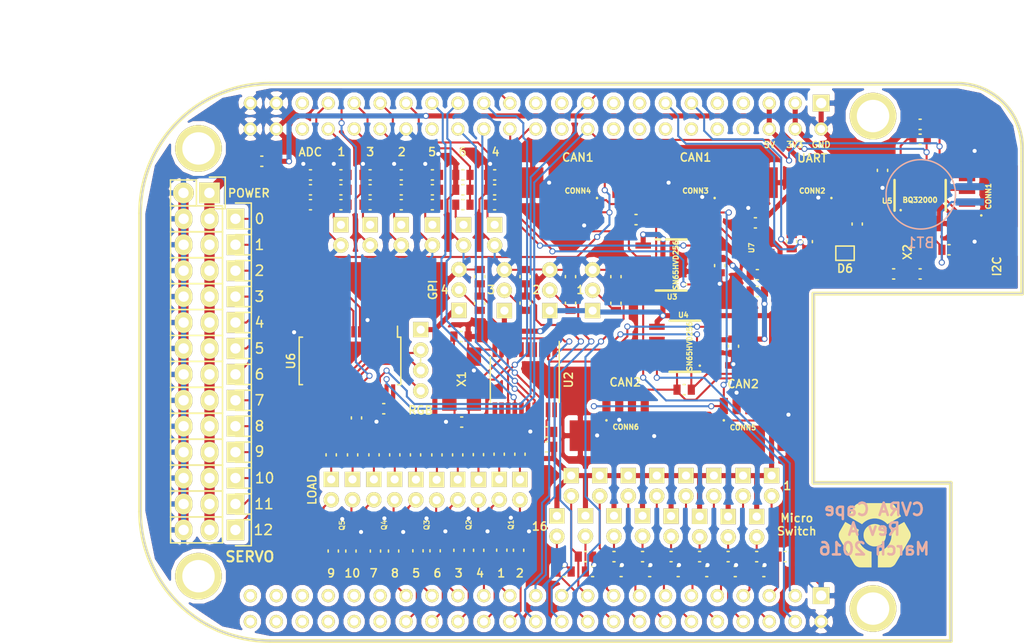
<source format=kicad_pcb>
(kicad_pcb (version 4) (host pcbnew 0.201603200401+6630~43~ubuntu14.04.1-product)
  (title_block (title "CVRA Cape") (date 2016-03-04) (rev A) (company CVRA))
  (layers (0 F.Cu signal) (31 B.Cu signal) (34 B.Paste user) (35 F.Paste user) (36 B.SilkS user) (37 F.SilkS user) (38 B.Mask user) (39 F.Mask user) (44 Edge.Cuts user))
  (net 0 "")
  (net 1 "Net-(BT1-Pad1)")
  (net 2 GND)
  (net 3 "Net-(C1-Pad1)")
  (net 4 +3V3)
  (net 5 "Net-(C3-Pad1)")
  (net 6 +5V)
  (net 7 /V_CAN_BUS_SENSE)
  (net 8 /ADC_IN_1)
  (net 9 /ADC_IN_2)
  (net 10 /ADC_IN_3)
  (net 11 /ADC_IN_4)
  (net 12 /ADC_IN_5)
  (net 13 /ADC_IN_6)
  (net 14 "Net-(C15-Pad1)")
  (net 15 "Net-(C16-Pad1)")
  (net 16 /I2C2_SDA)
  (net 17 /I2C2_SCL)
  (net 18 "Net-(CONN2-Pad4)")
  (net 19 "Net-(CONN2-Pad3)")
  (net 20 "Net-(CONN3-Pad4)")
  (net 21 "Net-(CONN3-Pad3)")
  (net 22 /V_CAN_BUS)
  (net 23 "Net-(CONN5-Pad4)")
  (net 24 "Net-(CONN5-Pad3)")
  (net 25 "Net-(CONN7-Pad1)")
  (net 26 "Net-(CONN8-Pad1)")
  (net 27 "Net-(CONN9-Pad1)")
  (net 28 "Net-(CONN10-Pad1)")
  (net 29 "Net-(CONN11-Pad1)")
  (net 30 "Net-(CONN12-Pad1)")
  (net 31 "Net-(CONN13-Pad2)")
  (net 32 "Net-(CONN14-Pad2)")
  (net 33 "Net-(CONN15-Pad2)")
  (net 34 "Net-(CONN16-Pad2)")
  (net 35 "Net-(CONN17-Pad1)")
  (net 36 "Net-(CONN17-Pad2)")
  (net 37 "Net-(CONN18-Pad1)")
  (net 38 "Net-(CONN18-Pad2)")
  (net 39 "Net-(CONN19-Pad1)")
  (net 40 "Net-(CONN19-Pad2)")
  (net 41 "Net-(CONN20-Pad1)")
  (net 42 "Net-(CONN20-Pad2)")
  (net 43 /Actuators/PWM_0)
  (net 44 /Actuators/POWER)
  (net 45 /Actuators/PWM_1)
  (net 46 /Actuators/PWM_2)
  (net 47 /Actuators/PWM_3)
  (net 48 "Net-(CONN25-Pad1)")
  (net 49 "Net-(CONN25-Pad2)")
  (net 50 "Net-(CONN26-Pad1)")
  (net 51 "Net-(CONN26-Pad2)")
  (net 52 /Actuators/PWM_4)
  (net 53 /Actuators/PWM_5)
  (net 54 /Actuators/PWM_6)
  (net 55 /Actuators/PWM_7)
  (net 56 "Net-(CONN31-Pad1)")
  (net 57 "Net-(CONN31-Pad2)")
  (net 58 "Net-(CONN32-Pad1)")
  (net 59 "Net-(CONN32-Pad2)")
  (net 60 /Actuators/PWM_8)
  (net 61 /Actuators/PWM_9)
  (net 62 /Actuators/PWM_10)
  (net 63 /Actuators/PWM_11)
  (net 64 "Net-(CONN37-Pad1)")
  (net 65 "Net-(CONN37-Pad2)")
  (net 66 "Net-(CONN38-Pad1)")
  (net 67 "Net-(CONN38-Pad2)")
  (net 68 /Actuators/PWM_12)
  (net 69 /Actuators/RGB_LED_R)
  (net 70 /Actuators/RGB_LED_G)
  (net 71 /Actuators/RGB_LED_B)
  (net 72 "Net-(D1-Pad2)")
  (net 73 "Net-(D1-Pad1)")
  (net 74 /D_IN_17)
  (net 75 /D_IN_18)
  (net 76 /D_IN_19)
  (net 77 /D_IN_20)
  (net 78 "Net-(D6-Pad1)")
  (net 79 "Net-(Q1-Pad2)")
  (net 80 "Net-(Q1-Pad5)")
  (net 81 "Net-(Q2-Pad2)")
  (net 82 "Net-(Q2-Pad5)")
  (net 83 "Net-(Q3-Pad2)")
  (net 84 "Net-(Q3-Pad5)")
  (net 85 "Net-(Q4-Pad2)")
  (net 86 "Net-(Q4-Pad5)")
  (net 87 "Net-(Q5-Pad2)")
  (net 88 "Net-(Q5-Pad5)")
  (net 89 /UART4_TX)
  (net 90 /UART4_RX)
  (net 91 "Net-(R6-Pad1)")
  (net 92 /D_IN_1)
  (net 93 /D_IN_2)
  (net 94 /D_IN_3)
  (net 95 /D_IN_4)
  (net 96 /D_IN_5)
  (net 97 /D_IN_6)
  (net 98 /D_IN_7)
  (net 99 /D_IN_8)
  (net 100 /D_IN_9)
  (net 101 /D_IN_10)
  (net 102 /D_IN_11)
  (net 103 /D_IN_12)
  (net 104 /D_IN_13)
  (net 105 /D_IN_14)
  (net 106 /D_IN_15)
  (net 107 /D_IN_16)
  (net 108 /D_OUT_1)
  (net 109 /D_OUT_2)
  (net 110 /PWMGEN_OE)
  (net 111 /D_OUT_3)
  (net 112 /D_OUT_4)
  (net 113 /D_OUT_5)
  (net 114 /D_OUT_6)
  (net 115 /D_OUT_7)
  (net 116 /D_OUT_8)
  (net 117 /D_OUT_9)
  (net 118 /D_OUT_10)
  (net 119 "Net-(U1-PadC7)")
  (net 120 "Net-(U1-PadC8)")
  (net 121 "Net-(U1-PadC9)")
  (net 122 "Net-(U1-PadC10)")
  (net 123 "Net-(U1-PadC12)")
  (net 124 "Net-(U1-PadC14)")
  (net 125 "Net-(U1-PadC15)")
  (net 126 "Net-(U1-PadC16)")
  (net 127 "Net-(U1-PadC17)")
  (net 128 "Net-(U1-PadC18)")
  (net 129 "Net-(U1-PadC21)")
  (net 130 "Net-(U1-PadC22)")
  (net 131 "Net-(U1-PadC23)")
  (net 132 /CAN1_RX)
  (net 133 /CAN1_TX)
  (net 134 /SPI_CAN_INT)
  (net 135 /SPI_CAN_CS)
  (net 136 /SPI_CAN_MOSI)
  (net 137 /SPI_CAN_MISO)
  (net 138 /SPI_CAN_SCK)
  (net 139 "Net-(U1-PadC32)")
  (net 140 "Net-(U1-PadC41)")
  (net 141 "Net-(U1-PadC42)")
  (net 142 /CAN2_SILENT)
  (net 143 /CAN1_SILENT)
  (net 144 "Net-(U1-PadB35)")
  (net 145 "Net-(U1-PadB36)")
  (net 146 "Net-(U1-PadB37)")
  (net 147 "Net-(U1-PadB38)")
  (net 148 "Net-(U1-PadB39)")
  (net 149 "Net-(U1-PadB40)")
  (net 150 "Net-(U1-PadB41)")
  (net 151 "Net-(U1-PadB42)")
  (net 152 "Net-(U1-PadB43)")
  (net 153 "Net-(U1-PadB44)")
  (net 154 "Net-(U1-PadB45)")
  (net 155 "Net-(U1-PadB46)")
  (net 156 "Net-(U1-PadA1)")
  (net 157 "Net-(U1-PadA2)")
  (net 158 "Net-(U1-PadA3)")
  (net 159 "Net-(U1-PadA4)")
  (net 160 "Net-(U1-PadA5)")
  (net 161 "Net-(U1-PadA6)")
  (net 162 "Net-(U1-PadA7)")
  (net 163 "Net-(U1-PadA8)")
  (net 164 "Net-(U1-PadA9)")
  (net 165 "Net-(U1-PadA10)")
  (net 166 "Net-(U2-Pad1)")
  (net 167 "Net-(U2-Pad2)")
  (net 168 "Net-(U2-Pad3)")
  (net 169 "Net-(U2-Pad4)")
  (net 170 "Net-(U2-Pad5)")
  (net 171 "Net-(U2-Pad6)")
  (net 172 "Net-(U2-Pad7)")
  (net 173 "Net-(U2-Pad11)")
  (net 174 "Net-(U2-Pad12)")
  (net 175 "Net-(U2-Pad15)")
  (net 176 "Net-(U5-Pad7)")
  (net 177 "Net-(U7-Pad4)")
  (net 178 "Net-(U7-Pad6)")
  (module _div:Battery_ML621 (layer B.Cu) (at 159.766 69.977)
    (fp_text reference BT1 (at -0.0127 4.7498) (layer B.SilkS) (effects (justify mirror)))
    (fp_text value ML621)
    (pad 1 smd rect (at 4.8 0.75) (size 2.8 0.7) (layers B.Cu B.Paste B.Mask) (net 1 "Net-(BT1-Pad1)"))
    (pad 2 smd rect (at 4.8 -0.75) (size 2.8 0.7) (layers B.Cu B.Paste B.Mask) (net 2 GND))
  )
  (module _connectors:_Pin2mm_3 (layer F.Cu) (at 127.635 79.375 90)
    (fp_text reference CONN13 (at 0 0 90) (layer F.SilkS) (effects (font (size 0.127 0.127) (thickness 0.03175))))
    (fp_text value GPI (at 0 0 90) (layer F.SilkS) (effects (font (size 0.127 0.127) (thickness 0.03175))))
    (pad 3 thru_hole circle (at 2 0 90) (size 1.5 1.5) (drill 0.8) (layers *.Cu *.Mask F.SilkS) (net 2 GND))
    (pad 1 thru_hole rect (at -2 0 90) (size 1.5 1.5) (drill 0.8) (layers *.Cu *.Mask F.SilkS) (net 4 +3V3))
    (pad 2 thru_hole circle (at 0 0 90) (size 1.5 1.5) (drill 0.8) (layers *.Cu *.Mask F.SilkS) (net 31 "Net-(CONN13-Pad2)"))
  )
  (module _connectors:_Pin2mm_3 (layer F.Cu) (at 123.444 79.375 90)
    (fp_text reference CONN14 (at 0 0 90) (layer F.SilkS) (effects (font (size 0.127 0.127) (thickness 0.03175))))
    (fp_text value GPI (at 0 0 90) (layer F.SilkS) (effects (font (size 0.127 0.127) (thickness 0.03175))))
    (pad 3 thru_hole circle (at 2 0 90) (size 1.5 1.5) (drill 0.8) (layers *.Cu *.Mask F.SilkS) (net 2 GND))
    (pad 1 thru_hole rect (at -2 0 90) (size 1.5 1.5) (drill 0.8) (layers *.Cu *.Mask F.SilkS) (net 4 +3V3))
    (pad 2 thru_hole circle (at 0 0 90) (size 1.5 1.5) (drill 0.8) (layers *.Cu *.Mask F.SilkS) (net 32 "Net-(CONN14-Pad2)"))
  )
  (module _connectors:_Pin2mm_3 (layer F.Cu) (at 118.999 79.375 90)
    (fp_text reference CONN15 (at 0 0 90) (layer F.SilkS) (effects (font (size 0.127 0.127) (thickness 0.03175))))
    (fp_text value GPI (at 0 0 90) (layer F.SilkS) (effects (font (size 0.127 0.127) (thickness 0.03175))))
    (pad 3 thru_hole circle (at 2 0 90) (size 1.5 1.5) (drill 0.8) (layers *.Cu *.Mask F.SilkS) (net 2 GND))
    (pad 1 thru_hole rect (at -2 0 90) (size 1.5 1.5) (drill 0.8) (layers *.Cu *.Mask F.SilkS) (net 4 +3V3))
    (pad 2 thru_hole circle (at 0 0 90) (size 1.5 1.5) (drill 0.8) (layers *.Cu *.Mask F.SilkS) (net 33 "Net-(CONN15-Pad2)"))
  )
  (module _connectors:_Pin2mm_3 (layer F.Cu) (at 114.554 79.343 90)
    (fp_text reference CONN16 (at 0 0 90) (layer F.SilkS) (effects (font (size 0.127 0.127) (thickness 0.03175))))
    (fp_text value GPI (at 0 0 90) (layer F.SilkS) (effects (font (size 0.127 0.127) (thickness 0.03175))))
    (pad 3 thru_hole circle (at 2 0 90) (size 1.5 1.5) (drill 0.8) (layers *.Cu *.Mask F.SilkS) (net 2 GND))
    (pad 1 thru_hole rect (at -2 0 90) (size 1.5 1.5) (drill 0.8) (layers *.Cu *.Mask F.SilkS) (net 4 +3V3))
    (pad 2 thru_hole circle (at 0 0 90) (size 1.5 1.5) (drill 0.8) (layers *.Cu *.Mask F.SilkS) (net 34 "Net-(CONN16-Pad2)"))
  )
  (module Pin_Headers:Pin_Header_Straight_1x03 (layer F.Cu) (at 92.6719 72.3773 270)
    (fp_text reference 0 (at 0 -2.3495 360) (layer F.SilkS))
    (fp_text value SERVO hide)
    (pad 1 thru_hole rect (at 0 0 270) (size 2.032 1.7272) (drill 1.016) (layers *.Cu *.Mask F.SilkS) (net 43 /Actuators/PWM_0))
    (pad 2 thru_hole oval (at 0 2.54 270) (size 2.032 1.7272) (drill 1.016) (layers *.Cu *.Mask F.SilkS) (net 44 /Actuators/POWER))
    (pad 3 thru_hole oval (at 0 5.08 270) (size 2.032 1.7272) (drill 1.016) (layers *.Cu *.Mask F.SilkS) (net 2 GND))
  )
  (module Pin_Headers:Pin_Header_Straight_1x03 (layer F.Cu) (at 92.6719 74.9173 270)
    (fp_text reference 1 (at 0 -2.3495 360) (layer F.SilkS))
    (fp_text value SERVO hide)
    (pad 1 thru_hole rect (at 0 0 270) (size 2.032 1.7272) (drill 1.016) (layers *.Cu *.Mask F.SilkS) (net 45 /Actuators/PWM_1))
    (pad 2 thru_hole oval (at 0 2.54 270) (size 2.032 1.7272) (drill 1.016) (layers *.Cu *.Mask F.SilkS) (net 44 /Actuators/POWER))
    (pad 3 thru_hole oval (at 0 5.08 270) (size 2.032 1.7272) (drill 1.016) (layers *.Cu *.Mask F.SilkS) (net 2 GND))
  )
  (module Pin_Headers:Pin_Header_Straight_1x03 (layer F.Cu) (at 92.6719 77.4573 270)
    (fp_text reference 2 (at 0 -2.3495 360) (layer F.SilkS))
    (fp_text value SERVO)
    (pad 1 thru_hole rect (at 0 0 270) (size 2.032 1.7272) (drill 1.016) (layers *.Cu *.Mask F.SilkS) (net 46 /Actuators/PWM_2))
    (pad 2 thru_hole oval (at 0 2.54 270) (size 2.032 1.7272) (drill 1.016) (layers *.Cu *.Mask F.SilkS) (net 44 /Actuators/POWER))
    (pad 3 thru_hole oval (at 0 5.08 270) (size 2.032 1.7272) (drill 1.016) (layers *.Cu *.Mask F.SilkS) (net 2 GND))
  )
  (module Pin_Headers:Pin_Header_Straight_1x03 (layer F.Cu) (at 92.6719 79.9973 270)
    (fp_text reference 3 (at 0 -2.3495 360) (layer F.SilkS))
    (fp_text value SERVO)
    (pad 1 thru_hole rect (at 0 0 270) (size 2.032 1.7272) (drill 1.016) (layers *.Cu *.Mask F.SilkS) (net 47 /Actuators/PWM_3))
    (pad 2 thru_hole oval (at 0 2.54 270) (size 2.032 1.7272) (drill 1.016) (layers *.Cu *.Mask F.SilkS) (net 44 /Actuators/POWER))
    (pad 3 thru_hole oval (at 0 5.08 270) (size 2.032 1.7272) (drill 1.016) (layers *.Cu *.Mask F.SilkS) (net 2 GND))
  )
  (module Pin_Headers:Pin_Header_Straight_1x03 (layer F.Cu) (at 92.6719 82.5373 270)
    (fp_text reference 4 (at 0 -2.3495 360) (layer F.SilkS))
    (fp_text value SERVO)
    (pad 1 thru_hole rect (at 0 0 270) (size 2.032 1.7272) (drill 1.016) (layers *.Cu *.Mask F.SilkS) (net 52 /Actuators/PWM_4))
    (pad 2 thru_hole oval (at 0 2.54 270) (size 2.032 1.7272) (drill 1.016) (layers *.Cu *.Mask F.SilkS) (net 44 /Actuators/POWER))
    (pad 3 thru_hole oval (at 0 5.08 270) (size 2.032 1.7272) (drill 1.016) (layers *.Cu *.Mask F.SilkS) (net 2 GND))
  )
  (module Pin_Headers:Pin_Header_Straight_1x03 (layer F.Cu) (at 92.6719 85.0773 270)
    (fp_text reference 5 (at 0 -2.3495 360) (layer F.SilkS))
    (fp_text value SERVO)
    (pad 1 thru_hole rect (at 0 0 270) (size 2.032 1.7272) (drill 1.016) (layers *.Cu *.Mask F.SilkS) (net 53 /Actuators/PWM_5))
    (pad 2 thru_hole oval (at 0 2.54 270) (size 2.032 1.7272) (drill 1.016) (layers *.Cu *.Mask F.SilkS) (net 44 /Actuators/POWER))
    (pad 3 thru_hole oval (at 0 5.08 270) (size 2.032 1.7272) (drill 1.016) (layers *.Cu *.Mask F.SilkS) (net 2 GND))
  )
  (module Pin_Headers:Pin_Header_Straight_1x03 (layer F.Cu) (at 92.6719 87.6173 270)
    (fp_text reference 6 (at 0 -2.3495 360) (layer F.SilkS))
    (fp_text value SERVO)
    (pad 1 thru_hole rect (at 0 0 270) (size 2.032 1.7272) (drill 1.016) (layers *.Cu *.Mask F.SilkS) (net 54 /Actuators/PWM_6))
    (pad 2 thru_hole oval (at 0 2.54 270) (size 2.032 1.7272) (drill 1.016) (layers *.Cu *.Mask F.SilkS) (net 44 /Actuators/POWER))
    (pad 3 thru_hole oval (at 0 5.08 270) (size 2.032 1.7272) (drill 1.016) (layers *.Cu *.Mask F.SilkS) (net 2 GND))
  )
  (module Pin_Headers:Pin_Header_Straight_1x03 (layer F.Cu) (at 92.6719 90.1573 270)
    (fp_text reference 7 (at 0 -2.3495 360) (layer F.SilkS))
    (fp_text value SERVO)
    (pad 1 thru_hole rect (at 0 0 270) (size 2.032 1.7272) (drill 1.016) (layers *.Cu *.Mask F.SilkS) (net 55 /Actuators/PWM_7))
    (pad 2 thru_hole oval (at 0 2.54 270) (size 2.032 1.7272) (drill 1.016) (layers *.Cu *.Mask F.SilkS) (net 44 /Actuators/POWER))
    (pad 3 thru_hole oval (at 0 5.08 270) (size 2.032 1.7272) (drill 1.016) (layers *.Cu *.Mask F.SilkS) (net 2 GND))
  )
  (module Pin_Headers:Pin_Header_Straight_1x03 (layer F.Cu) (at 92.6719 92.6973 270)
    (fp_text reference 8 (at 0 -2.3495 360) (layer F.SilkS))
    (fp_text value SERVO)
    (pad 1 thru_hole rect (at 0 0 270) (size 2.032 1.7272) (drill 1.016) (layers *.Cu *.Mask F.SilkS) (net 60 /Actuators/PWM_8))
    (pad 2 thru_hole oval (at 0 2.54 270) (size 2.032 1.7272) (drill 1.016) (layers *.Cu *.Mask F.SilkS) (net 44 /Actuators/POWER))
    (pad 3 thru_hole oval (at 0 5.08 270) (size 2.032 1.7272) (drill 1.016) (layers *.Cu *.Mask F.SilkS) (net 2 GND))
  )
  (module Pin_Headers:Pin_Header_Straight_1x03 (layer F.Cu) (at 92.6719 95.2373 270)
    (fp_text reference 9 (at -0.0635 -2.3495 360) (layer F.SilkS))
    (fp_text value SERVO)
    (pad 1 thru_hole rect (at 0 0 270) (size 2.032 1.7272) (drill 1.016) (layers *.Cu *.Mask F.SilkS) (net 61 /Actuators/PWM_9))
    (pad 2 thru_hole oval (at 0 2.54 270) (size 2.032 1.7272) (drill 1.016) (layers *.Cu *.Mask F.SilkS) (net 44 /Actuators/POWER))
    (pad 3 thru_hole oval (at 0 5.08 270) (size 2.032 1.7272) (drill 1.016) (layers *.Cu *.Mask F.SilkS) (net 2 GND))
  )
  (module Pin_Headers:Pin_Header_Straight_1x03 (layer F.Cu) (at 92.6719 97.7773 270)
    (fp_text reference 10 (at 0 -2.8575 360) (layer F.SilkS))
    (fp_text value SERVO)
    (pad 1 thru_hole rect (at 0 0 270) (size 2.032 1.7272) (drill 1.016) (layers *.Cu *.Mask F.SilkS) (net 62 /Actuators/PWM_10))
    (pad 2 thru_hole oval (at 0 2.54 270) (size 2.032 1.7272) (drill 1.016) (layers *.Cu *.Mask F.SilkS) (net 44 /Actuators/POWER))
    (pad 3 thru_hole oval (at 0 5.08 270) (size 2.032 1.7272) (drill 1.016) (layers *.Cu *.Mask F.SilkS) (net 2 GND))
  )
  (module Pin_Headers:Pin_Header_Straight_1x03 (layer F.Cu) (at 92.6719 100.3173 270)
    (fp_text reference 11 (at 0 -2.794 360) (layer F.SilkS))
    (fp_text value SERVO)
    (pad 1 thru_hole rect (at 0 0 270) (size 2.032 1.7272) (drill 1.016) (layers *.Cu *.Mask F.SilkS) (net 63 /Actuators/PWM_11))
    (pad 2 thru_hole oval (at 0 2.54 270) (size 2.032 1.7272) (drill 1.016) (layers *.Cu *.Mask F.SilkS) (net 44 /Actuators/POWER))
    (pad 3 thru_hole oval (at 0 5.08 270) (size 2.032 1.7272) (drill 1.016) (layers *.Cu *.Mask F.SilkS) (net 2 GND))
  )
  (module Pin_Headers:Pin_Header_Straight_1x03 (layer F.Cu) (at 92.6719 102.8573 270)
    (fp_text reference 12 (at 0 -2.7305 360) (layer F.SilkS))
    (fp_text value SERVO)
    (pad 1 thru_hole rect (at 0 0 270) (size 2.032 1.7272) (drill 1.016) (layers *.Cu *.Mask F.SilkS) (net 68 /Actuators/PWM_12))
    (pad 2 thru_hole oval (at 0 2.54 270) (size 2.032 1.7272) (drill 1.016) (layers *.Cu *.Mask F.SilkS) (net 44 /Actuators/POWER))
    (pad 3 thru_hole oval (at 0 5.08 270) (size 2.032 1.7272) (drill 1.016) (layers *.Cu *.Mask F.SilkS) (net 2 GND))
  )
  (module _connectors:_Pin2mm_4 (layer F.Cu) (at 110.8075 86.233 270)
    (fp_text reference CONN40 (at 0 0 270) (layer F.SilkS) (effects (font (size 0.127 0.127) (thickness 0.03175))))
    (fp_text value RGB (at 0 0 270) (layer F.SilkS) (effects (font (size 0.127 0.127) (thickness 0.03175))))
    (pad 4 thru_hole circle (at 3 0 270) (size 1.5 1.5) (drill 0.8) (layers *.Cu *.Mask F.SilkS) (net 71 /Actuators/RGB_LED_B))
    (pad 3 thru_hole circle (at 1 0 270) (size 1.5 1.5) (drill 0.8) (layers *.Cu *.Mask F.SilkS) (net 70 /Actuators/RGB_LED_G))
    (pad 1 thru_hole rect (at -3 0 270) (size 1.5 1.5) (drill 0.8) (layers *.Cu *.Mask F.SilkS) (net 4 +3V3))
    (pad 2 thru_hole circle (at -1 0 270) (size 1.5 1.5) (drill 0.8) (layers *.Cu *.Mask F.SilkS) (net 69 /Actuators/RGB_LED_R))
  )
  (module _connectors:_Molex-PicoBlade-SMD-4 (layer F.Cu) (at 167.1955 70.1675 90)
    (fp_text reference CONN1 (at 0 -0.8 90) (layer F.SilkS) (effects (font (size 0.5 0.5) (thickness 0.125))))
    (fp_text value I2C (at -6.8707 0.0254 90) (layer F.SilkS) (effects (font (size 0.8 0.8))))
    (pad 4 smd rect (at 1.875 -2.9 90) (size 0.8 1.6) (layers F.Cu F.Paste F.Mask) (net 16 /I2C2_SDA))
    (pad 3 smd rect (at 0.625 -2.9 90) (size 0.8 1.6) (layers F.Cu F.Paste F.Mask) (net 17 /I2C2_SCL))
    (pad 2 smd rect (at -0.625 -2.9 90) (size 0.8 1.6) (layers F.Cu F.Paste F.Mask) (net 2 GND))
    (pad 1 smd rect (at -1.875 -2.9 90) (size 0.8 1.6) (layers F.Cu F.Paste F.Mask) (net 4 +3V3))
    (pad MECH smd rect (at -4.425 0 90) (size 2.1 3) (layers F.Cu F.Paste F.Mask) (net 2 GND))
    (pad MECH smd rect (at 4.425 0 90) (size 2.1 3) (layers F.Cu F.Paste F.Mask) (net 2 GND))
  )
  (module _connectors:_Molex-PicoBlade-SMD-4 (layer F.Cu) (at 137.7115 68.834 180)
    (fp_text reference CONN3 (at 0 -0.8 180) (layer F.SilkS) (effects (font (size 0.5 0.5) (thickness 0.125))))
    (fp_text value CAN1 (at 0 2.4765 180) (layer F.SilkS) (effects (font (size 0.8 0.8))))
    (pad 4 smd rect (at 1.875 -2.9 180) (size 0.8 1.6) (layers F.Cu F.Paste F.Mask) (net 20 "Net-(CONN3-Pad4)"))
    (pad 3 smd rect (at 0.625 -2.9 180) (size 0.8 1.6) (layers F.Cu F.Paste F.Mask) (net 21 "Net-(CONN3-Pad3)"))
    (pad 2 smd rect (at -0.625 -2.9 180) (size 0.8 1.6) (layers F.Cu F.Paste F.Mask) (net 2 GND))
    (pad 1 smd rect (at -1.875 -2.9 180) (size 0.8 1.6) (layers F.Cu F.Paste F.Mask) (net 22 /V_CAN_BUS))
    (pad MECH smd rect (at -4.425 0 180) (size 2.1 3) (layers F.Cu F.Paste F.Mask) (net 2 GND))
    (pad MECH smd rect (at 4.425 0 180) (size 2.1 3) (layers F.Cu F.Paste F.Mask) (net 2 GND))
  )
  (module _connectors:_Molex-PicoBlade-SMD-4 (layer F.Cu) (at 126.1945 68.834 180)
    (fp_text reference CONN4 (at 0 -0.8 180) (layer F.SilkS) (effects (font (size 0.5 0.5) (thickness 0.125))))
    (fp_text value CAN1 (at 0 2.4765 180) (layer F.SilkS) (effects (font (size 0.8 0.8))))
    (pad 4 smd rect (at 1.875 -2.9 180) (size 0.8 1.6) (layers F.Cu F.Paste F.Mask) (net 20 "Net-(CONN3-Pad4)"))
    (pad 3 smd rect (at 0.625 -2.9 180) (size 0.8 1.6) (layers F.Cu F.Paste F.Mask) (net 21 "Net-(CONN3-Pad3)"))
    (pad 2 smd rect (at -0.625 -2.9 180) (size 0.8 1.6) (layers F.Cu F.Paste F.Mask) (net 2 GND))
    (pad 1 smd rect (at -1.875 -2.9 180) (size 0.8 1.6) (layers F.Cu F.Paste F.Mask) (net 22 /V_CAN_BUS))
    (pad MECH smd rect (at -4.425 0 180) (size 2.1 3) (layers F.Cu F.Paste F.Mask) (net 2 GND))
    (pad MECH smd rect (at 4.425 0 180) (size 2.1 3) (layers F.Cu F.Paste F.Mask) (net 2 GND))
  )
  (module _connectors:_Molex-PicoBlade-SMD-4 (layer F.Cu) (at 142.3597 93.6244)
    (fp_text reference CONN5 (at 0 -0.8) (layer F.SilkS) (effects (font (size 0.5 0.5) (thickness 0.125))))
    (fp_text value CAN2 (at 0.0073 -5.0673) (layer F.SilkS) (effects (font (size 0.8 0.8))))
    (pad 4 smd rect (at 1.875 -2.9) (size 0.8 1.6) (layers F.Cu F.Paste F.Mask) (net 23 "Net-(CONN5-Pad4)"))
    (pad 3 smd rect (at 0.625 -2.9) (size 0.8 1.6) (layers F.Cu F.Paste F.Mask) (net 24 "Net-(CONN5-Pad3)"))
    (pad 2 smd rect (at -0.625 -2.9) (size 0.8 1.6) (layers F.Cu F.Paste F.Mask) (net 2 GND))
    (pad 1 smd rect (at -1.875 -2.9) (size 0.8 1.6) (layers F.Cu F.Paste F.Mask) (net 22 /V_CAN_BUS))
    (pad MECH smd rect (at -4.425 0) (size 2.1 3) (layers F.Cu F.Paste F.Mask) (net 2 GND))
    (pad MECH smd rect (at 4.425 0) (size 2.1 3) (layers F.Cu F.Paste F.Mask) (net 2 GND))
  )
  (module _connectors:_Molex-PicoBlade-SMD-4 (layer F.Cu) (at 130.8662 93.6244)
    (fp_text reference CONN6 (at 0.02 -0.8509) (layer F.SilkS) (effects (font (size 0.5 0.5) (thickness 0.125))))
    (fp_text value CAN2 (at -0.0308 -5.2324) (layer F.SilkS) (effects (font (size 0.8 0.8))))
    (pad 4 smd rect (at 1.875 -2.9) (size 0.8 1.6) (layers F.Cu F.Paste F.Mask) (net 23 "Net-(CONN5-Pad4)"))
    (pad 3 smd rect (at 0.625 -2.9) (size 0.8 1.6) (layers F.Cu F.Paste F.Mask) (net 24 "Net-(CONN5-Pad3)"))
    (pad 2 smd rect (at -0.625 -2.9) (size 0.8 1.6) (layers F.Cu F.Paste F.Mask) (net 2 GND))
    (pad 1 smd rect (at -1.875 -2.9) (size 0.8 1.6) (layers F.Cu F.Paste F.Mask) (net 22 /V_CAN_BUS))
    (pad MECH smd rect (at -4.425 0) (size 2.1 3) (layers F.Cu F.Paste F.Mask) (net 2 GND))
    (pad MECH smd rect (at 4.425 0) (size 2.1 3) (layers F.Cu F.Paste F.Mask) (net 2 GND))
  )
  (module _connectors:_Molex-PicoBlade-SMD-4 (layer F.Cu) (at 149.1415 68.834 180)
    (fp_text reference CONN2 (at 0 -0.8 180) (layer F.SilkS) (effects (font (size 0.5 0.5) (thickness 0.125))))
    (fp_text value UART (at 0.0054 2.4003 180) (layer F.SilkS) (effects (font (size 0.8 0.8))))
    (pad 4 smd rect (at 1.875 -2.9 180) (size 0.8 1.6) (layers F.Cu F.Paste F.Mask) (net 18 "Net-(CONN2-Pad4)"))
    (pad 3 smd rect (at 0.625 -2.9 180) (size 0.8 1.6) (layers F.Cu F.Paste F.Mask) (net 19 "Net-(CONN2-Pad3)"))
    (pad 2 smd rect (at -0.625 -2.9 180) (size 0.8 1.6) (layers F.Cu F.Paste F.Mask) (net 2 GND))
    (pad 1 smd rect (at -1.875 -2.9 180) (size 0.8 1.6) (layers F.Cu F.Paste F.Mask) (net 4 +3V3))
    (pad MECH smd rect (at -4.425 0 180) (size 2.1 3) (layers F.Cu F.Paste F.Mask) (net 2 GND))
    (pad MECH smd rect (at 4.425 0 180) (size 2.1 3) (layers F.Cu F.Paste F.Mask) (net 2 GND))
  )
  (module _std:TSSOP28 (layer F.Cu) (at 103.886 86.2965 270)
    (fp_text reference U6 (at 0.0127 5.7912 270) (layer F.SilkS) (effects (font (size 0.8 0.8))))
    (fp_text value PCA9685)
    (pad 1 smd rect (at -2.85 -4.225 270) (size 1.1 0.4) (layers F.Cu F.Paste F.Mask) (net 2 GND))
    (pad 2 smd rect (at -2.85 -3.575 270) (size 1.1 0.4) (layers F.Cu F.Paste F.Mask) (net 2 GND))
    (pad 3 smd rect (at -2.85 -2.925 270) (size 1.1 0.4) (layers F.Cu F.Paste F.Mask) (net 2 GND))
    (pad 4 smd rect (at -2.85 -2.275 270) (size 1.1 0.4) (layers F.Cu F.Paste F.Mask) (net 2 GND))
    (pad 5 smd rect (at -2.85 -1.625 270) (size 1.1 0.4) (layers F.Cu F.Paste F.Mask) (net 2 GND))
    (pad 6 smd rect (at -2.85 -0.975 270) (size 1.1 0.4) (layers F.Cu F.Paste F.Mask) (net 43 /Actuators/PWM_0))
    (pad 7 smd rect (at -2.85 -0.325 270) (size 1.1 0.4) (layers F.Cu F.Paste F.Mask) (net 45 /Actuators/PWM_1))
    (pad 8 smd rect (at -2.85 0.325 270) (size 1.1 0.4) (layers F.Cu F.Paste F.Mask) (net 46 /Actuators/PWM_2))
    (pad 9 smd rect (at -2.85 0.975 270) (size 1.1 0.4) (layers F.Cu F.Paste F.Mask) (net 47 /Actuators/PWM_3))
    (pad 10 smd rect (at -2.85 1.625 270) (size 1.1 0.4) (layers F.Cu F.Paste F.Mask) (net 52 /Actuators/PWM_4))
    (pad 11 smd rect (at -2.85 2.275 270) (size 1.1 0.4) (layers F.Cu F.Paste F.Mask) (net 53 /Actuators/PWM_5))
    (pad 12 smd rect (at -2.85 2.925 270) (size 1.1 0.4) (layers F.Cu F.Paste F.Mask) (net 54 /Actuators/PWM_6))
    (pad 13 smd rect (at -2.85 3.575 270) (size 1.1 0.4) (layers F.Cu F.Paste F.Mask) (net 55 /Actuators/PWM_7))
    (pad 14 smd rect (at -2.85 4.225 270) (size 1.1 0.4) (layers F.Cu F.Paste F.Mask) (net 2 GND))
    (pad 15 smd rect (at 2.85 4.225 270) (size 1.1 0.4) (layers F.Cu F.Paste F.Mask) (net 60 /Actuators/PWM_8))
    (pad 16 smd rect (at 2.85 3.575 270) (size 1.1 0.4) (layers F.Cu F.Paste F.Mask) (net 61 /Actuators/PWM_9))
    (pad 17 smd rect (at 2.85 2.925 270) (size 1.1 0.4) (layers F.Cu F.Paste F.Mask) (net 62 /Actuators/PWM_10))
    (pad 18 smd rect (at 2.85 2.275 270) (size 1.1 0.4) (layers F.Cu F.Paste F.Mask) (net 63 /Actuators/PWM_11))
    (pad 19 smd rect (at 2.85 1.625 270) (size 1.1 0.4) (layers F.Cu F.Paste F.Mask) (net 68 /Actuators/PWM_12))
    (pad 20 smd rect (at 2.85 0.975 270) (size 1.1 0.4) (layers F.Cu F.Paste F.Mask) (net 69 /Actuators/RGB_LED_R))
    (pad 21 smd rect (at 2.85 0.325 270) (size 1.1 0.4) (layers F.Cu F.Paste F.Mask) (net 70 /Actuators/RGB_LED_G))
    (pad 22 smd rect (at 2.85 -0.325 270) (size 1.1 0.4) (layers F.Cu F.Paste F.Mask) (net 71 /Actuators/RGB_LED_B))
    (pad 23 smd rect (at 2.85 -0.975 270) (size 1.1 0.4) (layers F.Cu F.Paste F.Mask) (net 110 /PWMGEN_OE))
    (pad 24 smd rect (at 2.85 -1.625 270) (size 1.1 0.4) (layers F.Cu F.Paste F.Mask) (net 2 GND))
    (pad 25 smd rect (at 2.85 -2.275 270) (size 1.1 0.4) (layers F.Cu F.Paste F.Mask) (net 2 GND))
    (pad 26 smd rect (at 2.85 -2.925 270) (size 1.1 0.4) (layers F.Cu F.Paste F.Mask) (net 17 /I2C2_SCL))
    (pad 27 smd rect (at 2.85 -3.575 270) (size 1.1 0.4) (layers F.Cu F.Paste F.Mask) (net 16 /I2C2_SDA))
    (pad 28 smd rect (at 2.85 -4.225 270) (size 1.1 0.4) (layers F.Cu F.Paste F.Mask) (net 4 +3V3))
  )
  (module _std:_SO-8 (layer F.Cu) (at 138.088 78.8035 90)
    (fp_text reference U3 (at -1.2192 -2.6679 180) (layer F.SilkS) (effects (font (size 0.5 0.5) (thickness 0.125))))
    (fp_text value SN65HVD256 (at 1.9 -2.3 90) (layer F.SilkS) (effects (font (size 0.5 0.5) (thickness 0.125))))
    (pad 8 smd rect (at 0 -5.5 90) (size 0.6 1.52) (layers F.Cu F.Paste F.Mask) (net 143 /CAN1_SILENT))
    (pad 7 smd rect (at 1.27 -5.5 90) (size 0.6 1.52) (layers F.Cu F.Paste F.Mask) (net 21 "Net-(CONN3-Pad3)"))
    (pad 6 smd rect (at 2.54 -5.5 90) (size 0.6 1.52) (layers F.Cu F.Paste F.Mask) (net 20 "Net-(CONN3-Pad4)"))
    (pad 5 smd rect (at 3.81 -5.5 90) (size 0.6 1.52) (layers F.Cu F.Paste F.Mask) (net 4 +3V3))
    (pad 4 smd rect (at 3.81 0 90) (size 0.6 1.52) (layers F.Cu F.Paste F.Mask) (net 133 /CAN1_TX))
    (pad 3 smd rect (at 2.54 0 90) (size 0.6 1.52) (layers F.Cu F.Paste F.Mask) (net 6 +5V))
    (pad 2 smd rect (at 1.27 0 90) (size 0.6 1.52) (layers F.Cu F.Paste F.Mask) (net 2 GND))
    (pad 1 smd rect (at 0 0 90) (size 0.6 1.52) (layers F.Cu F.Paste F.Mask) (net 132 /CAN1_RX))
  )
  (module _std:_SO-8 (layer F.Cu) (at 139.4342 86.7664 90)
    (fp_text reference U4 (at 4.9657 -2.9092 180) (layer F.SilkS) (effects (font (size 0.5 0.5) (thickness 0.125))))
    (fp_text value SN65HVD256 (at 1.9 -2.3 90) (layer F.SilkS) (effects (font (size 0.5 0.5) (thickness 0.125))))
    (pad 8 smd rect (at 0 -5.5 90) (size 0.6 1.52) (layers F.Cu F.Paste F.Mask) (net 142 /CAN2_SILENT))
    (pad 7 smd rect (at 1.27 -5.5 90) (size 0.6 1.52) (layers F.Cu F.Paste F.Mask) (net 24 "Net-(CONN5-Pad3)"))
    (pad 6 smd rect (at 2.54 -5.5 90) (size 0.6 1.52) (layers F.Cu F.Paste F.Mask) (net 23 "Net-(CONN5-Pad4)"))
    (pad 5 smd rect (at 3.81 -5.5 90) (size 0.6 1.52) (layers F.Cu F.Paste F.Mask) (net 4 +3V3))
    (pad 4 smd rect (at 3.81 0 90) (size 0.6 1.52) (layers F.Cu F.Paste F.Mask) (net 167 "Net-(U2-Pad2)"))
    (pad 3 smd rect (at 2.54 0 90) (size 0.6 1.52) (layers F.Cu F.Paste F.Mask) (net 6 +5V))
    (pad 2 smd rect (at 1.27 0 90) (size 0.6 1.52) (layers F.Cu F.Paste F.Mask) (net 2 GND))
    (pad 1 smd rect (at 0 0 90) (size 0.6 1.52) (layers F.Cu F.Paste F.Mask) (net 166 "Net-(U2-Pad1)"))
  )
  (module _std:_SO-8 (layer F.Cu) (at 157.7975 72.8345)
    (fp_text reference U5 (at -1.3208 -2.2098) (layer F.SilkS) (effects (font (size 0.5 0.5) (thickness 0.125))))
    (fp_text value BQ32000 (at 1.9 -2.3) (layer F.SilkS) (effects (font (size 0.5 0.5) (thickness 0.125))))
    (pad 8 smd rect (at 0 -5.5) (size 0.6 1.52) (layers F.Cu F.Paste F.Mask) (net 4 +3V3))
    (pad 7 smd rect (at 1.27 -5.5) (size 0.6 1.52) (layers F.Cu F.Paste F.Mask) (net 176 "Net-(U5-Pad7)"))
    (pad 6 smd rect (at 2.54 -5.5) (size 0.6 1.52) (layers F.Cu F.Paste F.Mask) (net 17 /I2C2_SCL))
    (pad 5 smd rect (at 3.81 -5.5) (size 0.6 1.52) (layers F.Cu F.Paste F.Mask) (net 16 /I2C2_SDA))
    (pad 4 smd rect (at 3.81 0) (size 0.6 1.52) (layers F.Cu F.Paste F.Mask) (net 2 GND))
    (pad 3 smd rect (at 2.54 0) (size 0.6 1.52) (layers F.Cu F.Paste F.Mask) (net 1 "Net-(BT1-Pad1)"))
    (pad 2 smd rect (at 1.27 0) (size 0.6 1.52) (layers F.Cu F.Paste F.Mask) (net 14 "Net-(C15-Pad1)"))
    (pad 1 smd rect (at 0 0) (size 0.6 1.52) (layers F.Cu F.Paste F.Mask) (net 15 "Net-(C16-Pad1)"))
  )
  (module _std:TSSOP20 (layer F.Cu) (at 120.9958 88.1416 270)
    (fp_text reference U2 (at 0.0091 -4.2897 270) (layer F.SilkS) (effects (font (size 0.8 0.8))))
    (fp_text value MCP2515_TSSOP)
    (pad 1 smd rect (at -2.95 -2.925 270) (size 1.45 0.45) (layers F.Cu F.Paste F.Mask) (net 166 "Net-(U2-Pad1)"))
    (pad 2 smd rect (at -2.95 -2.275 270) (size 1.45 0.45) (layers F.Cu F.Paste F.Mask) (net 167 "Net-(U2-Pad2)"))
    (pad 3 smd rect (at -2.95 -1.625 270) (size 1.45 0.45) (layers F.Cu F.Paste F.Mask) (net 168 "Net-(U2-Pad3)"))
    (pad 4 smd rect (at -2.95 -0.975 270) (size 1.45 0.45) (layers F.Cu F.Paste F.Mask) (net 169 "Net-(U2-Pad4)"))
    (pad 5 smd rect (at -2.95 -0.325 270) (size 1.45 0.45) (layers F.Cu F.Paste F.Mask) (net 170 "Net-(U2-Pad5)"))
    (pad 6 smd rect (at -2.95 0.325 270) (size 1.45 0.45) (layers F.Cu F.Paste F.Mask) (net 171 "Net-(U2-Pad6)"))
    (pad 7 smd rect (at -2.95 0.975 270) (size 1.45 0.45) (layers F.Cu F.Paste F.Mask) (net 172 "Net-(U2-Pad7)"))
    (pad 8 smd rect (at -2.95 1.625 270) (size 1.45 0.45) (layers F.Cu F.Paste F.Mask) (net 3 "Net-(C1-Pad1)"))
    (pad 9 smd rect (at -2.95 2.275 270) (size 1.45 0.45) (layers F.Cu F.Paste F.Mask) (net 5 "Net-(C3-Pad1)"))
    (pad 10 smd rect (at -2.95 2.925 270) (size 1.45 0.45) (layers F.Cu F.Paste F.Mask) (net 2 GND))
    (pad 11 smd rect (at 2.95 2.925 270) (size 1.45 0.45) (layers F.Cu F.Paste F.Mask) (net 173 "Net-(U2-Pad11)"))
    (pad 12 smd rect (at 2.95 2.275 270) (size 1.45 0.45) (layers F.Cu F.Paste F.Mask) (net 174 "Net-(U2-Pad12)"))
    (pad 13 smd rect (at 2.95 1.625 270) (size 1.45 0.45) (layers F.Cu F.Paste F.Mask) (net 134 /SPI_CAN_INT))
    (pad 14 smd rect (at 2.95 0.975 270) (size 1.45 0.45) (layers F.Cu F.Paste F.Mask) (net 138 /SPI_CAN_SCK))
    (pad 15 smd rect (at 2.95 0.325 270) (size 1.45 0.45) (layers F.Cu F.Paste F.Mask) (net 175 "Net-(U2-Pad15)"))
    (pad 16 smd rect (at 2.95 -0.325 270) (size 1.45 0.45) (layers F.Cu F.Paste F.Mask) (net 136 /SPI_CAN_MOSI))
    (pad 17 smd rect (at 2.95 -0.975 270) (size 1.45 0.45) (layers F.Cu F.Paste F.Mask) (net 137 /SPI_CAN_MISO))
    (pad 18 smd rect (at 2.95 -1.625 270) (size 1.45 0.45) (layers F.Cu F.Paste F.Mask) (net 135 /SPI_CAN_CS))
    (pad 19 smd rect (at 2.95 -2.275 270) (size 1.45 0.45) (layers F.Cu F.Paste F.Mask) (net 91 "Net-(R6-Pad1)"))
    (pad 20 smd rect (at 2.95 -2.925 270) (size 1.45 0.45) (layers F.Cu F.Paste F.Mask) (net 4 +3V3))
  )
  (module _logo:CVRA-logo-big (layer F.Cu) (at 155.2575 103.378)
    (fp_text reference G*** hide)
    (fp_text value LOGO hide)
  )
  (module _div:XTAL_ABMM2 (layer F.Cu) (at 114.8142 88.0774 90)
    (fp_text reference X1 (at 0 0 90) (layer F.SilkS) (effects (font (size 0.8 0.8))))
    (fp_text value 8Mhz)
    (pad 4 smd rect (at -2.2 -1.2 90) (size 1.8 1.4) (layers F.Cu F.Paste F.Mask) (net 2 GND))
    (pad 3 smd rect (at 2.2 -1.2 90) (size 1.8 1.4) (layers F.Cu F.Paste F.Mask) (net 5 "Net-(C3-Pad1)"))
    (pad 2 smd rect (at 2.2 1.2 90) (size 1.8 1.4) (layers F.Cu F.Paste F.Mask) (net 2 GND))
    (pad 1 smd rect (at -2.2 1.2 90) (size 1.8 1.4) (layers F.Cu F.Paste F.Mask) (net 3 "Net-(C1-Pad1)"))
  )
  (module _div:XTAL_ABS07 (layer F.Cu) (at 158.4198 75.692 180)
    (fp_text reference X2 (at -0.0435 0.0635 270) (layer F.SilkS) (effects (font (size 0.8 0.8))))
    (fp_text value 32768Hz)
    (pad 1 smd rect (at -1.25 0 180) (size 1.1 1.9) (layers F.Cu F.Paste F.Mask) (net 14 "Net-(C15-Pad1)"))
    (pad 2 smd rect (at 1.25 0 180) (size 1.1 1.9) (layers F.Cu F.Paste F.Mask) (net 15 "Net-(C16-Pad1)"))
  )
  (module _dfn:DFN_8-Lead_2mmx3mm (layer F.Cu) (at 143.6975 75.224 270)
    (fp_text reference U7 (at 0 0.5 270) (layer F.SilkS) (effects (font (size 0.5 0.5) (thickness 0.125))))
    (fp_text value LTC4362)
    (pad 8 smd rect (at -0.675 -1.4 270) (size 0.25 0.7) (layers F.Cu F.Paste F.Mask) (net 6 +5V))
    (pad 7 smd rect (at -0.225 -1.4 270) (size 0.25 0.7) (layers F.Cu F.Paste F.Mask) (net 6 +5V))
    (pad 6 smd rect (at 0.225 -1.4 270) (size 0.25 0.7) (layers F.Cu F.Paste F.Mask) (net 178 "Net-(U7-Pad6)"))
    (pad 4 smd rect (at 0.675 1.4 270) (size 0.25 0.7) (layers F.Cu F.Paste F.Mask) (net 177 "Net-(U7-Pad4)"))
    (pad 3 smd rect (at 0.225 1.4 270) (size 0.25 0.7) (layers F.Cu F.Paste F.Mask) (net 2 GND))
    (pad 2 smd rect (at -0.225 1.4 270) (size 0.25 0.7) (layers F.Cu F.Paste F.Mask) (net 22 /V_CAN_BUS))
    (pad 1 smd rect (at -0.675 1.4 270) (size 0.25 0.7) (layers F.Cu F.Paste F.Mask) (net 22 /V_CAN_BUS))
    (pad 5 smd rect (at 0.675 -1.4 270) (size 0.25 0.7) (layers F.Cu F.Paste F.Mask) (net 73 "Net-(D1-Pad1)"))
  )
  (module _beaglebone:BEAGLEBONE (layer F.Cu) (at 126.5174 86.4362)
    (fp_text reference U1 hide)
    (fp_text value BEAGLEBONE hide)
    (pad M1 thru_hole circle (at -37.465 -20.955) (size 4.572 4.572) (drill 3.175) (layers *.Cu *.Mask F.SilkS))
    (pad M2 thru_hole circle (at 28.575 -24.13) (size 4.572 4.572) (drill 3.175) (layers *.Cu *.Mask F.SilkS))
    (pad M3 thru_hole circle (at 28.575 24.13) (size 4.572 4.572) (drill 3.175) (layers *.Cu *.Mask F.SilkS))
    (pad M4 thru_hole circle (at -37.465 20.955) (size 4.572 4.572) (drill 3.175) (layers *.Cu *.Mask F.SilkS))
    (pad C1 thru_hole rect (at 23.495 -25.4) (size 1.651 1.651) (drill 1.016) (layers *.Cu *.Mask F.SilkS) (net 2 GND))
    (pad C2 thru_hole circle (at 23.495 -22.86) (size 1.30048 1.30048) (drill 0.8001) (layers *.Cu *.Mask F.SilkS) (net 2 GND))
    (pad C3 thru_hole circle (at 20.955 -25.4) (size 1.30048 1.30048) (drill 0.8001) (layers *.Cu *.Mask F.SilkS) (net 4 +3V3))
    (pad C4 thru_hole circle (at 20.955 -22.86) (size 1.30048 1.30048) (drill 0.8001) (layers *.Cu *.Mask F.SilkS) (net 4 +3V3))
    (pad C5 thru_hole circle (at 18.415 -25.4) (size 1.30048 1.30048) (drill 0.8001) (layers *.Cu *.Mask F.SilkS) (net 6 +5V))
    (pad C6 thru_hole circle (at 18.415 -22.86) (size 1.30048 1.30048) (drill 0.8001) (layers *.Cu *.Mask F.SilkS) (net 6 +5V))
    (pad C7 thru_hole circle (at 15.875 -25.4) (size 1.30048 1.30048) (drill 0.8001) (layers *.Cu *.Mask F.SilkS) (net 119 "Net-(U1-PadC7)"))
    (pad C8 thru_hole circle (at 15.875 -22.86) (size 1.30048 1.30048) (drill 0.8001) (layers *.Cu *.Mask F.SilkS) (net 120 "Net-(U1-PadC8)"))
    (pad C9 thru_hole circle (at 13.335 -25.4) (size 1.30048 1.30048) (drill 0.8001) (layers *.Cu *.Mask F.SilkS) (net 121 "Net-(U1-PadC9)"))
    (pad C10 thru_hole circle (at 13.335 -22.86) (size 1.30048 1.30048) (drill 0.8001) (layers *.Cu *.Mask F.SilkS) (net 122 "Net-(U1-PadC10)"))
    (pad C11 thru_hole circle (at 10.795 -25.4) (size 1.30048 1.30048) (drill 0.8001) (layers *.Cu *.Mask F.SilkS) (net 90 /UART4_RX))
    (pad C12 thru_hole circle (at 10.795 -22.86) (size 1.30048 1.30048) (drill 0.8001) (layers *.Cu *.Mask F.SilkS) (net 123 "Net-(U1-PadC12)"))
    (pad C13 thru_hole circle (at 8.255 -25.4) (size 1.30048 1.30048) (drill 0.8001) (layers *.Cu *.Mask F.SilkS) (net 89 /UART4_TX))
    (pad C14 thru_hole circle (at 8.255 -22.86) (size 1.30048 1.30048) (drill 0.8001) (layers *.Cu *.Mask F.SilkS) (net 124 "Net-(U1-PadC14)"))
    (pad C15 thru_hole circle (at 5.715 -25.4) (size 1.30048 1.30048) (drill 0.8001) (layers *.Cu *.Mask F.SilkS) (net 125 "Net-(U1-PadC15)"))
    (pad C16 thru_hole circle (at 5.715 -22.86) (size 1.30048 1.30048) (drill 0.8001) (layers *.Cu *.Mask F.SilkS) (net 126 "Net-(U1-PadC16)"))
    (pad C17 thru_hole circle (at 3.175 -25.4) (size 1.30048 1.30048) (drill 0.8001) (layers *.Cu *.Mask F.SilkS) (net 127 "Net-(U1-PadC17)"))
    (pad C18 thru_hole circle (at 3.175 -22.86) (size 1.30048 1.30048) (drill 0.8001) (layers *.Cu *.Mask F.SilkS) (net 128 "Net-(U1-PadC18)"))
    (pad C19 thru_hole circle (at 0.635 -25.4) (size 1.30048 1.30048) (drill 0.8001) (layers *.Cu *.Mask F.SilkS) (net 17 /I2C2_SCL))
    (pad C20 thru_hole circle (at 0.635 -22.86) (size 1.30048 1.30048) (drill 0.8001) (layers *.Cu *.Mask F.SilkS) (net 16 /I2C2_SDA))
    (pad C21 thru_hole circle (at -1.905 -25.4) (size 1.30048 1.30048) (drill 0.8001) (layers *.Cu *.Mask F.SilkS) (net 129 "Net-(U1-PadC21)"))
    (pad C22 thru_hole circle (at -1.905 -22.86) (size 1.30048 1.30048) (drill 0.8001) (layers *.Cu *.Mask F.SilkS) (net 130 "Net-(U1-PadC22)"))
    (pad C23 thru_hole circle (at -4.445 -25.4) (size 1.30048 1.30048) (drill 0.8001) (layers *.Cu *.Mask F.SilkS) (net 131 "Net-(U1-PadC23)"))
    (pad C24 thru_hole circle (at -4.445 -22.86) (size 1.30048 1.30048) (drill 0.8001) (layers *.Cu *.Mask F.SilkS) (net 132 /CAN1_RX))
    (pad C25 thru_hole circle (at -6.985 -25.4) (size 1.30048 1.30048) (drill 0.8001) (layers *.Cu *.Mask F.SilkS) (net 110 /PWMGEN_OE))
    (pad C26 thru_hole circle (at -6.985 -22.86) (size 1.30048 1.30048) (drill 0.8001) (layers *.Cu *.Mask F.SilkS) (net 133 /CAN1_TX))
    (pad C27 thru_hole circle (at -9.525 -25.4) (size 1.30048 1.30048) (drill 0.8001) (layers *.Cu *.Mask F.SilkS) (net 134 /SPI_CAN_INT))
    (pad C28 thru_hole circle (at -9.525 -22.86) (size 1.30048 1.30048) (drill 0.8001) (layers *.Cu *.Mask F.SilkS) (net 135 /SPI_CAN_CS))
    (pad C29 thru_hole circle (at -12.065 -25.4) (size 1.30048 1.30048) (drill 0.8001) (layers *.Cu *.Mask F.SilkS) (net 136 /SPI_CAN_MOSI))
    (pad C30 thru_hole circle (at -12.065 -22.86) (size 1.30048 1.30048) (drill 0.8001) (layers *.Cu *.Mask F.SilkS) (net 137 /SPI_CAN_MISO))
    (pad C31 thru_hole circle (at -14.605 -25.4) (size 1.30048 1.30048) (drill 0.8001) (layers *.Cu *.Mask F.SilkS) (net 138 /SPI_CAN_SCK))
    (pad C32 thru_hole circle (at -14.605 -22.86) (size 1.30048 1.30048) (drill 0.8001) (layers *.Cu *.Mask F.SilkS) (net 139 "Net-(U1-PadC32)"))
    (pad C33 thru_hole circle (at -17.145 -25.4) (size 1.30048 1.30048) (drill 0.8001) (layers *.Cu *.Mask F.SilkS) (net 11 /ADC_IN_4))
    (pad C34 thru_hole circle (at -17.145 -22.86) (size 1.30048 1.30048) (drill 0.8001) (layers *.Cu *.Mask F.SilkS) (net 2 GND))
    (pad C35 thru_hole circle (at -19.685 -25.4) (size 1.30048 1.30048) (drill 0.8001) (layers *.Cu *.Mask F.SilkS) (net 13 /ADC_IN_6))
    (pad C36 thru_hole circle (at -19.685 -22.86) (size 1.30048 1.30048) (drill 0.8001) (layers *.Cu *.Mask F.SilkS) (net 12 /ADC_IN_5))
    (pad C37 thru_hole circle (at -22.225 -25.4) (size 1.30048 1.30048) (drill 0.8001) (layers *.Cu *.Mask F.SilkS) (net 9 /ADC_IN_2))
    (pad C38 thru_hole circle (at -22.225 -22.86) (size 1.30048 1.30048) (drill 0.8001) (layers *.Cu *.Mask F.SilkS) (net 10 /ADC_IN_3))
    (pad C39 thru_hole circle (at -24.765 -25.4) (size 1.30048 1.30048) (drill 0.8001) (layers *.Cu *.Mask F.SilkS) (net 7 /V_CAN_BUS_SENSE))
    (pad C40 thru_hole circle (at -24.765 -22.86) (size 1.30048 1.30048) (drill 0.8001) (layers *.Cu *.Mask F.SilkS) (net 8 /ADC_IN_1))
    (pad C41 thru_hole circle (at -27.305 -25.4) (size 1.30048 1.30048) (drill 0.8001) (layers *.Cu *.Mask F.SilkS) (net 140 "Net-(U1-PadC41)"))
    (pad C42 thru_hole circle (at -27.305 -22.86) (size 1.30048 1.30048) (drill 0.8001) (layers *.Cu *.Mask F.SilkS) (net 141 "Net-(U1-PadC42)"))
    (pad C43 thru_hole circle (at -29.845 -25.4) (size 1.30048 1.30048) (drill 0.8001) (layers *.Cu *.Mask F.SilkS) (net 2 GND))
    (pad C44 thru_hole circle (at -29.845 -22.86) (size 1.30048 1.30048) (drill 0.8001) (layers *.Cu *.Mask F.SilkS) (net 2 GND))
    (pad C45 thru_hole circle (at -32.385 -25.4) (size 1.30048 1.30048) (drill 0.8001) (layers *.Cu *.Mask F.SilkS) (net 2 GND))
    (pad C46 thru_hole circle (at -32.385 -22.86) (size 1.30048 1.30048) (drill 0.8001) (layers *.Cu *.Mask F.SilkS) (net 2 GND))
    (pad B1 thru_hole rect (at 23.495 22.86) (size 1.651 1.651) (drill 1.016) (layers *.Cu *.Mask F.SilkS) (net 2 GND))
    (pad B2 thru_hole circle (at 23.495 25.4) (size 1.30048 1.30048) (drill 0.8001) (layers *.Cu *.Mask F.SilkS) (net 2 GND))
    (pad B3 thru_hole circle (at 20.955 22.86) (size 1.30048 1.30048) (drill 0.8001) (layers *.Cu *.Mask F.SilkS) (net 142 /CAN2_SILENT))
    (pad B4 thru_hole circle (at 20.955 25.4) (size 1.30048 1.30048) (drill 0.8001) (layers *.Cu *.Mask F.SilkS) (net 143 /CAN1_SILENT))
    (pad B5 thru_hole circle (at 18.415 22.86) (size 1.30048 1.30048) (drill 0.8001) (layers *.Cu *.Mask F.SilkS) (net 92 /D_IN_1))
    (pad B6 thru_hole circle (at 18.415 25.4) (size 1.30048 1.30048) (drill 0.8001) (layers *.Cu *.Mask F.SilkS) (net 93 /D_IN_2))
    (pad B7 thru_hole circle (at 15.875 22.86) (size 1.30048 1.30048) (drill 0.8001) (layers *.Cu *.Mask F.SilkS) (net 94 /D_IN_3))
    (pad B8 thru_hole circle (at 15.875 25.4) (size 1.30048 1.30048) (drill 0.8001) (layers *.Cu *.Mask F.SilkS) (net 95 /D_IN_4))
    (pad B9 thru_hole circle (at 13.335 22.86) (size 1.30048 1.30048) (drill 0.8001) (layers *.Cu *.Mask F.SilkS) (net 96 /D_IN_5))
    (pad B10 thru_hole circle (at 13.335 25.4) (size 1.30048 1.30048) (drill 0.8001) (layers *.Cu *.Mask F.SilkS) (net 97 /D_IN_6))
    (pad B11 thru_hole circle (at 10.795 22.86) (size 1.30048 1.30048) (drill 0.8001) (layers *.Cu *.Mask F.SilkS) (net 98 /D_IN_7))
    (pad B12 thru_hole circle (at 10.795 25.4) (size 1.30048 1.30048) (drill 0.8001) (layers *.Cu *.Mask F.SilkS) (net 99 /D_IN_8))
    (pad B13 thru_hole circle (at 8.255 22.86) (size 1.30048 1.30048) (drill 0.8001) (layers *.Cu *.Mask F.SilkS) (net 100 /D_IN_9))
    (pad B14 thru_hole circle (at 8.255 25.4) (size 1.30048 1.30048) (drill 0.8001) (layers *.Cu *.Mask F.SilkS) (net 101 /D_IN_10))
    (pad B15 thru_hole circle (at 5.715 22.86) (size 1.30048 1.30048) (drill 0.8001) (layers *.Cu *.Mask F.SilkS) (net 102 /D_IN_11))
    (pad B16 thru_hole circle (at 5.715 25.4) (size 1.30048 1.30048) (drill 0.8001) (layers *.Cu *.Mask F.SilkS) (net 103 /D_IN_12))
    (pad B17 thru_hole circle (at 3.175 22.86) (size 1.30048 1.30048) (drill 0.8001) (layers *.Cu *.Mask F.SilkS) (net 104 /D_IN_13))
    (pad B18 thru_hole circle (at 3.175 25.4) (size 1.30048 1.30048) (drill 0.8001) (layers *.Cu *.Mask F.SilkS) (net 105 /D_IN_14))
    (pad B19 thru_hole circle (at 0.635 22.86) (size 1.30048 1.30048) (drill 0.8001) (layers *.Cu *.Mask F.SilkS) (net 106 /D_IN_15))
    (pad B20 thru_hole circle (at 0.635 25.4) (size 1.30048 1.30048) (drill 0.8001) (layers *.Cu *.Mask F.SilkS) (net 107 /D_IN_16))
    (pad B21 thru_hole circle (at -1.905 22.86) (size 1.30048 1.30048) (drill 0.8001) (layers *.Cu *.Mask F.SilkS) (net 74 /D_IN_17))
    (pad B22 thru_hole circle (at -1.905 25.4) (size 1.30048 1.30048) (drill 0.8001) (layers *.Cu *.Mask F.SilkS) (net 75 /D_IN_18))
    (pad B23 thru_hole circle (at -4.445 22.86) (size 1.30048 1.30048) (drill 0.8001) (layers *.Cu *.Mask F.SilkS) (net 76 /D_IN_19))
    (pad B24 thru_hole circle (at -4.445 25.4) (size 1.30048 1.30048) (drill 0.8001) (layers *.Cu *.Mask F.SilkS) (net 77 /D_IN_20))
    (pad B25 thru_hole circle (at -6.985 22.86) (size 1.30048 1.30048) (drill 0.8001) (layers *.Cu *.Mask F.SilkS) (net 108 /D_OUT_1))
    (pad B26 thru_hole circle (at -6.985 25.4) (size 1.30048 1.30048) (drill 0.8001) (layers *.Cu *.Mask F.SilkS) (net 109 /D_OUT_2))
    (pad B27 thru_hole circle (at -9.525 22.86) (size 1.30048 1.30048) (drill 0.8001) (layers *.Cu *.Mask F.SilkS) (net 111 /D_OUT_3))
    (pad B28 thru_hole circle (at -9.525 25.4) (size 1.30048 1.30048) (drill 0.8001) (layers *.Cu *.Mask F.SilkS) (net 112 /D_OUT_4))
    (pad B29 thru_hole circle (at -12.065 22.86) (size 1.30048 1.30048) (drill 0.8001) (layers *.Cu *.Mask F.SilkS) (net 113 /D_OUT_5))
    (pad B30 thru_hole circle (at -12.065 25.4) (size 1.30048 1.30048) (drill 0.8001) (layers *.Cu *.Mask F.SilkS) (net 114 /D_OUT_6))
    (pad B31 thru_hole circle (at -14.605 22.86) (size 1.30048 1.30048) (drill 0.8001) (layers *.Cu *.Mask F.SilkS) (net 115 /D_OUT_7))
    (pad B32 thru_hole circle (at -14.605 25.4) (size 1.30048 1.30048) (drill 0.8001) (layers *.Cu *.Mask F.SilkS) (net 116 /D_OUT_8))
    (pad B33 thru_hole circle (at -17.145 22.86) (size 1.30048 1.30048) (drill 0.8001) (layers *.Cu *.Mask F.SilkS) (net 117 /D_OUT_9))
    (pad B34 thru_hole circle (at -17.145 25.4) (size 1.30048 1.30048) (drill 0.8001) (layers *.Cu *.Mask F.SilkS) (net 118 /D_OUT_10))
    (pad B35 thru_hole circle (at -19.685 22.86) (size 1.30048 1.30048) (drill 0.8001) (layers *.Cu *.Mask F.SilkS) (net 144 "Net-(U1-PadB35)"))
    (pad B36 thru_hole circle (at -19.685 25.4) (size 1.30048 1.30048) (drill 0.8001) (layers *.Cu *.Mask F.SilkS) (net 145 "Net-(U1-PadB36)"))
    (pad B37 thru_hole circle (at -22.225 22.86) (size 1.30048 1.30048) (drill 0.8001) (layers *.Cu *.Mask F.SilkS) (net 146 "Net-(U1-PadB37)"))
    (pad B38 thru_hole circle (at -22.225 25.4) (size 1.30048 1.30048) (drill 0.8001) (layers *.Cu *.Mask F.SilkS) (net 147 "Net-(U1-PadB38)"))
    (pad B39 thru_hole circle (at -24.765 22.86) (size 1.30048 1.30048) (drill 0.8001) (layers *.Cu *.Mask F.SilkS) (net 148 "Net-(U1-PadB39)"))
    (pad B40 thru_hole circle (at -24.765 25.4) (size 1.30048 1.30048) (drill 0.8001) (layers *.Cu *.Mask F.SilkS) (net 149 "Net-(U1-PadB40)"))
    (pad B41 thru_hole circle (at -27.305 22.86) (size 1.30048 1.30048) (drill 0.8001) (layers *.Cu *.Mask F.SilkS) (net 150 "Net-(U1-PadB41)"))
    (pad B42 thru_hole circle (at -27.305 25.4) (size 1.30048 1.30048) (drill 0.8001) (layers *.Cu *.Mask F.SilkS) (net 151 "Net-(U1-PadB42)"))
    (pad B43 thru_hole circle (at -29.845 22.86) (size 1.30048 1.30048) (drill 0.8001) (layers *.Cu *.Mask F.SilkS) (net 152 "Net-(U1-PadB43)"))
    (pad B44 thru_hole circle (at -29.845 25.4) (size 1.30048 1.30048) (drill 0.8001) (layers *.Cu *.Mask F.SilkS) (net 153 "Net-(U1-PadB44)"))
    (pad B45 thru_hole circle (at -32.385 22.86) (size 1.30048 1.30048) (drill 0.8001) (layers *.Cu *.Mask F.SilkS) (net 154 "Net-(U1-PadB45)"))
    (pad B46 thru_hole circle (at -32.385 25.4) (size 1.30048 1.30048) (drill 0.8001) (layers *.Cu *.Mask F.SilkS) (net 155 "Net-(U1-PadB46)"))
  )
  (module _std:SOT363 (layer F.Cu) (at 103.1057 102.4151 90)
    (fp_text reference Q5 (at 0 0 90) (layer F.SilkS) (effects (font (size 0.5 0.5) (thickness 0.1))))
    (fp_text value MBT3904DW1T1)
    (pad 1 smd rect (at -0.65 0.92 90) (size 0.3 0.66) (layers F.Cu F.Paste F.Mask) (net 2 GND))
    (pad 2 smd rect (at 0 0.92 90) (size 0.3 0.66) (layers F.Cu F.Paste F.Mask) (net 87 "Net-(Q5-Pad2)"))
    (pad 3 smd rect (at 0.65 0.92 90) (size 0.3 0.66) (layers F.Cu F.Paste F.Mask) (net 65 "Net-(CONN37-Pad2)"))
    (pad 4 smd rect (at 0.65 -0.92 90) (size 0.3 0.66) (layers F.Cu F.Paste F.Mask) (net 2 GND))
    (pad 5 smd rect (at 0 -0.92 90) (size 0.3 0.66) (layers F.Cu F.Paste F.Mask) (net 88 "Net-(Q5-Pad5)"))
    (pad 6 smd rect (at -0.65 -0.92 90) (size 0.3 0.66) (layers F.Cu F.Paste F.Mask) (net 67 "Net-(CONN38-Pad2)"))
  )
  (module _std:SOT363 (layer F.Cu) (at 107.2332 102.3747 90)
    (fp_text reference Q4 (at 0 0 90) (layer F.SilkS) (effects (font (size 0.5 0.5) (thickness 0.1))))
    (fp_text value MBT3904DW1T1)
    (pad 1 smd rect (at -0.65 0.92 90) (size 0.3 0.66) (layers F.Cu F.Paste F.Mask) (net 2 GND))
    (pad 2 smd rect (at 0 0.92 90) (size 0.3 0.66) (layers F.Cu F.Paste F.Mask) (net 85 "Net-(Q4-Pad2)"))
    (pad 3 smd rect (at 0.65 0.92 90) (size 0.3 0.66) (layers F.Cu F.Paste F.Mask) (net 57 "Net-(CONN31-Pad2)"))
    (pad 4 smd rect (at 0.65 -0.92 90) (size 0.3 0.66) (layers F.Cu F.Paste F.Mask) (net 2 GND))
    (pad 5 smd rect (at 0 -0.92 90) (size 0.3 0.66) (layers F.Cu F.Paste F.Mask) (net 86 "Net-(Q4-Pad5)"))
    (pad 6 smd rect (at -0.65 -0.92 90) (size 0.3 0.66) (layers F.Cu F.Paste F.Mask) (net 59 "Net-(CONN32-Pad2)"))
  )
  (module _std:SOT363 (layer F.Cu) (at 111.3988 102.3747 90)
    (fp_text reference Q3 (at 0 0 90) (layer F.SilkS) (effects (font (size 0.5 0.5) (thickness 0.1))))
    (fp_text value MBT3904DW1T1)
    (pad 1 smd rect (at -0.65 0.92 90) (size 0.3 0.66) (layers F.Cu F.Paste F.Mask) (net 2 GND))
    (pad 2 smd rect (at 0 0.92 90) (size 0.3 0.66) (layers F.Cu F.Paste F.Mask) (net 83 "Net-(Q3-Pad2)"))
    (pad 3 smd rect (at 0.65 0.92 90) (size 0.3 0.66) (layers F.Cu F.Paste F.Mask) (net 49 "Net-(CONN25-Pad2)"))
    (pad 4 smd rect (at 0.65 -0.92 90) (size 0.3 0.66) (layers F.Cu F.Paste F.Mask) (net 2 GND))
    (pad 5 smd rect (at 0 -0.92 90) (size 0.3 0.66) (layers F.Cu F.Paste F.Mask) (net 84 "Net-(Q3-Pad5)"))
    (pad 6 smd rect (at -0.65 -0.92 90) (size 0.3 0.66) (layers F.Cu F.Paste F.Mask) (net 51 "Net-(CONN26-Pad2)"))
  )
  (module _std:SOT363 (layer F.Cu) (at 115.5121 102.3643 90)
    (fp_text reference Q2 (at 0 0 90) (layer F.SilkS) (effects (font (size 0.5 0.5) (thickness 0.1))))
    (fp_text value MBT3904DW1T1)
    (pad 1 smd rect (at -0.65 0.92 90) (size 0.3 0.66) (layers F.Cu F.Paste F.Mask) (net 2 GND))
    (pad 2 smd rect (at 0 0.92 90) (size 0.3 0.66) (layers F.Cu F.Paste F.Mask) (net 81 "Net-(Q2-Pad2)"))
    (pad 3 smd rect (at 0.65 0.92 90) (size 0.3 0.66) (layers F.Cu F.Paste F.Mask) (net 40 "Net-(CONN19-Pad2)"))
    (pad 4 smd rect (at 0.65 -0.92 90) (size 0.3 0.66) (layers F.Cu F.Paste F.Mask) (net 2 GND))
    (pad 5 smd rect (at 0 -0.92 90) (size 0.3 0.66) (layers F.Cu F.Paste F.Mask) (net 82 "Net-(Q2-Pad5)"))
    (pad 6 smd rect (at -0.65 -0.92 90) (size 0.3 0.66) (layers F.Cu F.Paste F.Mask) (net 42 "Net-(CONN20-Pad2)"))
  )
  (module _std:SOT363 (layer F.Cu) (at 119.6015 102.347 90)
    (fp_text reference Q1 (at 0 0.0437 270) (layer F.SilkS) (effects (font (size 0.5 0.5) (thickness 0.1))))
    (fp_text value MBT3904DW1T1)
    (pad 1 smd rect (at -0.65 0.92 90) (size 0.3 0.66) (layers F.Cu F.Paste F.Mask) (net 2 GND))
    (pad 2 smd rect (at 0 0.92 90) (size 0.3 0.66) (layers F.Cu F.Paste F.Mask) (net 79 "Net-(Q1-Pad2)"))
    (pad 3 smd rect (at 0.65 0.92 90) (size 0.3 0.66) (layers F.Cu F.Paste F.Mask) (net 36 "Net-(CONN17-Pad2)"))
    (pad 4 smd rect (at 0.65 -0.92 90) (size 0.3 0.66) (layers F.Cu F.Paste F.Mask) (net 2 GND))
    (pad 5 smd rect (at 0 -0.92 90) (size 0.3 0.66) (layers F.Cu F.Paste F.Mask) (net 80 "Net-(Q1-Pad5)"))
    (pad 6 smd rect (at -0.65 -0.92 90) (size 0.3 0.66) (layers F.Cu F.Paste F.Mask) (net 38 "Net-(CONN18-Pad2)"))
  )
  (module _std:Diode_SMini2 (layer F.Cu) (at 152.3492 75.7428 180)
    (fp_text reference D6 (at 0 -1.5 180) (layer F.SilkS) (effects (font (size 0.8 0.8))))
    (fp_text value DB2J314)
    (pad 1 smd rect (at -1.2 0 180) (size 0.9 0.9) (layers F.Cu F.Paste F.Mask) (net 78 "Net-(D6-Pad1)"))
    (pad 2 smd rect (at 1.2 0 180) (size 0.9 0.9) (layers F.Cu F.Paste F.Mask) (net 4 +3V3))
  )
  (module Pin_Headers:Pin_Header_Straight_1x02 (layer F.Cu) (at 90.1192 69.8373 270)
    (fp_text reference POWER (at 0.0254 -3.8608 360) (layer F.SilkS) (effects (font (size 0.8 0.8))))
    (fp_text value "Power Connector")
    (pad 1 thru_hole rect (at 0 0 270) (size 2.032 2.032) (drill 1.016) (layers *.Cu *.Mask F.SilkS) (net 44 /Actuators/POWER))
    (pad 2 thru_hole oval (at 0 2.54 270) (size 2.032 2.032) (drill 1.016) (layers *.Cu *.Mask F.SilkS) (net 2 GND))
  )
  (module _std:_0603 (layer F.Cu) (at 153.543 72.8868 90)
    (fp_text reference R65 hide)
    (fp_text value 910 hide)
    (pad 2 smd rect (at 0.7 0 90) (size 0.7 1) (layers F.Cu F.Paste F.Mask) (net 1 "Net-(BT1-Pad1)"))
    (pad 1 smd rect (at -0.7 0 90) (size 0.7 1) (layers F.Cu F.Paste F.Mask) (net 78 "Net-(D6-Pad1)"))
  )
  (module _std:_0603 (layer F.Cu) (at 143.7625 79.502 180)
    (fp_text reference R64 hide)
    (fp_text value 1k hide)
    (pad 2 smd rect (at 0.7 0 180) (size 0.7 1) (layers F.Cu F.Paste F.Mask) (net 72 "Net-(D1-Pad2)"))
    (pad 1 smd rect (at -0.7 0 180) (size 0.7 1) (layers F.Cu F.Paste F.Mask) (net 6 +5V))
  )
  (module _std:_0603 (layer F.Cu) (at 102.0445 95.5025 270)
    (fp_text reference R63 hide)
    (fp_text value TBD hide)
    (pad 2 smd rect (at 0.7 0 270) (size 0.7 1) (layers F.Cu F.Paste F.Mask) (net 66 "Net-(CONN38-Pad1)"))
    (pad 1 smd rect (at -0.7 0 270) (size 0.7 1) (layers F.Cu F.Paste F.Mask) (net 4 +3V3))
  )
  (module _std:_0603 (layer F.Cu) (at 104.14 95.5055 270)
    (fp_text reference R62 hide)
    (fp_text value TBD hide)
    (pad 2 smd rect (at 0.7 0 270) (size 0.7 1) (layers F.Cu F.Paste F.Mask) (net 64 "Net-(CONN37-Pad1)"))
    (pad 1 smd rect (at -0.7 0 270) (size 0.7 1) (layers F.Cu F.Paste F.Mask) (net 4 +3V3))
  )
  (module _std:_0603 (layer F.Cu) (at 103.9749 104.9289 270)
    (fp_text reference R61 hide)
    (fp_text value 1k hide)
    (pad 2 smd rect (at 0.7 0 270) (size 0.7 1) (layers F.Cu F.Paste F.Mask) (net 118 /D_OUT_10))
    (pad 1 smd rect (at -0.7 0 270) (size 0.7 1) (layers F.Cu F.Paste F.Mask) (net 87 "Net-(Q5-Pad2)"))
  )
  (module _std:_0603 (layer F.Cu) (at 102.2477 104.9259 270)
    (fp_text reference R60 hide)
    (fp_text value 1k hide)
    (pad 2 smd rect (at 0.7 0 270) (size 0.7 1) (layers F.Cu F.Paste F.Mask) (net 117 /D_OUT_9))
    (pad 1 smd rect (at -0.7 0 270) (size 0.7 1) (layers F.Cu F.Paste F.Mask) (net 88 "Net-(Q5-Pad5)"))
  )
  (module _std:_0603 (layer F.Cu) (at 106.2355 95.5025 270)
    (fp_text reference R59 hide)
    (fp_text value TBD hide)
    (pad 2 smd rect (at 0.7 0 270) (size 0.7 1) (layers F.Cu F.Paste F.Mask) (net 58 "Net-(CONN32-Pad1)"))
    (pad 1 smd rect (at -0.7 0 270) (size 0.7 1) (layers F.Cu F.Paste F.Mask) (net 4 +3V3))
  )
  (module _std:_0603 (layer F.Cu) (at 108.2675 95.5025 270)
    (fp_text reference R58 hide)
    (fp_text value TBD hide)
    (pad 2 smd rect (at 0.7 0 270) (size 0.7 1) (layers F.Cu F.Paste F.Mask) (net 56 "Net-(CONN31-Pad1)"))
    (pad 1 smd rect (at -0.7 0 270) (size 0.7 1) (layers F.Cu F.Paste F.Mask) (net 4 +3V3))
  )
  (module _std:_0603 (layer F.Cu) (at 108.1532 104.9259 270)
    (fp_text reference R57 hide)
    (fp_text value 1k hide)
    (pad 2 smd rect (at 0.7 0 270) (size 0.7 1) (layers F.Cu F.Paste F.Mask) (net 116 /D_OUT_8))
    (pad 1 smd rect (at -0.7 0 270) (size 0.7 1) (layers F.Cu F.Paste F.Mask) (net 85 "Net-(Q4-Pad2)"))
  )
  (module _std:_0603 (layer F.Cu) (at 106.3752 104.9259 270)
    (fp_text reference R56 hide)
    (fp_text value 1k hide)
    (pad 2 smd rect (at 0.7 0 270) (size 0.7 1) (layers F.Cu F.Paste F.Mask) (net 115 /D_OUT_7))
    (pad 1 smd rect (at -0.7 0 270) (size 0.7 1) (layers F.Cu F.Paste F.Mask) (net 86 "Net-(Q4-Pad5)"))
  )
  (module _std:_0603 (layer F.Cu) (at 110.2995 95.5025 270)
    (fp_text reference R55 hide)
    (fp_text value TBD hide)
    (pad 2 smd rect (at 0.7 0 270) (size 0.7 1) (layers F.Cu F.Paste F.Mask) (net 50 "Net-(CONN26-Pad1)"))
    (pad 1 smd rect (at -0.7 0 270) (size 0.7 1) (layers F.Cu F.Paste F.Mask) (net 4 +3V3))
  )
  (module _std:_0603 (layer F.Cu) (at 112.395 95.5055 270)
    (fp_text reference R54 hide)
    (fp_text value TBD hide)
    (pad 2 smd rect (at 0.7 0 270) (size 0.7 1) (layers F.Cu F.Paste F.Mask) (net 48 "Net-(CONN25-Pad1)"))
    (pad 1 smd rect (at -0.7 0 270) (size 0.7 1) (layers F.Cu F.Paste F.Mask) (net 4 +3V3))
  )
  (module _std:_0603 (layer F.Cu) (at 112.2172 104.9035 270)
    (fp_text reference R53 hide)
    (fp_text value 1k hide)
    (pad 2 smd rect (at 0.7 0 270) (size 0.7 1) (layers F.Cu F.Paste F.Mask) (net 114 /D_OUT_6))
    (pad 1 smd rect (at -0.7 0 270) (size 0.7 1) (layers F.Cu F.Paste F.Mask) (net 83 "Net-(Q3-Pad2)"))
  )
  (module _std:_0603 (layer F.Cu) (at 110.5408 104.9035 270)
    (fp_text reference R52 hide)
    (fp_text value 1k hide)
    (pad 2 smd rect (at 0.7 0 270) (size 0.7 1) (layers F.Cu F.Paste F.Mask) (net 113 /D_OUT_5))
    (pad 1 smd rect (at -0.7 0 270) (size 0.7 1) (layers F.Cu F.Paste F.Mask) (net 84 "Net-(Q3-Pad5)"))
  )
  (module _std:_0603 (layer F.Cu) (at 114.427 95.5025 270)
    (fp_text reference R51 hide)
    (fp_text value TBD hide)
    (pad 2 smd rect (at 0.7 0 270) (size 0.7 1) (layers F.Cu F.Paste F.Mask) (net 41 "Net-(CONN20-Pad1)"))
    (pad 1 smd rect (at -0.7 0 270) (size 0.7 1) (layers F.Cu F.Paste F.Mask) (net 4 +3V3))
  )
  (module _std:_0603 (layer F.Cu) (at 116.459 95.4801 270)
    (fp_text reference R50 hide)
    (fp_text value TBD hide)
    (pad 2 smd rect (at 0.7 0 270) (size 0.7 1) (layers F.Cu F.Paste F.Mask) (net 39 "Net-(CONN19-Pad1)"))
    (pad 1 smd rect (at -0.7 0 270) (size 0.7 1) (layers F.Cu F.Paste F.Mask) (net 4 +3V3))
  )
  (module _std:_0603 (layer F.Cu) (at 116.4844 104.8527 270)
    (fp_text reference R49 hide)
    (fp_text value 1k hide)
    (pad 2 smd rect (at 0.7 0 270) (size 0.7 1) (layers F.Cu F.Paste F.Mask) (net 112 /D_OUT_4))
    (pad 1 smd rect (at -0.7 0 270) (size 0.7 1) (layers F.Cu F.Paste F.Mask) (net 81 "Net-(Q2-Pad2)"))
  )
  (module _std:_0603 (layer F.Cu) (at 114.554 104.8527 270)
    (fp_text reference R48 hide)
    (fp_text value 1k hide)
    (pad 2 smd rect (at 0.7 0 270) (size 0.7 1) (layers F.Cu F.Paste F.Mask) (net 111 /D_OUT_3))
    (pad 1 smd rect (at -0.7 0 270) (size 0.7 1) (layers F.Cu F.Paste F.Mask) (net 82 "Net-(Q2-Pad5)"))
  )
  (module _std:_0603 (layer F.Cu) (at 104.521 91.8845 90)
    (fp_text reference R47 hide)
    (fp_text value 10k hide)
    (pad 2 smd rect (at 0.7 0 90) (size 0.7 1) (layers F.Cu F.Paste F.Mask) (net 110 /PWMGEN_OE))
    (pad 1 smd rect (at -0.7 0 90) (size 0.7 1) (layers F.Cu F.Paste F.Mask) (net 4 +3V3))
  )
  (module _std:_0603 (layer F.Cu) (at 118.491 95.439 270)
    (fp_text reference R46 hide)
    (fp_text value TBD hide)
    (pad 2 smd rect (at 0.7 0 270) (size 0.7 1) (layers F.Cu F.Paste F.Mask) (net 37 "Net-(CONN18-Pad1)"))
    (pad 1 smd rect (at -0.7 0 270) (size 0.7 1) (layers F.Cu F.Paste F.Mask) (net 4 +3V3))
  )
  (module _std:_0603 (layer F.Cu) (at 120.523 95.439 270)
    (fp_text reference R45 hide)
    (fp_text value TBD hide)
    (pad 2 smd rect (at 0.7 0 270) (size 0.7 1) (layers F.Cu F.Paste F.Mask) (net 35 "Net-(CONN17-Pad1)"))
    (pad 1 smd rect (at -0.7 0 270) (size 0.7 1) (layers F.Cu F.Paste F.Mask) (net 4 +3V3))
  )
  (module _std:_0603 (layer F.Cu) (at 120.396 104.8497 270)
    (fp_text reference R44 hide)
    (fp_text value 1k hide)
    (pad 2 smd rect (at 0.7 0 270) (size 0.7 1) (layers F.Cu F.Paste F.Mask) (net 109 /D_OUT_2))
    (pad 1 smd rect (at -0.7 0 270) (size 0.7 1) (layers F.Cu F.Paste F.Mask) (net 79 "Net-(Q1-Pad2)"))
  )
  (module _std:_0603 (layer F.Cu) (at 118.745 104.84 270)
    (fp_text reference R43 hide)
    (fp_text value 1k hide)
    (pad 2 smd rect (at 0.7 0 270) (size 0.7 1) (layers F.Cu F.Paste F.Mask) (net 108 /D_OUT_1))
    (pad 1 smd rect (at -0.7 0 270) (size 0.7 1) (layers F.Cu F.Paste F.Mask) (net 80 "Net-(Q1-Pad5)"))
  )
  (module _std:_0603 (layer F.Cu) (at 116.586 80.6465 90)
    (fp_text reference R42 hide)
    (fp_text value 1k hide)
    (pad 2 smd rect (at 0.7 0 90) (size 0.7 1) (layers F.Cu F.Paste F.Mask) (net 77 /D_IN_20))
    (pad 1 smd rect (at -0.7 0 90) (size 0.7 1) (layers F.Cu F.Paste F.Mask) (net 34 "Net-(CONN16-Pad2)"))
  )
  (module _std:_0603 (layer F.Cu) (at 121.031 80.6435 90)
    (fp_text reference R41 hide)
    (fp_text value 1k hide)
    (pad 2 smd rect (at 0.7 0 90) (size 0.7 1) (layers F.Cu F.Paste F.Mask) (net 76 /D_IN_19))
    (pad 1 smd rect (at -0.7 0 90) (size 0.7 1) (layers F.Cu F.Paste F.Mask) (net 33 "Net-(CONN15-Pad2)"))
  )
  (module _std:_0603 (layer F.Cu) (at 125.476 80.6435 90)
    (fp_text reference R40 hide)
    (fp_text value 1k hide)
    (pad 2 smd rect (at 0.7 0 90) (size 0.7 1) (layers F.Cu F.Paste F.Mask) (net 75 /D_IN_18))
    (pad 1 smd rect (at -0.7 0 90) (size 0.7 1) (layers F.Cu F.Paste F.Mask) (net 32 "Net-(CONN14-Pad2)"))
  )
  (module _std:_0603 (layer F.Cu) (at 129.921 80.645 90)
    (fp_text reference R39 hide)
    (fp_text value 1k hide)
    (pad 2 smd rect (at 0.7 0 90) (size 0.7 1) (layers F.Cu F.Paste F.Mask) (net 74 /D_IN_17))
    (pad 1 smd rect (at -0.7 0 90) (size 0.7 1) (layers F.Cu F.Paste F.Mask) (net 31 "Net-(CONN13-Pad2)"))
  )
  (module _std:_0603 (layer F.Cu) (at 114.9335 69.5325)
    (fp_text reference R38 hide)
    (fp_text value 820 hide)
    (pad 2 smd rect (at 0.7 0) (size 0.7 1) (layers F.Cu F.Paste F.Mask) (net 13 /ADC_IN_6))
    (pad 1 smd rect (at -0.7 0) (size 0.7 1) (layers F.Cu F.Paste F.Mask) (net 2 GND))
  )
  (module _std:_0603 (layer F.Cu) (at 114.935 70.993 180)
    (fp_text reference R37 hide)
    (fp_text value 4.2k hide)
    (pad 2 smd rect (at 0.7 0 180) (size 0.7 1) (layers F.Cu F.Paste F.Mask) (net 30 "Net-(CONN12-Pad1)"))
    (pad 1 smd rect (at -0.7 0 180) (size 0.7 1) (layers F.Cu F.Paste F.Mask) (net 13 /ADC_IN_6))
  )
  (module _std:_0603 (layer F.Cu) (at 111.952 69.5325)
    (fp_text reference R36 hide)
    (fp_text value 820 hide)
    (pad 2 smd rect (at 0.7 0) (size 0.7 1) (layers F.Cu F.Paste F.Mask) (net 12 /ADC_IN_5))
    (pad 1 smd rect (at -0.7 0) (size 0.7 1) (layers F.Cu F.Paste F.Mask) (net 2 GND))
  )
  (module _std:_0603 (layer F.Cu) (at 111.949 70.993 180)
    (fp_text reference R35 hide)
    (fp_text value TBD hide)
    (pad 2 smd rect (at 0.7 0 180) (size 0.7 1) (layers F.Cu F.Paste F.Mask) (net 29 "Net-(CONN11-Pad1)"))
    (pad 1 smd rect (at -0.7 0 180) (size 0.7 1) (layers F.Cu F.Paste F.Mask) (net 12 /ADC_IN_5))
  )
  (module _std:_0603 (layer F.Cu) (at 124.8395 106.934)
    (fp_text reference R34 hide)
    (fp_text value 10k hide)
    (pad 2 smd rect (at 0.7 0) (size 0.7 1) (layers F.Cu F.Paste F.Mask) (net 2 GND))
    (pad 1 smd rect (at -0.7 0) (size 0.7 1) (layers F.Cu F.Paste F.Mask) (net 107 /D_IN_16))
  )
  (module _std:_0603 (layer F.Cu) (at 126.938 105.4735)
    (fp_text reference R33 hide)
    (fp_text value 10k hide)
    (pad 2 smd rect (at 0.7 0) (size 0.7 1) (layers F.Cu F.Paste F.Mask) (net 2 GND))
    (pad 1 smd rect (at -0.7 0) (size 0.7 1) (layers F.Cu F.Paste F.Mask) (net 106 /D_IN_15))
  )
  (module _std:_0603 (layer F.Cu) (at 127.635 106.934)
    (fp_text reference R32 hide)
    (fp_text value 10k hide)
    (pad 2 smd rect (at 0.7 0) (size 0.7 1) (layers F.Cu F.Paste F.Mask) (net 2 GND))
    (pad 1 smd rect (at -0.7 0) (size 0.7 1) (layers F.Cu F.Paste F.Mask) (net 105 /D_IN_14))
  )
  (module _std:_0603 (layer F.Cu) (at 129.732 105.4735)
    (fp_text reference R31 hide)
    (fp_text value 10k hide)
    (pad 2 smd rect (at 0.7 0) (size 0.7 1) (layers F.Cu F.Paste F.Mask) (net 2 GND))
    (pad 1 smd rect (at -0.7 0) (size 0.7 1) (layers F.Cu F.Paste F.Mask) (net 104 /D_IN_13))
  )
  (module _std:_0603 (layer F.Cu) (at 130.4305 106.934)
    (fp_text reference R30 hide)
    (fp_text value 10k hide)
    (pad 2 smd rect (at 0.7 0) (size 0.7 1) (layers F.Cu F.Paste F.Mask) (net 2 GND))
    (pad 1 smd rect (at -0.7 0) (size 0.7 1) (layers F.Cu F.Paste F.Mask) (net 103 /D_IN_12))
  )
  (module _std:_0603 (layer F.Cu) (at 132.526 105.4735)
    (fp_text reference R29 hide)
    (fp_text value 10k hide)
    (pad 2 smd rect (at 0.7 0) (size 0.7 1) (layers F.Cu F.Paste F.Mask) (net 2 GND))
    (pad 1 smd rect (at -0.7 0) (size 0.7 1) (layers F.Cu F.Paste F.Mask) (net 102 /D_IN_11))
  )
  (module _std:_0603 (layer F.Cu) (at 118.045 69.5325)
    (fp_text reference R28 hide)
    (fp_text value 820 hide)
    (pad 2 smd rect (at 0.7 0) (size 0.7 1) (layers F.Cu F.Paste F.Mask) (net 11 /ADC_IN_4))
    (pad 1 smd rect (at -0.7 0) (size 0.7 1) (layers F.Cu F.Paste F.Mask) (net 2 GND))
  )
  (module _std:_0603 (layer F.Cu) (at 118.045 70.993 180)
    (fp_text reference R27 hide)
    (fp_text value TBD hide)
    (pad 2 smd rect (at 0.7 0 180) (size 0.7 1) (layers F.Cu F.Paste F.Mask) (net 28 "Net-(CONN10-Pad1)"))
    (pad 1 smd rect (at -0.7 0 180) (size 0.7 1) (layers F.Cu F.Paste F.Mask) (net 11 /ADC_IN_4))
  )
  (module _std:_0603 (layer F.Cu) (at 105.856 69.5325)
    (fp_text reference R26 hide)
    (fp_text value 820 hide)
    (pad 2 smd rect (at 0.7 0) (size 0.7 1) (layers F.Cu F.Paste F.Mask) (net 10 /ADC_IN_3))
    (pad 1 smd rect (at -0.7 0) (size 0.7 1) (layers F.Cu F.Paste F.Mask) (net 2 GND))
  )
  (module _std:_0603 (layer F.Cu) (at 105.853 70.993 180)
    (fp_text reference R25 hide)
    (fp_text value TBD hide)
    (pad 2 smd rect (at 0.7 0 180) (size 0.7 1) (layers F.Cu F.Paste F.Mask) (net 27 "Net-(CONN9-Pad1)"))
    (pad 1 smd rect (at -0.7 0 180) (size 0.7 1) (layers F.Cu F.Paste F.Mask) (net 10 /ADC_IN_3))
  )
  (module _std:_0603 (layer F.Cu) (at 133.2245 106.934)
    (fp_text reference R24 hide)
    (fp_text value 10k hide)
    (pad 2 smd rect (at 0.7 0) (size 0.7 1) (layers F.Cu F.Paste F.Mask) (net 2 GND))
    (pad 1 smd rect (at -0.7 0) (size 0.7 1) (layers F.Cu F.Paste F.Mask) (net 101 /D_IN_10))
  )
  (module _std:_0603 (layer F.Cu) (at 135.3185 105.4735)
    (fp_text reference R23 hide)
    (fp_text value 10k hide)
    (pad 2 smd rect (at 0.7 0) (size 0.7 1) (layers F.Cu F.Paste F.Mask) (net 2 GND))
    (pad 1 smd rect (at -0.7 0) (size 0.7 1) (layers F.Cu F.Paste F.Mask) (net 100 /D_IN_9))
  )
  (module _std:_0603 (layer F.Cu) (at 136.0185 106.934)
    (fp_text reference R22 hide)
    (fp_text value 10k hide)
    (pad 2 smd rect (at 0.7 0) (size 0.7 1) (layers F.Cu F.Paste F.Mask) (net 2 GND))
    (pad 1 smd rect (at -0.7 0) (size 0.7 1) (layers F.Cu F.Paste F.Mask) (net 99 /D_IN_8))
  )
  (module _std:_0603 (layer F.Cu) (at 138.114 105.4735)
    (fp_text reference R21 hide)
    (fp_text value 10k hide)
    (pad 2 smd rect (at 0.7 0) (size 0.7 1) (layers F.Cu F.Paste F.Mask) (net 2 GND))
    (pad 1 smd rect (at -0.7 0) (size 0.7 1) (layers F.Cu F.Paste F.Mask) (net 98 /D_IN_7))
  )
  (module _std:_0603 (layer F.Cu) (at 138.8125 106.934)
    (fp_text reference R20 hide)
    (fp_text value 10k hide)
    (pad 2 smd rect (at 0.7 0) (size 0.7 1) (layers F.Cu F.Paste F.Mask) (net 2 GND))
    (pad 1 smd rect (at -0.7 0) (size 0.7 1) (layers F.Cu F.Paste F.Mask) (net 97 /D_IN_6))
  )
  (module _std:_0603 (layer F.Cu) (at 140.908 105.4735)
    (fp_text reference R19 hide)
    (fp_text value 10k hide)
    (pad 2 smd rect (at 0.7 0) (size 0.7 1) (layers F.Cu F.Paste F.Mask) (net 2 GND))
    (pad 1 smd rect (at -0.7 0) (size 0.7 1) (layers F.Cu F.Paste F.Mask) (net 96 /D_IN_5))
  )
  (module _std:_0603 (layer F.Cu) (at 108.901 69.5325)
    (fp_text reference R18 hide)
    (fp_text value 820 hide)
    (pad 2 smd rect (at 0.7 0) (size 0.7 1) (layers F.Cu F.Paste F.Mask) (net 9 /ADC_IN_2))
    (pad 1 smd rect (at -0.7 0) (size 0.7 1) (layers F.Cu F.Paste F.Mask) (net 2 GND))
  )
  (module _std:_0603 (layer F.Cu) (at 108.901 70.993 180)
    (fp_text reference R17 hide)
    (fp_text value TBD hide)
    (pad 2 smd rect (at 0.7 0 180) (size 0.7 1) (layers F.Cu F.Paste F.Mask) (net 26 "Net-(CONN8-Pad1)"))
    (pad 1 smd rect (at -0.7 0 180) (size 0.7 1) (layers F.Cu F.Paste F.Mask) (net 9 /ADC_IN_2))
  )
  (module _std:_0603 (layer F.Cu) (at 102.9955 69.5325)
    (fp_text reference R16 hide)
    (fp_text value 820 hide)
    (pad 2 smd rect (at 0.7 0) (size 0.7 1) (layers F.Cu F.Paste F.Mask) (net 8 /ADC_IN_1))
    (pad 1 smd rect (at -0.7 0) (size 0.7 1) (layers F.Cu F.Paste F.Mask) (net 2 GND))
  )
  (module _std:_0603 (layer F.Cu) (at 102.9955 70.993 180)
    (fp_text reference R15 hide)
    (fp_text value TBD hide)
    (pad 2 smd rect (at 0.7 0 180) (size 0.7 1) (layers F.Cu F.Paste F.Mask) (net 25 "Net-(CONN7-Pad1)"))
    (pad 1 smd rect (at -0.7 0 180) (size 0.7 1) (layers F.Cu F.Paste F.Mask) (net 8 /ADC_IN_1))
  )
  (module _std:_0603 (layer F.Cu) (at 141.605 106.934)
    (fp_text reference R14 hide)
    (fp_text value 10k hide)
    (pad 2 smd rect (at 0.7 0) (size 0.7 1) (layers F.Cu F.Paste F.Mask) (net 2 GND))
    (pad 1 smd rect (at -0.7 0) (size 0.7 1) (layers F.Cu F.Paste F.Mask) (net 95 /D_IN_4))
  )
  (module _std:_0603 (layer F.Cu) (at 143.702 105.4735)
    (fp_text reference R13 hide)
    (fp_text value 10k hide)
    (pad 2 smd rect (at 0.7 0) (size 0.7 1) (layers F.Cu F.Paste F.Mask) (net 2 GND))
    (pad 1 smd rect (at -0.7 0) (size 0.7 1) (layers F.Cu F.Paste F.Mask) (net 94 /D_IN_3))
  )
  (module _std:_0603 (layer F.Cu) (at 144.4005 106.934)
    (fp_text reference R12 hide)
    (fp_text value 10k hide)
    (pad 2 smd rect (at 0.7 0) (size 0.7 1) (layers F.Cu F.Paste F.Mask) (net 2 GND))
    (pad 1 smd rect (at -0.7 0) (size 0.7 1) (layers F.Cu F.Paste F.Mask) (net 93 /D_IN_2))
  )
  (module _std:_0603 (layer F.Cu) (at 146.496 105.4735)
    (fp_text reference R11 hide)
    (fp_text value 10k hide)
    (pad 2 smd rect (at 0.7 0) (size 0.7 1) (layers F.Cu F.Paste F.Mask) (net 2 GND))
    (pad 1 smd rect (at -0.7 0) (size 0.7 1) (layers F.Cu F.Paste F.Mask) (net 92 /D_IN_1))
  )
  (module _std:_0603 (layer F.Cu) (at 136.6012 89.1159)
    (fp_text reference R10 hide)
    (fp_text value 120 hide)
    (pad 2 smd rect (at 0.7 0) (size 0.7 1) (layers F.Cu F.Paste F.Mask) (net 23 "Net-(CONN5-Pad4)"))
    (pad 1 smd rect (at -0.7 0) (size 0.7 1) (layers F.Cu F.Paste F.Mask) (net 24 "Net-(CONN5-Pad3)"))
  )
  (module _std:_0603 (layer F.Cu) (at 131.8895 72.4535 180)
    (fp_text reference R9 hide)
    (fp_text value 120 hide)
    (pad 2 smd rect (at 0.7 0 180) (size 0.7 1) (layers F.Cu F.Paste F.Mask) (net 20 "Net-(CONN3-Pad4)"))
    (pad 1 smd rect (at -0.7 0 180) (size 0.7 1) (layers F.Cu F.Paste F.Mask) (net 21 "Net-(CONN3-Pad3)"))
  )
  (module _std:_0603 (layer F.Cu) (at 100.014 69.5325 180)
    (fp_text reference R8 hide)
    (fp_text value 820 hide)
    (pad 2 smd rect (at 0.7 0 180) (size 0.7 1) (layers F.Cu F.Paste F.Mask) (net 2 GND))
    (pad 1 smd rect (at -0.7 0 180) (size 0.7 1) (layers F.Cu F.Paste F.Mask) (net 7 /V_CAN_BUS_SENSE))
  )
  (module _std:_0603 (layer F.Cu) (at 100.014 70.993)
    (fp_text reference R7 hide)
    (fp_text value 8.2k hide)
    (pad 2 smd rect (at 0.7 0) (size 0.7 1) (layers F.Cu F.Paste F.Mask) (net 7 /V_CAN_BUS_SENSE))
    (pad 1 smd rect (at -0.7 0) (size 0.7 1) (layers F.Cu F.Paste F.Mask) (net 22 /V_CAN_BUS))
  )
  (module _std:_0603 (layer F.Cu) (at 123.128 94.7166)
    (fp_text reference R6 hide)
    (fp_text value 10k hide)
    (pad 2 smd rect (at 0.7 0) (size 0.7 1) (layers F.Cu F.Paste F.Mask) (net 4 +3V3))
    (pad 1 smd rect (at -0.7 0) (size 0.7 1) (layers F.Cu F.Paste F.Mask) (net 91 "Net-(R6-Pad1)"))
  )
  (module _std:_0603 (layer F.Cu) (at 147.1295 74.6125 270)
    (fp_text reference R5 hide)
    (fp_text value 330 hide)
    (pad 2 smd rect (at 0.7 0 270) (size 0.7 1) (layers F.Cu F.Paste F.Mask) (net 90 /UART4_RX))
    (pad 1 smd rect (at -0.7 0 270) (size 0.7 1) (layers F.Cu F.Paste F.Mask) (net 18 "Net-(CONN2-Pad4)"))
  )
  (module _std:_0603 (layer F.Cu) (at 148.6535 74.6125 270)
    (fp_text reference R4 hide)
    (fp_text value 330 hide)
    (pad 2 smd rect (at 0.7 0 270) (size 0.7 1) (layers F.Cu F.Paste F.Mask) (net 89 /UART4_TX))
    (pad 1 smd rect (at -0.7 0 270) (size 0.7 1) (layers F.Cu F.Paste F.Mask) (net 19 "Net-(CONN2-Pad3)"))
  )
  (module _std:_0603 (layer F.Cu) (at 95.25 66.7385 180)
    (fp_text reference R3 hide)
    (fp_text value 0 hide)
    (pad 2 smd rect (at 0.7 0 180) (size 0.7 1) (layers F.Cu F.Paste F.Mask) (net 44 /Actuators/POWER))
    (pad 1 smd rect (at -0.7 0 180) (size 0.7 1) (layers F.Cu F.Paste F.Mask) (net 6 +5V))
  )
  (module _std:_0603 (layer F.Cu) (at 159.7025 64.5795)
    (fp_text reference R2 hide)
    (fp_text value 4.7k hide)
    (pad 2 smd rect (at 0.7 0) (size 0.7 1) (layers F.Cu F.Paste F.Mask) (net 17 /I2C2_SCL))
    (pad 1 smd rect (at -0.7 0) (size 0.7 1) (layers F.Cu F.Paste F.Mask) (net 4 +3V3))
  )
  (module _std:_0603 (layer F.Cu) (at 159.704 63.119)
    (fp_text reference R1 hide)
    (fp_text value 4.7k hide)
    (pad 2 smd rect (at 0.7 0) (size 0.7 1) (layers F.Cu F.Paste F.Mask) (net 16 /I2C2_SDA))
    (pad 1 smd rect (at -0.7 0) (size 0.7 1) (layers F.Cu F.Paste F.Mask) (net 4 +3V3))
  )
  (module _std:_0603 (layer F.Cu) (at 116.586 78.0415 90)
    (fp_text reference D5 hide)
    (fp_text value 3.3V hide)
    (pad 2 smd rect (at 0.7 0 90) (size 0.7 1) (layers F.Cu F.Paste F.Mask) (net 2 GND))
    (pad 1 smd rect (at -0.7 0 90) (size 0.7 1) (layers F.Cu F.Paste F.Mask) (net 77 /D_IN_20))
  )
  (module _std:_0603 (layer F.Cu) (at 121.031 78.043 90)
    (fp_text reference D4 hide)
    (fp_text value 3.3V hide)
    (pad 2 smd rect (at 0.7 0 90) (size 0.7 1) (layers F.Cu F.Paste F.Mask) (net 2 GND))
    (pad 1 smd rect (at -0.7 0 90) (size 0.7 1) (layers F.Cu F.Paste F.Mask) (net 76 /D_IN_19))
  )
  (module _std:_0603 (layer F.Cu) (at 125.476 78.0415 90)
    (fp_text reference D3 hide)
    (fp_text value 3.3V hide)
    (pad 2 smd rect (at 0.7 0 90) (size 0.7 1) (layers F.Cu F.Paste F.Mask) (net 2 GND))
    (pad 1 smd rect (at -0.7 0 90) (size 0.7 1) (layers F.Cu F.Paste F.Mask) (net 75 /D_IN_18))
  )
  (module _std:_0603 (layer F.Cu) (at 129.921 78.0415 90)
    (fp_text reference D2 hide)
    (fp_text value 3.3V hide)
    (pad 2 smd rect (at 0.7 0 90) (size 0.7 1) (layers F.Cu F.Paste F.Mask) (net 2 GND))
    (pad 1 smd rect (at -0.7 0 90) (size 0.7 1) (layers F.Cu F.Paste F.Mask) (net 74 /D_IN_17))
  )
  (module _std:_0603 (layer F.Cu) (at 143.7655 77.851 180)
    (fp_text reference D1 hide)
    (fp_text value CAN_PWR hide)
    (pad 2 smd rect (at 0.7 0 180) (size 0.7 1) (layers F.Cu F.Paste F.Mask) (net 72 "Net-(D1-Pad2)"))
    (pad 1 smd rect (at -0.7 0 180) (size 0.7 1) (layers F.Cu F.Paste F.Mask) (net 73 "Net-(D1-Pad1)"))
  )
  (module _std:_0603 (layer F.Cu) (at 143.575 72.771)
    (fp_text reference C18 hide)
    (fp_text value 10u hide)
    (pad 2 smd rect (at 0.7 0) (size 0.7 1) (layers F.Cu F.Paste F.Mask) (net 6 +5V))
    (pad 1 smd rect (at -0.7 0) (size 0.7 1) (layers F.Cu F.Paste F.Mask) (net 2 GND))
  )
  (module _std:_0603 (layer F.Cu) (at 107.188 90.9828 180)
    (fp_text reference C17 hide)
    (fp_text value 100n hide)
    (pad 2 smd rect (at 0.7 0 180) (size 0.7 1) (layers F.Cu F.Paste F.Mask) (net 2 GND))
    (pad 1 smd rect (at -0.7 0 180) (size 0.7 1) (layers F.Cu F.Paste F.Mask) (net 4 +3V3))
  )
  (module _std:_0603 (layer F.Cu) (at 157.1102 77.7748 180)
    (fp_text reference C16 hide)
    (fp_text value 10p hide)
    (pad 2 smd rect (at 0.7 0 180) (size 0.7 1) (layers F.Cu F.Paste F.Mask) (net 2 GND))
    (pad 1 smd rect (at -0.7 0 180) (size 0.7 1) (layers F.Cu F.Paste F.Mask) (net 15 "Net-(C16-Pad1)"))
  )
  (module _std:_0603 (layer F.Cu) (at 159.704 77.7748)
    (fp_text reference C15 hide)
    (fp_text value 10p hide)
    (pad 2 smd rect (at 0.7 0) (size 0.7 1) (layers F.Cu F.Paste F.Mask) (net 2 GND))
    (pad 1 smd rect (at -0.7 0) (size 0.7 1) (layers F.Cu F.Paste F.Mask) (net 14 "Net-(C15-Pad1)"))
  )
  (module _std:_0603 (layer F.Cu) (at 162.5346 75.4126)
    (fp_text reference C14 hide)
    (fp_text value 220n hide)
    (pad 2 smd rect (at 0.7 0) (size 0.7 1) (layers F.Cu F.Paste F.Mask) (net 2 GND))
    (pad 1 smd rect (at -0.7 0) (size 0.7 1) (layers F.Cu F.Paste F.Mask) (net 1 "Net-(BT1-Pad1)"))
  )
  (module _std:_0603 (layer F.Cu) (at 156.0195 67.6275 270)
    (fp_text reference C13 hide)
    (fp_text value 1u hide)
    (pad 2 smd rect (at 0.7 0 270) (size 0.7 1) (layers F.Cu F.Paste F.Mask) (net 2 GND))
    (pad 1 smd rect (at -0.7 0 270) (size 0.7 1) (layers F.Cu F.Paste F.Mask) (net 4 +3V3))
  )
  (module _std:_0603 (layer F.Cu) (at 114.9365 68.072 180)
    (fp_text reference C12 hide)
    (fp_text value 33n hide)
    (pad 2 smd rect (at 0.7 0 180) (size 0.7 1) (layers F.Cu F.Paste F.Mask) (net 2 GND))
    (pad 1 smd rect (at -0.7 0 180) (size 0.7 1) (layers F.Cu F.Paste F.Mask) (net 13 /ADC_IN_6))
  )
  (module _std:_0603 (layer F.Cu) (at 111.952 68.072 180)
    (fp_text reference C11 hide)
    (fp_text value TBD hide)
    (pad 2 smd rect (at 0.7 0 180) (size 0.7 1) (layers F.Cu F.Paste F.Mask) (net 2 GND))
    (pad 1 smd rect (at -0.7 0 180) (size 0.7 1) (layers F.Cu F.Paste F.Mask) (net 12 /ADC_IN_5))
  )
  (module _std:_0603 (layer F.Cu) (at 118.048 68.072 180)
    (fp_text reference C10 hide)
    (fp_text value TBD hide)
    (pad 2 smd rect (at 0.7 0 180) (size 0.7 1) (layers F.Cu F.Paste F.Mask) (net 2 GND))
    (pad 1 smd rect (at -0.7 0 180) (size 0.7 1) (layers F.Cu F.Paste F.Mask) (net 11 /ADC_IN_4))
  )
  (module _std:_0603 (layer F.Cu) (at 105.853 68.072 180)
    (fp_text reference C9 hide)
    (fp_text value TBD hide)
    (pad 2 smd rect (at 0.7 0 180) (size 0.7 1) (layers F.Cu F.Paste F.Mask) (net 2 GND))
    (pad 1 smd rect (at -0.7 0 180) (size 0.7 1) (layers F.Cu F.Paste F.Mask) (net 10 /ADC_IN_3))
  )
  (module _std:_0603 (layer F.Cu) (at 108.904 68.072 180)
    (fp_text reference C8 hide)
    (fp_text value TBD hide)
    (pad 2 smd rect (at 0.7 0 180) (size 0.7 1) (layers F.Cu F.Paste F.Mask) (net 2 GND))
    (pad 1 smd rect (at -0.7 0 180) (size 0.7 1) (layers F.Cu F.Paste F.Mask) (net 9 /ADC_IN_2))
  )
  (module _std:_0603 (layer F.Cu) (at 102.9955 68.072 180)
    (fp_text reference C7 hide)
    (fp_text value TBD hide)
    (pad 2 smd rect (at 0.7 0 180) (size 0.7 1) (layers F.Cu F.Paste F.Mask) (net 2 GND))
    (pad 1 smd rect (at -0.7 0 180) (size 0.7 1) (layers F.Cu F.Paste F.Mask) (net 8 /ADC_IN_1))
  )
  (module _std:_0603 (layer F.Cu) (at 100.014 68.072 180)
    (fp_text reference C6 hide)
    (fp_text value 33n hide)
    (pad 2 smd rect (at 0.7 0 180) (size 0.7 1) (layers F.Cu F.Paste F.Mask) (net 2 GND))
    (pad 1 smd rect (at -0.7 0 180) (size 0.7 1) (layers F.Cu F.Paste F.Mask) (net 7 /V_CAN_BUS_SENSE))
  )
  (module _std:_0603 (layer F.Cu) (at 141.4272 84.8614 270)
    (fp_text reference C5 hide)
    (fp_text value 100n hide)
    (pad 2 smd rect (at 0.7 0 270) (size 0.7 1) (layers F.Cu F.Paste F.Mask) (net 2 GND))
    (pad 1 smd rect (at -0.7 0 270) (size 0.7 1) (layers F.Cu F.Paste F.Mask) (net 6 +5V))
  )
  (module _std:_0603 (layer F.Cu) (at 140.081 76.962 270)
    (fp_text reference C4 hide)
    (fp_text value 100n hide)
    (pad 2 smd rect (at 0.7 0 270) (size 0.7 1) (layers F.Cu F.Paste F.Mask) (net 2 GND))
    (pad 1 smd rect (at -0.7 0 270) (size 0.7 1) (layers F.Cu F.Paste F.Mask) (net 6 +5V))
  )
  (module _std:_0603 (layer F.Cu) (at 114.7572 83.9089)
    (fp_text reference C3 hide)
    (fp_text value 30p hide)
    (pad 2 smd rect (at 0.7 0) (size 0.7 1) (layers F.Cu F.Paste F.Mask) (net 2 GND))
    (pad 1 smd rect (at -0.7 0) (size 0.7 1) (layers F.Cu F.Paste F.Mask) (net 5 "Net-(C3-Pad1)"))
  )
  (module _std:_0603 (layer F.Cu) (at 123.128 93.2561 180)
    (fp_text reference C2 hide)
    (fp_text value 100n hide)
    (pad 2 smd rect (at 0.7 0 180) (size 0.7 1) (layers F.Cu F.Paste F.Mask) (net 2 GND))
    (pad 1 smd rect (at -0.7 0 180) (size 0.7 1) (layers F.Cu F.Paste F.Mask) (net 4 +3V3))
  )
  (module _std:_0603 (layer F.Cu) (at 114.8207 92.2909 180)
    (fp_text reference C1 hide)
    (fp_text value 30p hide)
    (pad 2 smd rect (at 0.7 0 180) (size 0.7 1) (layers F.Cu F.Paste F.Mask) (net 2 GND))
    (pad 1 smd rect (at -0.7 0 180) (size 0.7 1) (layers F.Cu F.Paste F.Mask) (net 3 "Net-(C1-Pad1)"))
  )
  (module _connectors:_Pin2mm_2 (layer F.Cu) (at 124.1425 102.489 270)
    (fp_text reference SW16 hide)
    (fp_text value MicroSwitch hide)
    (pad 1 thru_hole rect (at -1 0 270) (size 1.5 1.5) (drill 0.8) (layers *.Cu *.Mask F.SilkS) (net 4 +3V3))
    (pad 2 thru_hole circle (at 1 0 270) (size 1.5 1.5) (drill 0.8) (layers *.Cu *.Mask F.SilkS) (net 107 /D_IN_16))
  )
  (module _connectors:_Pin2mm_2 (layer F.Cu) (at 125.5395 98.536 270)
    (fp_text reference SW15 hide)
    (fp_text value MicroSwitch hide)
    (pad 1 thru_hole rect (at -1 0 270) (size 1.5 1.5) (drill 0.8) (layers *.Cu *.Mask F.SilkS) (net 4 +3V3))
    (pad 2 thru_hole circle (at 1 0 270) (size 1.5 1.5) (drill 0.8) (layers *.Cu *.Mask F.SilkS) (net 106 /D_IN_15))
  )
  (module _connectors:_Pin2mm_2 (layer F.Cu) (at 126.9365 102.473 270)
    (fp_text reference SW14 hide)
    (fp_text value MicroSwitch hide)
    (pad 1 thru_hole rect (at -1 0 270) (size 1.5 1.5) (drill 0.8) (layers *.Cu *.Mask F.SilkS) (net 4 +3V3))
    (pad 2 thru_hole circle (at 1 0 270) (size 1.5 1.5) (drill 0.8) (layers *.Cu *.Mask F.SilkS) (net 105 /D_IN_14))
  )
  (module _connectors:_Pin2mm_2 (layer F.Cu) (at 128.3335 98.536 270)
    (fp_text reference SW13 hide)
    (fp_text value MicroSwitch hide)
    (pad 1 thru_hole rect (at -1 0 270) (size 1.5 1.5) (drill 0.8) (layers *.Cu *.Mask F.SilkS) (net 4 +3V3))
    (pad 2 thru_hole circle (at 1 0 270) (size 1.5 1.5) (drill 0.8) (layers *.Cu *.Mask F.SilkS) (net 104 /D_IN_13))
  )
  (module _connectors:_Pin2mm_2 (layer F.Cu) (at 129.7305 102.473 270)
    (fp_text reference SW12 hide)
    (fp_text value MicroSwitch hide)
    (pad 1 thru_hole rect (at -1 0 270) (size 1.5 1.5) (drill 0.8) (layers *.Cu *.Mask F.SilkS) (net 4 +3V3))
    (pad 2 thru_hole circle (at 1 0 270) (size 1.5 1.5) (drill 0.8) (layers *.Cu *.Mask F.SilkS) (net 103 /D_IN_12))
  )
  (module _connectors:_Pin2mm_2 (layer F.Cu) (at 131.1275 98.536 270)
    (fp_text reference SW11 hide)
    (fp_text value MicroSwitch hide)
    (pad 1 thru_hole rect (at -1 0 270) (size 1.5 1.5) (drill 0.8) (layers *.Cu *.Mask F.SilkS) (net 4 +3V3))
    (pad 2 thru_hole circle (at 1 0 270) (size 1.5 1.5) (drill 0.8) (layers *.Cu *.Mask F.SilkS) (net 102 /D_IN_11))
  )
  (module _connectors:_Pin2mm_2 (layer F.Cu) (at 132.5245 102.473 270)
    (fp_text reference SW10 hide)
    (fp_text value MicroSwitch hide)
    (pad 1 thru_hole rect (at -1 0 270) (size 1.5 1.5) (drill 0.8) (layers *.Cu *.Mask F.SilkS) (net 4 +3V3))
    (pad 2 thru_hole circle (at 1 0 270) (size 1.5 1.5) (drill 0.8) (layers *.Cu *.Mask F.SilkS) (net 101 /D_IN_10))
  )
  (module _connectors:_Pin2mm_2 (layer F.Cu) (at 133.9215 98.536 270)
    (fp_text reference SW9 hide)
    (fp_text value MicroSwitch hide)
    (pad 1 thru_hole rect (at -1 0 270) (size 1.5 1.5) (drill 0.8) (layers *.Cu *.Mask F.SilkS) (net 4 +3V3))
    (pad 2 thru_hole circle (at 1 0 270) (size 1.5 1.5) (drill 0.8) (layers *.Cu *.Mask F.SilkS) (net 100 /D_IN_9))
  )
  (module _connectors:_Pin2mm_2 (layer F.Cu) (at 135.3185 102.505 270)
    (fp_text reference SW8 hide)
    (fp_text value MicroSwitch hide)
    (pad 1 thru_hole rect (at -1 0 270) (size 1.5 1.5) (drill 0.8) (layers *.Cu *.Mask F.SilkS) (net 4 +3V3))
    (pad 2 thru_hole circle (at 1 0 270) (size 1.5 1.5) (drill 0.8) (layers *.Cu *.Mask F.SilkS) (net 99 /D_IN_8))
  )
  (module _connectors:_Pin2mm_2 (layer F.Cu) (at 136.779 98.536 270)
    (fp_text reference SW7 hide)
    (fp_text value MicroSwitch hide)
    (pad 1 thru_hole rect (at -1 0 270) (size 1.5 1.5) (drill 0.8) (layers *.Cu *.Mask F.SilkS) (net 4 +3V3))
    (pad 2 thru_hole circle (at 1 0 270) (size 1.5 1.5) (drill 0.8) (layers *.Cu *.Mask F.SilkS) (net 98 /D_IN_7))
  )
  (module _connectors:_Pin2mm_2 (layer F.Cu) (at 138.1125 102.5365 270)
    (fp_text reference SW6 hide)
    (fp_text value MicroSwitch hide)
    (pad 1 thru_hole rect (at -1 0 270) (size 1.5 1.5) (drill 0.8) (layers *.Cu *.Mask F.SilkS) (net 4 +3V3))
    (pad 2 thru_hole circle (at 1 0 270) (size 1.5 1.5) (drill 0.8) (layers *.Cu *.Mask F.SilkS) (net 97 /D_IN_6))
  )
  (module _connectors:_Pin2mm_2 (layer F.Cu) (at 139.5095 98.536 270)
    (fp_text reference SW5 hide)
    (fp_text value MicroSwitch hide)
    (pad 1 thru_hole rect (at -1 0 270) (size 1.5 1.5) (drill 0.8) (layers *.Cu *.Mask F.SilkS) (net 4 +3V3))
    (pad 2 thru_hole circle (at 1 0 270) (size 1.5 1.5) (drill 0.8) (layers *.Cu *.Mask F.SilkS) (net 96 /D_IN_5))
  )
  (module _connectors:_Pin2mm_2 (layer F.Cu) (at 140.9065 102.5525 270)
    (fp_text reference SW4 hide)
    (fp_text value MicroSwitch hide)
    (pad 1 thru_hole rect (at -1 0 270) (size 1.5 1.5) (drill 0.8) (layers *.Cu *.Mask F.SilkS) (net 4 +3V3))
    (pad 2 thru_hole circle (at 1 0 270) (size 1.5 1.5) (drill 0.8) (layers *.Cu *.Mask F.SilkS) (net 95 /D_IN_4))
  )
  (module _connectors:_Pin2mm_2 (layer F.Cu) (at 142.367 98.536 270)
    (fp_text reference SW3 hide)
    (fp_text value MicroSwitch hide)
    (pad 1 thru_hole rect (at -1 0 270) (size 1.5 1.5) (drill 0.8) (layers *.Cu *.Mask F.SilkS) (net 4 +3V3))
    (pad 2 thru_hole circle (at 1 0 270) (size 1.5 1.5) (drill 0.8) (layers *.Cu *.Mask F.SilkS) (net 94 /D_IN_3))
  )
  (module _connectors:_Pin2mm_2 (layer F.Cu) (at 143.7005 102.5525 270)
    (fp_text reference SW2 hide)
    (fp_text value MicroSwitch hide)
    (pad 1 thru_hole rect (at -1 0 270) (size 1.5 1.5) (drill 0.8) (layers *.Cu *.Mask F.SilkS) (net 4 +3V3))
    (pad 2 thru_hole circle (at 1 0 270) (size 1.5 1.5) (drill 0.8) (layers *.Cu *.Mask F.SilkS) (net 93 /D_IN_2))
  )
  (module _connectors:_Pin2mm_2 (layer F.Cu) (at 145.161 98.536 270)
    (fp_text reference SW1 hide)
    (fp_text value MicroSwitch hide)
    (pad 1 thru_hole rect (at -1 0 270) (size 1.5 1.5) (drill 0.8) (layers *.Cu *.Mask F.SilkS) (net 4 +3V3))
    (pad 2 thru_hole circle (at 1 0 270) (size 1.5 1.5) (drill 0.8) (layers *.Cu *.Mask F.SilkS) (net 92 /D_IN_1))
  )
  (module _connectors:_Pin2mm_2 (layer F.Cu) (at 102.0445 98.9043 270)
    (fp_text reference CONN38 hide)
    (fp_text value LOAD hide)
    (pad 1 thru_hole rect (at -1 0 270) (size 1.5 1.5) (drill 0.8) (layers *.Cu *.Mask F.SilkS) (net 66 "Net-(CONN38-Pad1)"))
    (pad 2 thru_hole circle (at 1 0 270) (size 1.5 1.5) (drill 0.8) (layers *.Cu *.Mask F.SilkS) (net 67 "Net-(CONN38-Pad2)"))
  )
  (module _connectors:_Pin2mm_2 (layer F.Cu) (at 104.1273 98.9043 270)
    (fp_text reference CONN37 hide)
    (fp_text value LOAD hide)
    (pad 1 thru_hole rect (at -1 0 270) (size 1.5 1.5) (drill 0.8) (layers *.Cu *.Mask F.SilkS) (net 64 "Net-(CONN37-Pad1)"))
    (pad 2 thru_hole circle (at 1 0 270) (size 1.5 1.5) (drill 0.8) (layers *.Cu *.Mask F.SilkS) (net 65 "Net-(CONN37-Pad2)"))
  )
  (module _connectors:_Pin2mm_2 (layer F.Cu) (at 106.2228 98.9043 270)
    (fp_text reference CONN32 hide)
    (fp_text value LOAD hide)
    (pad 1 thru_hole rect (at -1 0 270) (size 1.5 1.5) (drill 0.8) (layers *.Cu *.Mask F.SilkS) (net 58 "Net-(CONN32-Pad1)"))
    (pad 2 thru_hole circle (at 1 0 270) (size 1.5 1.5) (drill 0.8) (layers *.Cu *.Mask F.SilkS) (net 59 "Net-(CONN32-Pad2)"))
  )
  (module _connectors:_Pin2mm_2 (layer F.Cu) (at 108.2548 98.9043 270)
    (fp_text reference CONN31 hide)
    (fp_text value LOAD hide)
    (pad 1 thru_hole rect (at -1 0 270) (size 1.5 1.5) (drill 0.8) (layers *.Cu *.Mask F.SilkS) (net 56 "Net-(CONN31-Pad1)"))
    (pad 2 thru_hole circle (at 1 0 270) (size 1.5 1.5) (drill 0.8) (layers *.Cu *.Mask F.SilkS) (net 57 "Net-(CONN31-Pad2)"))
  )
  (module _connectors:_Pin2mm_2 (layer F.Cu) (at 110.3376 98.9203 270)
    (fp_text reference CONN26 hide)
    (fp_text value LOAD hide)
    (pad 1 thru_hole rect (at -1 0 270) (size 1.5 1.5) (drill 0.8) (layers *.Cu *.Mask F.SilkS) (net 50 "Net-(CONN26-Pad1)"))
    (pad 2 thru_hole circle (at 1 0 270) (size 1.5 1.5) (drill 0.8) (layers *.Cu *.Mask F.SilkS) (net 51 "Net-(CONN26-Pad2)"))
  )
  (module _connectors:_Pin2mm_2 (layer F.Cu) (at 112.3696 98.9363 270)
    (fp_text reference CONN25 hide)
    (fp_text value LOAD hide)
    (pad 1 thru_hole rect (at -1 0 270) (size 1.5 1.5) (drill 0.8) (layers *.Cu *.Mask F.SilkS) (net 48 "Net-(CONN25-Pad1)"))
    (pad 2 thru_hole circle (at 1 0 270) (size 1.5 1.5) (drill 0.8) (layers *.Cu *.Mask F.SilkS) (net 49 "Net-(CONN25-Pad2)"))
  )
  (module _connectors:_Pin2mm_2 (layer F.Cu) (at 114.4397 98.9203 270)
    (fp_text reference CONN20 hide)
    (fp_text value LOAD hide)
    (pad 1 thru_hole rect (at -1 0 270) (size 1.5 1.5) (drill 0.8) (layers *.Cu *.Mask F.SilkS) (net 41 "Net-(CONN20-Pad1)"))
    (pad 2 thru_hole circle (at 1 0 270) (size 1.5 1.5) (drill 0.8) (layers *.Cu *.Mask F.SilkS) (net 42 "Net-(CONN20-Pad2)"))
  )
  (module _connectors:_Pin2mm_2 (layer F.Cu) (at 116.4717 98.9297 270)
    (fp_text reference CONN19 hide)
    (fp_text value LOAD hide)
    (pad 1 thru_hole rect (at -1 0 270) (size 1.5 1.5) (drill 0.8) (layers *.Cu *.Mask F.SilkS) (net 39 "Net-(CONN19-Pad1)"))
    (pad 2 thru_hole circle (at 1 0 270) (size 1.5 1.5) (drill 0.8) (layers *.Cu *.Mask F.SilkS) (net 40 "Net-(CONN19-Pad2)"))
  )
  (module _connectors:_Pin2mm_2 (layer F.Cu) (at 118.491 98.9043 270)
    (fp_text reference CONN18 hide)
    (fp_text value LOAD hide)
    (pad 1 thru_hole rect (at -1 0 270) (size 1.5 1.5) (drill 0.8) (layers *.Cu *.Mask F.SilkS) (net 37 "Net-(CONN18-Pad1)"))
    (pad 2 thru_hole circle (at 1 0 270) (size 1.5 1.5) (drill 0.8) (layers *.Cu *.Mask F.SilkS) (net 38 "Net-(CONN18-Pad2)"))
  )
  (module _connectors:_Pin2mm_2 (layer F.Cu) (at 120.523 98.9203 270)
    (fp_text reference CONN17 hide)
    (fp_text value LOAD hide)
    (pad 1 thru_hole rect (at -1 0 270) (size 1.5 1.5) (drill 0.8) (layers *.Cu *.Mask F.SilkS) (net 35 "Net-(CONN17-Pad1)"))
    (pad 2 thru_hole circle (at 1 0 270) (size 1.5 1.5) (drill 0.8) (layers *.Cu *.Mask F.SilkS) (net 36 "Net-(CONN17-Pad2)"))
  )
  (module _connectors:_Pin2mm_2 (layer F.Cu) (at 114.9985 73.9615 270)
    (fp_text reference CONN12 hide)
    (fp_text value ADC_2PIN hide)
    (pad 1 thru_hole rect (at -1 0 270) (size 1.5 1.5) (drill 0.8) (layers *.Cu *.Mask F.SilkS) (net 30 "Net-(CONN12-Pad1)"))
    (pad 2 thru_hole circle (at 1 0 270) (size 1.5 1.5) (drill 0.8) (layers *.Cu *.Mask F.SilkS) (net 2 GND))
  )
  (module _connectors:_Pin2mm_2 (layer F.Cu) (at 111.9505 73.9615 270)
    (fp_text reference CONN11 hide)
    (fp_text value ADC_2PIN hide)
    (pad 1 thru_hole rect (at -1 0 270) (size 1.5 1.5) (drill 0.8) (layers *.Cu *.Mask F.SilkS) (net 29 "Net-(CONN11-Pad1)"))
    (pad 2 thru_hole circle (at 1 0 270) (size 1.5 1.5) (drill 0.8) (layers *.Cu *.Mask F.SilkS) (net 2 GND))
  )
  (module _connectors:_Pin2mm_2 (layer F.Cu) (at 118.0465 73.9615 270)
    (fp_text reference CONN10 hide)
    (fp_text value ADC_2PIN hide)
    (pad 1 thru_hole rect (at -1 0 270) (size 1.5 1.5) (drill 0.8) (layers *.Cu *.Mask F.SilkS) (net 28 "Net-(CONN10-Pad1)"))
    (pad 2 thru_hole circle (at 1 0 270) (size 1.5 1.5) (drill 0.8) (layers *.Cu *.Mask F.SilkS) (net 2 GND))
  )
  (module _connectors:_Pin2mm_2 (layer F.Cu) (at 105.8545 73.9615 270)
    (fp_text reference CONN9 hide)
    (fp_text value ADC_2PIN hide)
    (pad 1 thru_hole rect (at -1 0 270) (size 1.5 1.5) (drill 0.8) (layers *.Cu *.Mask F.SilkS) (net 27 "Net-(CONN9-Pad1)"))
    (pad 2 thru_hole circle (at 1 0 270) (size 1.5 1.5) (drill 0.8) (layers *.Cu *.Mask F.SilkS) (net 2 GND))
  )
  (module _connectors:_Pin2mm_2 (layer F.Cu) (at 108.9025 73.9615 270)
    (fp_text reference CONN8 hide)
    (fp_text value ADC_2PIN hide)
    (pad 1 thru_hole rect (at -1 0 270) (size 1.5 1.5) (drill 0.8) (layers *.Cu *.Mask F.SilkS) (net 26 "Net-(CONN8-Pad1)"))
    (pad 2 thru_hole circle (at 1 0 270) (size 1.5 1.5) (drill 0.8) (layers *.Cu *.Mask F.SilkS) (net 2 GND))
  )
  (module _connectors:_Pin2mm_2 (layer F.Cu) (at 102.997 73.9615 270)
    (fp_text reference CONN7 hide)
    (fp_text value ADC_2PIN hide)
    (pad 1 thru_hole rect (at -1 0 270) (size 1.5 1.5) (drill 0.8) (layers *.Cu *.Mask F.SilkS) (net 25 "Net-(CONN7-Pad1)"))
    (pad 2 thru_hole circle (at 1 0 270) (size 1.5 1.5) (drill 0.8) (layers *.Cu *.Mask F.SilkS) (net 2 GND))
  )
  (gr_text "CVRA Cape\nRev A\nMarch 2016" (at 155.194 102.7811) (layer B.SilkS) (effects (font (size 1.2 1.2) (thickness 0.25)) (justify mirror)))
  (gr_text 5V (at 144.9451 65.1256) (layer F.SilkS) (effects (font (size 0.6 0.6) (thickness 0.125))))
  (gr_text 3V3 (at 147.4343 65.1129) (layer F.SilkS) (effects (font (size 0.6 0.6) (thickness 0.125))))
  (gr_text GND (at 150.0124 65.1129) (layer F.SilkS) (effects (font (size 0.6 0.6) (thickness 0.125))))
  (gr_text SERVO (at 94.0816 105.4862) (layer F.SilkS) (effects (font (size 1 1) (thickness 0.2))))
  (gr_text 16 (at 122.4661 102.5144) (layer F.SilkS) (effects (font (size 0.8 0.8))))
  (gr_text 1 (at 146.6977 98.5393) (layer F.SilkS) (effects (font (size 0.8 0.8))))
  (gr_text "Micro\nSwitch" (at 147.6248 102.3366) (layer F.SilkS) (effects (font (size 0.8 0.8))))
  (gr_text 10 (at 104.1146 107.0991) (layer F.SilkS) (effects (font (size 0.8 0.8))))
  (gr_text 7 (at 106.1974 107.0991) (layer F.SilkS) (effects (font (size 0.8 0.8))))
  (gr_text 8 (at 108.2802 107.0991) (layer F.SilkS) (effects (font (size 0.8 0.8))))
  (gr_text 5 (at 110.363 107.0991) (layer F.SilkS) (effects (font (size 0.8 0.8))))
  (gr_text 6 (at 112.4458 107.0991) (layer F.SilkS) (effects (font (size 0.8 0.8))))
  (gr_text 3 (at 114.5286 107.0991) (layer F.SilkS) (effects (font (size 0.8 0.8))))
  (gr_text 4 (at 116.6114 107.0991) (layer F.SilkS) (effects (font (size 0.8 0.8))))
  (gr_text 1 (at 118.6942 107.0991) (layer F.SilkS) (effects (font (size 0.8 0.8))))
  (gr_text 2 (at 120.5103 107.0991) (layer F.SilkS) (effects (font (size 0.8 0.8))))
  (gr_text 9 (at 102.0318 107.0991) (layer F.SilkS) (effects (font (size 0.8 0.8))))
  (gr_text LOAD (at 100.1776 98.9203 90) (layer F.SilkS) (effects (font (size 0.8 0.8))))
  (gr_text GPI (at 112.0013 79.3369 90) (layer F.SilkS) (effects (font (size 0.8 0.8))))
  (gr_text 1 (at 126.4412 79.3369) (layer F.SilkS) (effects (font (size 0.8 0.8))))
  (gr_text 2 (at 122.1359 79.3369) (layer F.SilkS) (effects (font (size 0.8 0.8))))
  (gr_text 3 (at 117.7036 79.3369) (layer F.SilkS) (effects (font (size 0.8 0.8))))
  (gr_text 4 (at 113.157 79.3369) (layer F.SilkS) (effects (font (size 0.8 0.8))))
  (gr_text RGB (at 110.7948 91.1352) (layer F.SilkS) (effects (font (size 0.8 0.8))))
  (gr_text 4 (at 118.1354 65.8241) (layer F.SilkS) (effects (font (size 0.8 0.8))))
  (gr_text 6 (at 114.9096 65.8241) (layer F.SilkS) (effects (font (size 0.8 0.8))))
  (gr_text 5 (at 111.9251 65.8241) (layer F.SilkS) (effects (font (size 0.8 0.8))))
  (gr_text 2 (at 108.9533 65.8241) (layer F.SilkS) (effects (font (size 0.8 0.8))))
  (gr_text 3 (at 105.8672 65.8241) (layer F.SilkS) (effects (font (size 0.8 0.8))))
  (gr_text 1 (at 103.0478 65.8114) (layer F.SilkS) (effects (font (size 0.8 0.8))))
  (gr_text ADC (at 99.9998 65.8368) (layer F.SilkS) (effects (font (size 0.8 0.8))))
  (gr_line (start 96.0755 113.7285) (end 162.7505 113.7285) (layer Edge.Cuts) (width 0.15))
  (gr_line (start 162.7505 98.2345) (end 149.2885 98.2345) (layer Edge.Cuts) (width 0.15))
  (gr_line (start 162.7505 113.7285) (end 162.7505 98.2345) (layer Edge.Cuts) (width 0.15))
  (gr_line (start 169.7355 79.6925) (end 169.7355 66.7385) (layer Edge.Cuts) (width 0.15))
  (gr_line (start 169.7355 79.6925) (end 149.2885 79.6925) (layer Edge.Cuts) (width 0.15))
  (gr_line (start 149.2885 79.6925) (end 149.2885 98.2345) (layer Edge.Cuts) (width 0.15))
  (gr_line (start 169.7355 65.4685) (end 169.7355 66.7385) (layer Edge.Cuts) (width 0.15))
  (gr_line (start 96.0755 59.1185) (end 163.3855 59.1185) (layer Edge.Cuts) (width 0.15))
  (gr_line (start 83.3755 71.8185) (end 83.3755 101.0285) (layer Edge.Cuts) (width 0.15))
  (gr_arc (start 96.0755 71.8185) (end 83.3755 71.8185) (angle 90) (layer Edge.Cuts) (width 0.15))
  (gr_arc (start 96.0755 101.0285) (end 96.0755 113.7285) (angle 90) (layer Edge.Cuts) (width 0.15))
  (gr_arc (start 163.3855 65.4685) (end 163.3855 59.1185) (angle 90) (layer Edge.Cuts) (width 0.15))
  (segment (start 154.243 72.1868) (end 155.1828 71.247) (width 0.2) (layer F.Cu) (net 1))
  (segment (start 153.543 72.1868) (end 154.243 72.1868) (width 0.2) (layer F.Cu) (net 1))
  (segment (start 159.766 71.247) (end 160.3375 71.8185) (width 0.2) (layer F.Cu) (net 1))
  (segment (start 160.3375 71.8185) (end 160.3375 72.8345) (width 0.2) (layer F.Cu) (net 1))
  (segment (start 155.1828 71.247) (end 159.766 71.247) (width 0.2) (layer F.Cu) (net 1))
  (segment (start 161.8234 76.6572) (end 161.8234 71.6788) (width 0.2) (layer B.Cu) (net 1))
  (segment (start 161.8234 71.6788) (end 162.7752 70.727) (width 0.2) (layer B.Cu) (net 1))
  (segment (start 162.7752 70.727) (end 164.566 70.727) (width 0.2) (layer B.Cu) (net 1))
  (segment (start 161.8346 75.4126) (end 161.8346 76.646) (width 0.2) (layer F.Cu) (net 1))
  (segment (start 161.8346 76.646) (end 161.8234 76.6572) (width 0.2) (layer F.Cu) (net 1))
  (via (at 161.8234 76.6572) (size 0.6) (drill 0.4) (layers F.Cu B.Cu) (net 1))
  (segment (start 161.8346 75.4126) (end 161.8346 75.119) (width 0.2) (layer F.Cu) (net 1))
  (segment (start 161.8346 75.119) (end 160.3375 73.6219) (width 0.2) (layer F.Cu) (net 1))
  (segment (start 160.3375 73.6219) (end 160.3375 72.8345) (width 0.2) (layer F.Cu) (net 1))
  (segment (start 164.566 70.727) (end 163.516 70.727) (width 0.2) (layer B.Cu) (net 1))
  (segment (start 160.3375 72.8345) (end 160.2105 72.9615) (width 0.2) (layer F.Cu) (net 1))
  (segment (start 99.661 83.4465) (end 98.4556 83.4465) (width 0.2) (layer F.Cu) (net 2))
  (segment (start 98.4556 83.4465) (end 98.4123 83.4898) (width 0.2) (layer F.Cu) (net 2))
  (via (at 98.4123 83.4898) (size 0.6) (drill 0.4) (layers F.Cu B.Cu) (net 2))
  (segment (start 87.5792 69.8373) (end 87.5792 102.8446) (width 1) (layer F.Cu) (net 2))
  (segment (start 87.5792 102.8446) (end 87.5919 102.8573) (width 1) (layer F.Cu) (net 2))
  (segment (start 150.0124 61.0362) (end 150.0124 63.5762) (width 0.5) (layer F.Cu) (net 2))
  (segment (start 138.088 77.5335) (end 139.9525 77.5335) (width 0.2) (layer F.Cu) (net 2))
  (segment (start 139.9525 77.5335) (end 140.081 77.662) (width 0.2) (layer F.Cu) (net 2))
  (segment (start 106.488 90.9828) (end 106.488 92.2416) (width 0.2) (layer F.Cu) (net 2))
  (segment (start 106.488 92.2416) (end 106.4768 92.2528) (width 0.2) (layer F.Cu) (net 2))
  (via (at 106.4768 92.2528) (size 0.6) (drill 0.4) (layers F.Cu B.Cu) (net 2))
  (segment (start 105.511 89.1465) (end 105.511 90.017) (width 0.2) (layer F.Cu) (net 2))
  (segment (start 105.511 90.017) (end 106.4768 90.9828) (width 0.2) (layer F.Cu) (net 2))
  (segment (start 106.4768 90.9828) (end 106.488 90.9828) (width 0.2) (layer F.Cu) (net 2))
  (segment (start 106.488 90.9828) (end 106.161 90.6558) (width 0.2) (layer F.Cu) (net 2))
  (segment (start 106.161 90.6558) (end 106.161 89.1465) (width 0.2) (layer F.Cu) (net 2))
  (segment (start 133.2865 68.834) (end 135.0772 68.834) (width 0.2) (layer F.Cu) (net 2))
  (via (at 135.0772 68.834) (size 0.6) (drill 0.4) (layers F.Cu B.Cu) (net 2))
  (segment (start 114.2365 68.072) (end 114.2365 66.6623) (width 0.2) (layer F.Cu) (net 2))
  (segment (start 114.2365 66.6623) (end 113.59271 66.01851) (width 0.2) (layer F.Cu) (net 2))
  (segment (start 113.59271 66.01851) (end 112.522 66.01851) (width 0.2) (layer F.Cu) (net 2))
  (segment (start 118.0465 74.9615) (end 116.5606 73.4756) (width 0.2) (layer F.Cu) (net 2))
  (segment (start 116.5606 73.4756) (end 116.5606 70.4669) (width 0.2) (layer F.Cu) (net 2))
  (segment (start 116.5606 70.4669) (end 117.345 69.6825) (width 0.2) (layer F.Cu) (net 2))
  (segment (start 117.345 69.6825) (end 117.345 69.5325) (width 0.2) (layer F.Cu) (net 2))
  (segment (start 114.9985 74.9615) (end 113.4364 73.3994) (width 0.2) (layer F.Cu) (net 2))
  (segment (start 113.4364 73.3994) (end 113.4364 70.4796) (width 0.2) (layer F.Cu) (net 2))
  (segment (start 113.4364 70.4796) (end 114.2335 69.6825) (width 0.2) (layer F.Cu) (net 2))
  (segment (start 114.2335 69.6825) (end 114.2335 69.5325) (width 0.2) (layer F.Cu) (net 2))
  (segment (start 111.9505 74.9615) (end 110.4392 73.4502) (width 0.2) (layer F.Cu) (net 2))
  (segment (start 110.4392 73.4502) (end 110.4392 70.4953) (width 0.2) (layer F.Cu) (net 2))
  (segment (start 110.4392 70.4953) (end 111.252 69.6825) (width 0.2) (layer F.Cu) (net 2))
  (segment (start 111.252 69.6825) (end 111.252 69.5325) (width 0.2) (layer F.Cu) (net 2))
  (segment (start 108.9025 74.9615) (end 107.4166 73.4756) (width 0.2) (layer F.Cu) (net 2))
  (segment (start 107.4166 73.4756) (end 107.4166 70.4669) (width 0.2) (layer F.Cu) (net 2))
  (segment (start 107.4166 70.4669) (end 108.201 69.6825) (width 0.2) (layer F.Cu) (net 2))
  (segment (start 108.201 69.6825) (end 108.201 69.5325) (width 0.2) (layer F.Cu) (net 2))
  (segment (start 105.8545 74.9615) (end 104.4448 73.5518) (width 0.2) (layer F.Cu) (net 2))
  (segment (start 104.4448 73.5518) (end 104.4448 70.3937) (width 0.2) (layer F.Cu) (net 2))
  (segment (start 104.4448 70.3937) (end 105.156 69.6825) (width 0.2) (layer F.Cu) (net 2))
  (segment (start 105.156 69.6825) (end 105.156 69.5325) (width 0.2) (layer F.Cu) (net 2))
  (segment (start 102.997 74.9615) (end 101.4984 73.4629) (width 0.2) (layer F.Cu) (net 2))
  (segment (start 101.4984 73.4629) (end 101.4984 70.4796) (width 0.2) (layer F.Cu) (net 2))
  (segment (start 101.4984 70.4796) (end 102.2955 69.6825) (width 0.2) (layer F.Cu) (net 2))
  (segment (start 102.2955 69.6825) (end 102.2955 69.5325) (width 0.2) (layer F.Cu) (net 2))
  (segment (start 161.6075 72.8345) (end 162.1075 72.8345) (width 0.2) (layer F.Cu) (net 2))
  (segment (start 162.1075 72.8345) (end 163.2346 73.9616) (width 0.2) (layer F.Cu) (net 2))
  (segment (start 163.2346 73.9616) (end 163.2346 75.4126) (width 0.2) (layer F.Cu) (net 2))
  (segment (start 116.0142 87.23208) (end 116.0145 87.23238) (width 0.2) (layer F.Cu) (net 2))
  (segment (start 116.0142 85.8774) (end 116.0142 87.23208) (width 0.2) (layer F.Cu) (net 2))
  (via (at 116.0145 87.23238) (size 0.6) (drill 0.4) (layers F.Cu B.Cu) (net 2))
  (segment (start 148.1455 92.7735) (end 148.1455 107.427249) (width 0.2) (layer B.Cu) (net 2))
  (segment (start 148.1455 107.427249) (end 150.018063 109.299812) (width 0.2) (layer B.Cu) (net 2))
  (segment (start 126.4412 94.0744) (end 126.4412 93.6244) (width 0.2) (layer F.Cu) (net 2))
  (segment (start 121.539 93.218) (end 120.5865 92.2655) (width 0.2) (layer B.Cu) (net 2))
  (segment (start 120.5865 92.2655) (end 113.284 92.2655) (width 0.2) (layer B.Cu) (net 2))
  (segment (start 122.428 93.2561) (end 121.5771 93.2561) (width 0.2) (layer F.Cu) (net 2))
  (segment (start 121.5771 93.2561) (end 121.539 93.218) (width 0.2) (layer F.Cu) (net 2))
  (via (at 121.539 93.218) (size 0.6) (drill 0.4) (layers F.Cu B.Cu) (net 2))
  (segment (start 121.031 77.343) (end 123.412 77.343) (width 0.2) (layer F.Cu) (net 2))
  (segment (start 123.412 77.343) (end 123.444 77.375) (width 0.2) (layer F.Cu) (net 2))
  (segment (start 146.7847 93.6244) (end 146.7847 91.5943) (width 0.2) (layer F.Cu) (net 2))
  (segment (start 146.7847 91.5943) (end 146.812 91.567) (width 0.2) (layer F.Cu) (net 2))
  (via (at 146.812 91.567) (size 0.6) (drill 0.4) (layers F.Cu B.Cu) (net 2))
  (segment (start 137.9347 93.6244) (end 135.2912 93.6244) (width 0.2) (layer F.Cu) (net 2))
  (segment (start 117.348 67.2465) (end 117.602 66.9925) (width 0.2) (layer F.Cu) (net 2))
  (segment (start 117.348 68.072) (end 117.348 67.2465) (width 0.2) (layer F.Cu) (net 2))
  (via (at 117.602 66.9925) (size 0.6) (drill 0.4) (layers F.Cu B.Cu) (net 2))
  (segment (start 114.2365 68.072) (end 114.2365 67.818) (width 0.2) (layer F.Cu) (net 2))
  (via (at 112.522 66.01851) (size 0.6) (drill 0.4) (layers F.Cu B.Cu) (net 2))
  (segment (start 111.252 68.072) (end 111.252 66.9925) (width 0.2) (layer F.Cu) (net 2))
  (segment (start 108.204 68.072) (end 108.204 66.9925) (width 0.2) (layer F.Cu) (net 2))
  (via (at 108.204 66.9925) (size 0.6) (drill 0.4) (layers F.Cu B.Cu) (net 2))
  (segment (start 105.153 68.072) (end 105.153 66.9955) (width 0.2) (layer F.Cu) (net 2))
  (segment (start 105.153 66.9955) (end 105.156 66.9925) (width 0.2) (layer F.Cu) (net 2))
  (via (at 105.156 66.9925) (size 0.6) (drill 0.4) (layers F.Cu B.Cu) (net 2))
  (segment (start 102.2955 68.072) (end 102.2955 66.9955) (width 0.2) (layer F.Cu) (net 2))
  (segment (start 102.2955 66.9955) (end 102.2985 66.9925) (width 0.2) (layer F.Cu) (net 2))
  (via (at 102.2985 66.9925) (size 0.6) (drill 0.4) (layers F.Cu B.Cu) (net 2))
  (segment (start 105.511 83.4465) (end 105.511 82.3855) (width 0.2) (layer F.Cu) (net 2))
  (segment (start 105.511 82.3855) (end 105.6005 82.296) (width 0.2) (layer F.Cu) (net 2))
  (via (at 105.6005 82.296) (size 0.6) (drill 0.4) (layers F.Cu B.Cu) (net 2))
  (segment (start 107.461 83.4465) (end 108.111 83.4465) (width 0.2) (layer F.Cu) (net 2))
  (segment (start 106.811 83.4465) (end 107.461 83.4465) (width 0.2) (layer F.Cu) (net 2))
  (segment (start 106.161 83.4465) (end 106.811 83.4465) (width 0.2) (layer F.Cu) (net 2))
  (segment (start 105.511 83.4465) (end 106.161 83.4465) (width 0.2) (layer F.Cu) (net 2))
  (segment (start 115.4572 83.9089) (end 115.4572 85.3204) (width 0.2) (layer F.Cu) (net 2))
  (segment (start 115.4572 85.3204) (end 116.0142 85.8774) (width 0.2) (layer F.Cu) (net 2))
  (segment (start 118.0708 85.1916) (end 116.7 85.1916) (width 0.2) (layer F.Cu) (net 2))
  (segment (start 116.7 85.1916) (end 116.0142 85.8774) (width 0.2) (layer F.Cu) (net 2))
  (segment (start 114.1207 92.2909) (end 114.1207 90.7839) (width 0.2) (layer F.Cu) (net 2))
  (segment (start 114.1207 90.7839) (end 113.6142 90.2774) (width 0.2) (layer F.Cu) (net 2))
  (segment (start 113.284 92.2655) (end 114.0953 92.2655) (width 0.2) (layer F.Cu) (net 2))
  (segment (start 114.0953 92.2655) (end 114.1207 92.2909) (width 0.2) (layer F.Cu) (net 2))
  (segment (start 128.4605 106.934) (end 127.820838 106.294338) (width 0.2) (layer B.Cu) (net 2))
  (segment (start 127.820838 106.294338) (end 127.80402 106.294338) (width 0.2) (layer B.Cu) (net 2))
  (segment (start 113.3221 92.3036) (end 113.284 92.2655) (width 0.2) (layer F.Cu) (net 2))
  (via (at 113.284 92.2655) (size 0.6) (drill 0.4) (layers F.Cu B.Cu) (net 2))
  (segment (start 138.3365 71.734) (end 138.3365 70.261) (width 0.2) (layer F.Cu) (net 2))
  (segment (start 138.3365 70.261) (end 138.3665 70.231) (width 0.2) (layer F.Cu) (net 2))
  (via (at 138.3665 70.231) (size 0.6) (drill 0.4) (layers F.Cu B.Cu) (net 2))
  (segment (start 141.7347 90.7244) (end 141.7347 89.4107) (width 0.2) (layer F.Cu) (net 2))
  (segment (start 141.7347 89.4107) (end 141.732 89.408) (width 0.2) (layer F.Cu) (net 2))
  (via (at 141.732 89.408) (size 0.6) (drill 0.4) (layers F.Cu B.Cu) (net 2))
  (segment (start 142.2975 75.449) (end 143.118 75.449) (width 0.2) (layer F.Cu) (net 2))
  (segment (start 143.425 75.142) (end 143.425 73.471) (width 0.2) (layer F.Cu) (net 2))
  (segment (start 143.118 75.449) (end 143.425 75.142) (width 0.2) (layer F.Cu) (net 2))
  (segment (start 143.425 73.471) (end 142.875 72.921) (width 0.2) (layer F.Cu) (net 2))
  (segment (start 142.875 72.921) (end 142.875 72.771) (width 0.2) (layer F.Cu) (net 2))
  (segment (start 156.0195 68.3275) (end 156.0195 69.342) (width 0.2) (layer F.Cu) (net 2))
  (via (at 156.0195 69.342) (size 0.6) (drill 0.4) (layers F.Cu B.Cu) (net 2))
  (segment (start 156.0195 68.3275) (end 154.073 68.3275) (width 0.2) (layer F.Cu) (net 2))
  (segment (start 154.073 68.3275) (end 153.5665 68.834) (width 0.2) (layer F.Cu) (net 2))
  (segment (start 149.7665 71.734) (end 149.7665 70.328) (width 0.2) (layer F.Cu) (net 2))
  (segment (start 149.7665 70.328) (end 149.733 70.2945) (width 0.2) (layer F.Cu) (net 2))
  (via (at 149.733 70.2945) (size 0.6) (drill 0.4) (layers F.Cu B.Cu) (net 2))
  (segment (start 141.4272 85.5614) (end 141.4272 86.6013) (width 0.2) (layer F.Cu) (net 2))
  (segment (start 141.4272 86.6013) (end 141.4145 86.614) (width 0.2) (layer F.Cu) (net 2))
  (via (at 141.4145 86.614) (size 0.6) (drill 0.4) (layers F.Cu B.Cu) (net 2))
  (segment (start 137.9601 93.599) (end 137.9347 93.6244) (width 0.2) (layer F.Cu) (net 2))
  (segment (start 135.2912 93.6244) (end 133.7056 93.6244) (width 0.2) (layer F.Cu) (net 2))
  (segment (start 133.7056 93.6244) (end 133.6675 93.6625) (width 0.2) (layer F.Cu) (net 2))
  (via (at 133.6675 93.6625) (size 0.6) (drill 0.4) (layers F.Cu B.Cu) (net 2))
  (segment (start 126.4412 93.6244) (end 128.0541 93.6244) (width 0.2) (layer F.Cu) (net 2))
  (segment (start 128.0541 93.6244) (end 128.0795 93.599) (width 0.2) (layer F.Cu) (net 2))
  (via (at 128.0795 93.599) (size 0.6) (drill 0.4) (layers F.Cu B.Cu) (net 2))
  (segment (start 130.2412 90.7244) (end 130.2412 92.0723) (width 0.2) (layer F.Cu) (net 2))
  (segment (start 130.2412 92.0723) (end 130.2385 92.075) (width 0.2) (layer F.Cu) (net 2))
  (via (at 130.2385 92.075) (size 0.6) (drill 0.4) (layers F.Cu B.Cu) (net 2))
  (segment (start 120.5215 102.997) (end 121.412 102.997) (width 0.2) (layer F.Cu) (net 2))
  (via (at 121.412 102.997) (size 0.6) (drill 0.4) (layers F.Cu B.Cu) (net 2))
  (segment (start 127.638 106.1735) (end 127.758838 106.294338) (width 0.2) (layer F.Cu) (net 2))
  (segment (start 127.758838 106.294338) (end 127.80402 106.294338) (width 0.2) (layer F.Cu) (net 2))
  (segment (start 128.335 106.934) (end 128.335 106.825318) (width 0.2) (layer F.Cu) (net 2))
  (segment (start 128.335 106.825318) (end 128.104019 106.594337) (width 0.2) (layer F.Cu) (net 2))
  (segment (start 128.104019 106.594337) (end 127.80402 106.294338) (width 0.2) (layer F.Cu) (net 2))
  (via (at 127.80402 106.294338) (size 0.6) (drill 0.4) (layers F.Cu B.Cu) (net 2))
  (segment (start 127.638 105.4735) (end 127.638 106.1735) (width 0.2) (layer F.Cu) (net 2))
  (segment (start 118.0465 74.9615) (end 118.0465 76.4225) (width 0.2) (layer B.Cu) (net 2))
  (segment (start 118.0465 76.4225) (end 118.999 77.375) (width 0.2) (layer B.Cu) (net 2))
  (segment (start 114.9985 74.9615) (end 114.9985 76.8985) (width 0.2) (layer B.Cu) (net 2))
  (segment (start 114.9985 76.8985) (end 114.554 77.343) (width 0.2) (layer B.Cu) (net 2))
  (segment (start 111.9505 74.9615) (end 111.9505 76.02216) (width 0.2) (layer B.Cu) (net 2))
  (segment (start 111.9505 76.02216) (end 111.51866 76.454) (width 0.2) (layer B.Cu) (net 2))
  (segment (start 121.7695 68.834) (end 123.3805 68.834) (width 0.2) (layer F.Cu) (net 2))
  (via (at 123.3805 68.834) (size 0.6) (drill 0.4) (layers F.Cu B.Cu) (net 2))
  (segment (start 133.2865 68.834) (end 130.6195 68.834) (width 0.2) (layer F.Cu) (net 2))
  (segment (start 142.875 71.3105) (end 142.875 69.5725) (width 0.2) (layer F.Cu) (net 2))
  (segment (start 142.875 72.771) (end 142.875 71.3105) (width 0.2) (layer F.Cu) (net 2))
  (via (at 142.875 71.3105) (size 0.6) (drill 0.4) (layers F.Cu B.Cu) (net 2))
  (segment (start 142.875 69.5725) (end 142.1365 68.834) (width 0.2) (layer F.Cu) (net 2))
  (segment (start 142.1365 68.834) (end 144.7165 68.834) (width 0.2) (layer F.Cu) (net 2))
  (segment (start 167.1955 65.7425) (end 165.0565 65.7425) (width 0.2) (layer F.Cu) (net 2))
  (segment (start 165.0565 65.7425) (end 165.0365 65.7225) (width 0.2) (layer F.Cu) (net 2))
  (via (at 165.0365 65.7225) (size 0.6) (drill 0.4) (layers F.Cu B.Cu) (net 2))
  (segment (start 167.1955 74.5925) (end 165.0565 74.5925) (width 0.2) (layer F.Cu) (net 2))
  (via (at 165.0365 74.6125) (size 0.6) (drill 0.4) (layers F.Cu B.Cu) (net 2))
  (segment (start 165.0565 74.5925) (end 165.0365 74.6125) (width 0.2) (layer F.Cu) (net 2))
  (segment (start 126.8195 71.734) (end 126.8195 73.015) (width 0.2) (layer F.Cu) (net 2))
  (segment (start 126.8195 73.015) (end 126.8095 73.025) (width 0.2) (layer F.Cu) (net 2))
  (via (at 126.8095 73.025) (size 0.6) (drill 0.4) (layers F.Cu B.Cu) (net 2))
  (segment (start 140.081 77.662) (end 140.081 78.74) (width 0.2) (layer F.Cu) (net 2))
  (via (at 140.081 78.74) (size 0.6) (drill 0.4) (layers F.Cu B.Cu) (net 2))
  (segment (start 147.196 105.4735) (end 147.196 105.54) (width 0.2) (layer F.Cu) (net 2))
  (segment (start 147.196 105.54) (end 150.018063 108.362063) (width 0.2) (layer F.Cu) (net 2))
  (segment (start 150.018063 108.362063) (end 150.018063 109.299812) (width 0.2) (layer F.Cu) (net 2))
  (segment (start 144.402 105.4735) (end 144.402 106.219021) (width 0.2) (layer F.Cu) (net 2))
  (segment (start 141.683514 106.296607) (end 141.683514 106.312514) (width 0.2) (layer F.Cu) (net 2))
  (segment (start 141.683514 106.312514) (end 142.305 106.934) (width 0.2) (layer F.Cu) (net 2))
  (segment (start 141.608 105.4735) (end 141.608 106.221093) (width 0.2) (layer F.Cu) (net 2))
  (segment (start 141.608 106.221093) (end 141.683514 106.296607) (width 0.2) (layer F.Cu) (net 2))
  (via (at 141.683514 106.296607) (size 0.6) (drill 0.4) (layers F.Cu B.Cu) (net 2))
  (segment (start 138.890743 106.295764) (end 138.890743 106.312243) (width 0.2) (layer F.Cu) (net 2))
  (segment (start 138.890743 106.312243) (end 139.5125 106.934) (width 0.2) (layer F.Cu) (net 2))
  (segment (start 138.814 105.4735) (end 138.814 106.219021) (width 0.2) (layer F.Cu) (net 2))
  (segment (start 138.814 106.219021) (end 138.890743 106.295764) (width 0.2) (layer F.Cu) (net 2))
  (via (at 138.890743 106.295764) (size 0.6) (drill 0.4) (layers F.Cu B.Cu) (net 2))
  (segment (start 136.7185 106.934) (end 136.7185 106.917521) (width 0.2) (layer F.Cu) (net 2))
  (segment (start 136.7185 106.917521) (end 136.096743 106.295764) (width 0.2) (layer F.Cu) (net 2))
  (segment (start 136.0185 105.4735) (end 136.0185 106.217521) (width 0.2) (layer F.Cu) (net 2))
  (segment (start 136.0185 106.217521) (end 136.096743 106.295764) (width 0.2) (layer F.Cu) (net 2))
  (via (at 136.096743 106.295764) (size 0.6) (drill 0.4) (layers F.Cu B.Cu) (net 2))
  (segment (start 133.302743 106.295764) (end 133.302743 106.312243) (width 0.2) (layer F.Cu) (net 2))
  (segment (start 133.302743 106.312243) (end 133.9245 106.934) (width 0.2) (layer F.Cu) (net 2))
  (segment (start 133.226 105.4735) (end 133.226 106.219021) (width 0.2) (layer F.Cu) (net 2))
  (segment (start 133.226 106.219021) (end 133.302743 106.295764) (width 0.2) (layer F.Cu) (net 2))
  (via (at 133.302743 106.295764) (size 0.6) (drill 0.4) (layers F.Cu B.Cu) (net 2))
  (segment (start 131.1305 106.934) (end 131.1305 106.916248) (width 0.2) (layer F.Cu) (net 2))
  (segment (start 131.1305 106.916248) (end 130.508131 106.293879) (width 0.2) (layer F.Cu) (net 2))
  (segment (start 130.432 105.4735) (end 130.432 106.217748) (width 0.2) (layer F.Cu) (net 2))
  (segment (start 130.432 106.217748) (end 130.508131 106.293879) (width 0.2) (layer F.Cu) (net 2))
  (via (at 130.508131 106.293879) (size 0.6) (drill 0.4) (layers F.Cu B.Cu) (net 2))
  (segment (start 116.4321 103.0143) (end 117.3307 103.0143) (width 0.2) (layer F.Cu) (net 2))
  (segment (start 117.3307 103.0143) (end 117.348 102.997) (width 0.2) (layer F.Cu) (net 2))
  (via (at 117.348 102.997) (size 0.6) (drill 0.4) (layers F.Cu B.Cu) (net 2))
  (segment (start 112.3188 103.0247) (end 113.1928 103.0247) (width 0.2) (layer F.Cu) (net 2))
  (via (at 113.2205 102.997) (size 0.6) (drill 0.4) (layers F.Cu B.Cu) (net 2))
  (segment (start 113.1928 103.0247) (end 113.2205 102.997) (width 0.2) (layer F.Cu) (net 2))
  (segment (start 108.1532 103.0247) (end 109.0572 103.0247) (width 0.2) (layer F.Cu) (net 2))
  (segment (start 109.0572 103.0247) (end 109.093 103.0605) (width 0.2) (layer F.Cu) (net 2))
  (via (at 109.093 103.0605) (size 0.6) (drill 0.4) (layers F.Cu B.Cu) (net 2))
  (segment (start 104.0257 103.0651) (end 104.9609 103.0651) (width 0.2) (layer F.Cu) (net 2))
  (segment (start 104.9609 103.0651) (end 104.9655 103.0605) (width 0.2) (layer F.Cu) (net 2))
  (via (at 104.9655 103.0605) (size 0.6) (drill 0.4) (layers F.Cu B.Cu) (net 2))
  (segment (start 102.1857 101.7651) (end 103.0986 101.7651) (width 0.2) (layer F.Cu) (net 2))
  (segment (start 103.0986 101.7651) (end 103.124 101.7905) (width 0.2) (layer F.Cu) (net 2))
  (via (at 103.124 101.7905) (size 0.6) (drill 0.4) (layers F.Cu B.Cu) (net 2))
  (segment (start 106.3132 101.7247) (end 107.2492 101.7247) (width 0.2) (layer F.Cu) (net 2))
  (segment (start 107.2492 101.7247) (end 107.2515 101.727) (width 0.2) (layer F.Cu) (net 2))
  (via (at 107.2515 101.727) (size 0.6) (drill 0.4) (layers F.Cu B.Cu) (net 2))
  (segment (start 110.4788 101.7247) (end 111.3767 101.7247) (width 0.2) (layer F.Cu) (net 2))
  (segment (start 111.3767 101.7247) (end 111.379 101.727) (width 0.2) (layer F.Cu) (net 2))
  (via (at 111.379 101.727) (size 0.6) (drill 0.4) (layers F.Cu B.Cu) (net 2))
  (segment (start 114.5921 101.7143) (end 115.4938 101.7143) (width 0.2) (layer F.Cu) (net 2))
  (segment (start 115.4938 101.7143) (end 115.5065 101.727) (width 0.2) (layer F.Cu) (net 2))
  (via (at 115.5065 101.727) (size 0.6) (drill 0.4) (layers F.Cu B.Cu) (net 2))
  (segment (start 118.6815 101.697) (end 119.6005 101.697) (width 0.2) (layer F.Cu) (net 2))
  (segment (start 119.6005 101.697) (end 119.634 101.6635) (width 0.2) (layer F.Cu) (net 2))
  (via (at 119.634 101.6635) (size 0.6) (drill 0.4) (layers F.Cu B.Cu) (net 2))
  (segment (start 141.4272 85.5614) (end 139.4992 85.5614) (width 0.2) (layer F.Cu) (net 2))
  (segment (start 139.4992 85.5614) (end 139.4342 85.4964) (width 0.2) (layer F.Cu) (net 2))
  (segment (start 164.566 69.227) (end 165.616 69.227) (width 0.2) (layer B.Cu) (net 2))
  (segment (start 161.6075 72.8345) (end 161.6075 72.3745) (width 0.2) (layer F.Cu) (net 2))
  (segment (start 127.635 77.375) (end 129.8875 77.375) (width 0.2) (layer F.Cu) (net 2))
  (segment (start 129.8875 77.375) (end 129.921 77.3415) (width 0.2) (layer F.Cu) (net 2))
  (segment (start 123.444 77.375) (end 125.4425 77.375) (width 0.2) (layer F.Cu) (net 2))
  (segment (start 125.4425 77.375) (end 125.476 77.3415) (width 0.2) (layer F.Cu) (net 2))
  (segment (start 118.999 77.375) (end 120.999 77.375) (width 0.2) (layer F.Cu) (net 2))
  (segment (start 120.999 77.375) (end 121.031 77.343) (width 0.2) (layer F.Cu) (net 2))
  (segment (start 114.554 77.343) (end 116.5845 77.343) (width 0.2) (layer F.Cu) (net 2))
  (segment (start 116.5845 77.343) (end 116.586 77.3415) (width 0.2) (layer F.Cu) (net 2))
  (segment (start 114.2335 69.5325) (end 114.2335 68.075) (width 0.2) (layer F.Cu) (net 2))
  (segment (start 114.2335 68.075) (end 114.2365 68.072) (width 0.2) (layer F.Cu) (net 2))
  (segment (start 111.252 69.5325) (end 111.252 68.072) (width 0.2) (layer F.Cu) (net 2))
  (segment (start 105.156 69.5325) (end 105.156 68.075) (width 0.2) (layer F.Cu) (net 2))
  (segment (start 105.156 68.075) (end 105.153 68.072) (width 0.2) (layer F.Cu) (net 2))
  (segment (start 117.345 68.075) (end 117.348 68.072) (width 0.2) (layer F.Cu) (net 2))
  (segment (start 108.204 68.072) (end 108.204 69.5295) (width 0.2) (layer F.Cu) (net 2))
  (segment (start 108.204 69.5295) (end 108.201 69.5325) (width 0.2) (layer F.Cu) (net 2))
  (segment (start 102.2955 68.072) (end 102.2955 69.5325) (width 0.2) (layer F.Cu) (net 2))
  (segment (start 99.314 68.072) (end 99.314 66.992504) (width 0.2) (layer F.Cu) (net 2))
  (via (at 99.314 66.992504) (size 0.6) (drill 0.4) (layers F.Cu B.Cu) (net 2))
  (segment (start 99.314 69.5325) (end 99.314 68.072) (width 0.2) (layer F.Cu) (net 2))
  (segment (start 117.345 69.5325) (end 117.345 68.075) (width 0.2) (layer F.Cu) (net 2))
  (via (at 111.252 66.9925) (size 0.6) (drill 0.4) (layers F.Cu B.Cu) (net 2))
  (segment (start 123.825 112.9665) (end 127.889 112.9665) (width 0.2) (layer B.Cu) (net 2))
  (segment (start 123.19 112.3315) (end 123.825 112.9665) (width 0.2) (layer B.Cu) (net 2))
  (segment (start 127.889 112.9665) (end 128.4605 112.395) (width 0.2) (layer B.Cu) (net 2))
  (segment (start 128.4605 112.395) (end 128.4605 106.934) (width 0.2) (layer B.Cu) (net 2))
  (segment (start 144.478743 106.295764) (end 144.478743 106.312243) (width 0.2) (layer F.Cu) (net 2))
  (segment (start 144.402 106.219021) (end 144.478743 106.295764) (width 0.2) (layer F.Cu) (net 2))
  (via (at 144.478743 106.295764) (size 0.6) (drill 0.4) (layers F.Cu B.Cu) (net 2))
  (segment (start 124.909594 106.272655) (end 123.19 107.992249) (width 0.2) (layer B.Cu) (net 2))
  (segment (start 123.19 107.992249) (end 123.19 112.3315) (width 0.2) (layer B.Cu) (net 2))
  (segment (start 125.5395 106.934) (end 125.5395 106.8705) (width 0.2) (layer F.Cu) (net 2))
  (segment (start 125.5395 106.8705) (end 124.941655 106.272655) (width 0.2) (layer F.Cu) (net 2))
  (segment (start 124.941655 106.272655) (end 124.909594 106.272655) (width 0.2) (layer F.Cu) (net 2))
  (via (at 124.909594 106.272655) (size 0.6) (drill 0.4) (layers F.Cu B.Cu) (net 2))
  (segment (start 144.478743 106.312243) (end 145.1005 106.934) (width 0.2) (layer F.Cu) (net 2))
  (segment (start 119.3708 85.1916) (end 119.3708 85.2516) (width 0.2) (layer F.Cu) (net 3))
  (segment (start 118.03939 88.13241) (end 116.38839 88.13241) (width 0.2) (layer F.Cu) (net 3))
  (segment (start 119.3708 85.2516) (end 119.3292 85.2932) (width 0.2) (layer F.Cu) (net 3))
  (segment (start 119.3292 85.2932) (end 119.3292 86.8426) (width 0.2) (layer F.Cu) (net 3))
  (segment (start 119.3292 86.8426) (end 118.03939 88.13241) (width 0.2) (layer F.Cu) (net 3))
  (segment (start 116.38839 88.13241) (end 116.0142 88.5066) (width 0.2) (layer F.Cu) (net 3))
  (segment (start 116.0142 88.5066) (end 116.0142 90.2774) (width 0.2) (layer F.Cu) (net 3))
  (segment (start 115.5207 92.2909) (end 115.5207 90.7709) (width 0.2) (layer F.Cu) (net 3))
  (segment (start 115.5207 90.7709) (end 116.0142 90.2774) (width 0.2) (layer F.Cu) (net 3))
  (segment (start 151.1285 66.9275) (end 150.9253 66.9275) (width 0.5) (layer F.Cu) (net 4))
  (segment (start 150.9253 66.9275) (end 147.574 63.5762) (width 0.5) (layer F.Cu) (net 4))
  (segment (start 147.574 63.5762) (end 147.4724 63.5762) (width 0.5) (layer F.Cu) (net 4))
  (segment (start 151.0165 71.734) (end 151.0165 67.0395) (width 0.5) (layer F.Cu) (net 4))
  (segment (start 151.0165 67.0395) (end 151.1285 66.9275) (width 0.5) (layer F.Cu) (net 4))
  (segment (start 156.0195 66.9275) (end 151.1285 66.9275) (width 0.5) (layer F.Cu) (net 4))
  (segment (start 147.4724 63.5762) (end 147.4978 63.5762) (width 0.5) (layer F.Cu) (net 4))
  (segment (start 112.1664 83.233) (end 112.1946 83.233) (width 0.5) (layer F.Cu) (net 4))
  (segment (start 112.1946 83.233) (end 114.0846 81.343) (width 0.5) (layer F.Cu) (net 4))
  (segment (start 114.0846 81.343) (end 114.554 81.343) (width 0.5) (layer F.Cu) (net 4))
  (segment (start 112.1664 83.233) (end 112.1918 83.2584) (width 0.5) (layer F.Cu) (net 4))
  (segment (start 110.8075 83.233) (end 112.1664 83.233) (width 0.5) (layer F.Cu) (net 4))
  (segment (start 143.7005 101.5525) (end 143.7005 97.5487) (width 0.5) (layer F.Cu) (net 4))
  (segment (start 143.7005 97.5487) (end 143.6878 97.536) (width 0.5) (layer F.Cu) (net 4))
  (segment (start 140.9065 101.5525) (end 140.9065 97.5995) (width 0.5) (layer F.Cu) (net 4))
  (segment (start 138.1125 101.5365) (end 138.1125 97.5741) (width 0.5) (layer F.Cu) (net 4))
  (segment (start 132.588 97.536) (end 135.4328 97.536) (width 0.5) (layer F.Cu) (net 4))
  (segment (start 135.3185 101.505) (end 135.3185 97.6503) (width 0.5) (layer F.Cu) (net 4))
  (segment (start 135.3185 97.6503) (end 135.4328 97.536) (width 0.5) (layer F.Cu) (net 4))
  (segment (start 129.6924 97.536) (end 132.588 97.536) (width 0.5) (layer F.Cu) (net 4))
  (segment (start 132.5245 101.473) (end 132.5245 97.5995) (width 0.5) (layer F.Cu) (net 4))
  (segment (start 132.5245 97.5995) (end 132.588 97.536) (width 0.5) (layer F.Cu) (net 4))
  (segment (start 126.9492 97.536) (end 129.6924 97.536) (width 0.5) (layer F.Cu) (net 4))
  (segment (start 129.6924 97.536) (end 129.7305 97.5741) (width 0.5) (layer F.Cu) (net 4))
  (segment (start 129.7305 97.5741) (end 129.7305 101.473) (width 0.5) (layer F.Cu) (net 4))
  (segment (start 126.9365 101.473) (end 126.9365 97.5487) (width 0.5) (layer F.Cu) (net 4))
  (segment (start 126.9365 97.5487) (end 126.9492 97.536) (width 0.5) (layer F.Cu) (net 4))
  (segment (start 124.1425 98.8695) (end 124.1425 101.489) (width 0.5) (layer F.Cu) (net 4))
  (segment (start 120.673 94.739) (end 121.7936 95.8596) (width 0.5) (layer F.Cu) (net 4))
  (segment (start 123.828 95.8596) (end 123.828 94.7166) (width 0.5) (layer F.Cu) (net 4))
  (segment (start 120.523 94.739) (end 120.673 94.739) (width 0.5) (layer F.Cu) (net 4))
  (segment (start 118.491 94.739) (end 120.523 94.739) (width 0.5) (layer F.Cu) (net 4))
  (segment (start 116.459 94.7801) (end 118.4499 94.7801) (width 0.5) (layer F.Cu) (net 4))
  (segment (start 118.4499 94.7801) (end 118.491 94.739) (width 0.5) (layer F.Cu) (net 4))
  (segment (start 114.427 94.8025) (end 116.4366 94.8025) (width 0.5) (layer F.Cu) (net 4))
  (segment (start 116.4366 94.8025) (end 116.459 94.7801) (width 0.5) (layer F.Cu) (net 4))
  (segment (start 114.424 94.8055) (end 114.427 94.8025) (width 0.5) (layer F.Cu) (net 4))
  (segment (start 110.2995 94.8025) (end 112.392 94.8025) (width 0.5) (layer F.Cu) (net 4))
  (segment (start 108.2675 94.8025) (end 110.2995 94.8025) (width 0.5) (layer F.Cu) (net 4))
  (segment (start 106.2355 94.8025) (end 108.2675 94.8025) (width 0.5) (layer F.Cu) (net 4))
  (segment (start 104.14 94.8055) (end 106.2325 94.8055) (width 0.5) (layer F.Cu) (net 4))
  (segment (start 106.2325 94.8055) (end 106.2355 94.8025) (width 0.5) (layer F.Cu) (net 4))
  (segment (start 102.0445 94.8025) (end 104.137 94.8025) (width 0.5) (layer F.Cu) (net 4))
  (segment (start 104.137 94.8025) (end 104.14 94.8055) (width 0.5) (layer F.Cu) (net 4))
  (segment (start 108.111 89.1465) (end 108.111 90.7598) (width 0.4) (layer F.Cu) (net 4))
  (segment (start 108.111 90.7598) (end 107.888 90.9828) (width 0.4) (layer F.Cu) (net 4))
  (segment (start 107.888 90.9828) (end 108.0262 91.121) (width 0.5) (layer F.Cu) (net 4))
  (segment (start 108.0262 91.121) (end 108.0262 94.5612) (width 0.5) (layer F.Cu) (net 4))
  (segment (start 108.0262 94.5612) (end 108.2675 94.8025) (width 0.5) (layer F.Cu) (net 4))
  (segment (start 119.7622 83.3882) (end 122.5042 83.3882) (width 0.5) (layer F.Cu) (net 4))
  (segment (start 118.999 81.375) (end 118.999 82.625) (width 0.5) (layer F.Cu) (net 4))
  (segment (start 123.444 82.625) (end 122.6808 83.3882) (width 0.5) (layer B.Cu) (net 4))
  (segment (start 123.444 81.375) (end 123.444 82.625) (width 0.5) (layer B.Cu) (net 4))
  (segment (start 118.999 82.625) (end 119.7622 83.3882) (width 0.5) (layer F.Cu) (net 4))
  (segment (start 122.6808 83.3882) (end 122.5042 83.3882) (width 0.5) (layer B.Cu) (net 4))
  (via (at 122.5042 83.3882) (size 0.6) (drill 0.4) (layers F.Cu B.Cu) (net 4))
  (segment (start 127.635 81.375) (end 123.444 81.375) (width 0.5) (layer B.Cu) (net 4))
  (segment (start 134.5184 81.8642) (end 134.1628 81.5086) (width 0.5) (layer B.Cu) (net 4))
  (segment (start 134.1628 81.5086) (end 127.762 81.5086) (width 0.5) (layer B.Cu) (net 4))
  (segment (start 127.762 81.5086) (end 127.6604 81.407) (width 0.5) (layer B.Cu) (net 4))
  (segment (start 128.1618 81.375) (end 127.635 81.375) (width 0.5) (layer B.Cu) (net 4))
  (segment (start 134.5184 81.8642) (end 133.9596 82.423) (width 0.5) (layer F.Cu) (net 4))
  (segment (start 133.9596 82.423) (end 133.9596 82.931) (width 0.5) (layer F.Cu) (net 4))
  (segment (start 133.9596 82.931) (end 133.9342 82.9564) (width 0.5) (layer F.Cu) (net 4))
  (segment (start 132.588 73.914) (end 132.588 74.9935) (width 0.5) (layer F.Cu) (net 4))
  (segment (start 134.5438 74.3712) (end 134.0866 73.914) (width 0.5) (layer B.Cu) (net 4))
  (segment (start 134.0866 73.914) (end 132.588 73.914) (width 0.5) (layer B.Cu) (net 4))
  (segment (start 134.5184 81.8642) (end 134.5184 74.3966) (width 0.5) (layer F.Cu) (net 4))
  (segment (start 134.5184 74.3966) (end 134.5438 74.3712) (width 0.5) (layer F.Cu) (net 4))
  (segment (start 144.9832 81.8642) (end 134.5184 81.8642) (width 0.5) (layer F.Cu) (net 4))
  (segment (start 145.161 81.6864) (end 144.9832 81.8642) (width 0.5) (layer F.Cu) (net 4))
  (via (at 134.5184 81.8642) (size 0.6) (drill 0.4) (layers F.Cu B.Cu) (net 4))
  (segment (start 151.1046 75.7428) (end 145.161 81.6864) (width 0.5) (layer F.Cu) (net 4))
  (segment (start 151.1492 75.7428) (end 151.003 75.5966) (width 0.5) (layer F.Cu) (net 4))
  (segment (start 151.003 75.5966) (end 151.003 71.7475) (width 0.5) (layer F.Cu) (net 4))
  (segment (start 151.003 71.7475) (end 151.0165 71.734) (width 0.5) (layer F.Cu) (net 4))
  (segment (start 147.4724 61.0362) (end 147.4724 63.5762) (width 0.5) (layer F.Cu) (net 4))
  (segment (start 151.1046 75.7428) (end 145.161 81.6864) (width 0.2) (layer F.Cu) (net 4))
  (segment (start 151.1492 75.7428) (end 151.1046 75.7428) (width 0.2) (layer F.Cu) (net 4))
  (segment (start 164.2955 72.0425) (end 163.7619 72.0425) (width 0.2) (layer F.Cu) (net 4))
  (segment (start 163.7619 72.0425) (end 160.6042 68.8848) (width 0.2) (layer F.Cu) (net 4))
  (segment (start 160.6042 68.8848) (end 158.8878 68.8848) (width 0.2) (layer F.Cu) (net 4))
  (segment (start 158.8878 68.8848) (end 157.7975 67.7945) (width 0.2) (layer F.Cu) (net 4))
  (segment (start 157.7975 67.7945) (end 157.7975 67.3345) (width 0.2) (layer F.Cu) (net 4))
  (segment (start 156.0195 66.9275) (end 155.7924 66.7004) (width 0.2) (layer F.Cu) (net 4))
  (via (at 134.5438 74.3712) (size 0.6) (drill 0.4) (layers F.Cu B.Cu) (net 4))
  (segment (start 120.673 94.739) (end 121.7712 95.8372) (width 0.2) (layer F.Cu) (net 4))
  (segment (start 123.828 95.8372) (end 123.828 94.7166) (width 0.2) (layer F.Cu) (net 4))
  (segment (start 127.0254 97.536) (end 128.3335 97.536) (width 0.2) (layer F.Cu) (net 4))
  (segment (start 126.9365 97.6249) (end 126.9365 101.473) (width 0.2) (layer F.Cu) (net 4))
  (segment (start 127.0254 97.536) (end 126.9365 97.6249) (width 0.2) (layer F.Cu) (net 4))
  (segment (start 129.7432 97.536) (end 131.1275 97.536) (width 0.2) (layer F.Cu) (net 4))
  (segment (start 128.3335 97.536) (end 129.7432 97.536) (width 0.2) (layer F.Cu) (net 4))
  (segment (start 129.7432 97.536) (end 129.7305 97.5487) (width 0.2) (layer F.Cu) (net 4))
  (segment (start 129.7305 97.5487) (end 129.7305 101.473) (width 0.2) (layer F.Cu) (net 4))
  (segment (start 131.1275 97.536) (end 132.5118 97.536) (width 0.2) (layer F.Cu) (net 4))
  (segment (start 132.5245 97.5487) (end 132.5245 101.473) (width 0.2) (layer F.Cu) (net 4))
  (segment (start 135.4074 97.536) (end 136.779 97.536) (width 0.2) (layer F.Cu) (net 4))
  (segment (start 133.9215 97.536) (end 135.4074 97.536) (width 0.2) (layer F.Cu) (net 4))
  (segment (start 135.4074 97.536) (end 135.3185 97.6249) (width 0.2) (layer F.Cu) (net 4))
  (segment (start 135.3185 97.6249) (end 135.3185 101.505) (width 0.2) (layer F.Cu) (net 4))
  (segment (start 136.779 97.536) (end 138.1506 97.536) (width 0.2) (layer F.Cu) (net 4))
  (segment (start 140.97 97.536) (end 142.367 97.536) (width 0.2) (layer F.Cu) (net 4))
  (segment (start 139.5095 97.536) (end 140.97 97.536) (width 0.2) (layer F.Cu) (net 4))
  (segment (start 140.97 97.536) (end 140.9065 97.5995) (width 0.2) (layer F.Cu) (net 4))
  (segment (start 142.367 97.536) (end 143.6878 97.536) (width 0.2) (layer F.Cu) (net 4))
  (segment (start 104.521 92.5845) (end 104.4448 92.6607) (width 0.2) (layer F.Cu) (net 4))
  (segment (start 104.4448 92.6607) (end 104.4448 94.5007) (width 0.2) (layer F.Cu) (net 4))
  (segment (start 104.4448 94.5007) (end 104.14 94.8055) (width 0.2) (layer F.Cu) (net 4))
  (segment (start 123.9208 91.0916) (end 123.9208 93.1633) (width 0.2) (layer F.Cu) (net 4))
  (segment (start 123.9208 93.1633) (end 123.828 93.2561) (width 0.2) (layer F.Cu) (net 4))
  (via (at 132.588 73.914) (size 0.6) (drill 0.4) (layers F.Cu B.Cu) (net 4))
  (segment (start 123.828 94.7166) (end 123.828 93.2561) (width 0.2) (layer F.Cu) (net 4))
  (segment (start 159.004 63.119) (end 159.004 64.578) (width 0.2) (layer F.Cu) (net 4))
  (segment (start 159.004 64.578) (end 159.0025 64.5795) (width 0.2) (layer F.Cu) (net 4))
  (segment (start 159.0025 64.5795) (end 158.4525 64.5795) (width 0.2) (layer F.Cu) (net 4))
  (segment (start 158.4525 64.5795) (end 157.7975 65.2345) (width 0.2) (layer F.Cu) (net 4))
  (segment (start 157.7975 65.2345) (end 157.7975 67.3345) (width 0.2) (layer F.Cu) (net 4))
  (segment (start 156.0195 66.9275) (end 157.7325 66.9275) (width 0.2) (layer F.Cu) (net 4))
  (segment (start 157.7325 66.9275) (end 157.734 66.929) (width 0.2) (layer F.Cu) (net 4))
  (segment (start 157.734 66.929) (end 157.734 67.271) (width 0.2) (layer F.Cu) (net 4))
  (segment (start 157.734 67.271) (end 157.7975 67.3345) (width 0.2) (layer F.Cu) (net 4))
  (segment (start 156.0195 66.9275) (end 156.0845 66.9275) (width 0.2) (layer F.Cu) (net 4))
  (segment (start 121.7936 95.8596) (end 123.828 95.8596) (width 0.5) (layer F.Cu) (net 4))
  (segment (start 121.7712 95.8372) (end 123.828 95.8372) (width 0.2) (layer F.Cu) (net 4))
  (segment (start 112.1918 83.2584) (end 112.1918 94.6023) (width 0.5) (layer F.Cu) (net 4))
  (segment (start 112.1918 94.6023) (end 112.395 94.8055) (width 0.5) (layer F.Cu) (net 4))
  (segment (start 112.395 94.8055) (end 114.424 94.8055) (width 0.5) (layer F.Cu) (net 4))
  (segment (start 112.392 94.8025) (end 112.395 94.8055) (width 0.5) (layer F.Cu) (net 4))
  (segment (start 135.4328 97.536) (end 145.161 97.536) (width 0.5) (layer F.Cu) (net 4))
  (segment (start 125.5395 97.536) (end 126.9492 97.536) (width 0.5) (layer F.Cu) (net 4))
  (segment (start 125.5395 97.536) (end 125.476 97.536) (width 0.5) (layer F.Cu) (net 4))
  (segment (start 125.476 97.536) (end 124.1425 98.8695) (width 0.5) (layer F.Cu) (net 4))
  (segment (start 123.828 95.8596) (end 124.717 96.7486) (width 0.5) (layer F.Cu) (net 4))
  (segment (start 124.717 96.7486) (end 124.7394 96.7486) (width 0.5) (layer F.Cu) (net 4))
  (segment (start 124.7394 96.7486) (end 125.5268 97.536) (width 0.5) (layer F.Cu) (net 4))
  (segment (start 145.161 81.6864) (end 145.161 97.536) (width 0.5) (layer F.Cu) (net 4))
  (segment (start 145.161 81.6864) (end 145.161 97.536) (width 0.2) (layer F.Cu) (net 4))
  (segment (start 125.5395 97.536) (end 125.5268 97.536) (width 0.2) (layer F.Cu) (net 4))
  (segment (start 125.5268 97.536) (end 123.828 95.8372) (width 0.2) (layer F.Cu) (net 4))
  (segment (start 125.5395 97.536) (end 127.0254 97.536) (width 0.2) (layer F.Cu) (net 4))
  (segment (start 132.5118 97.536) (end 133.9215 97.536) (width 0.2) (layer F.Cu) (net 4))
  (segment (start 132.5118 97.536) (end 132.5245 97.5487) (width 0.2) (layer F.Cu) (net 4))
  (segment (start 138.1506 97.536) (end 139.5095 97.536) (width 0.2) (layer F.Cu) (net 4))
  (segment (start 138.1506 97.536) (end 138.1125 97.5741) (width 0.2) (layer F.Cu) (net 4))
  (segment (start 143.6878 97.536) (end 145.161 97.536) (width 0.2) (layer F.Cu) (net 4))
  (segment (start 113.6142 85.8774) (end 113.6142 86.0774) (width 0.2) (layer F.Cu) (net 5))
  (segment (start 113.6142 86.0774) (end 115.3192 87.7824) (width 0.2) (layer F.Cu) (net 5))
  (segment (start 116.98001 87.7824) (end 118.7208 86.04161) (width 0.2) (layer F.Cu) (net 5))
  (segment (start 115.3192 87.7824) (end 116.98001 87.7824) (width 0.2) (layer F.Cu) (net 5))
  (segment (start 118.7208 86.04161) (end 118.7208 85.1916) (width 0.2) (layer F.Cu) (net 5))
  (segment (start 114.0572 83.9089) (end 114.0572 85.4344) (width 0.2) (layer F.Cu) (net 5))
  (segment (start 114.0572 85.4344) (end 113.6142 85.8774) (width 0.2) (layer F.Cu) (net 5))
  (segment (start 144.4625 84.13598) (end 144.46098 84.1375) (width 0.5) (layer B.Cu) (net 6))
  (segment (start 144.43708 84.1614) (end 144.46098 84.1375) (width 0.5) (layer F.Cu) (net 6))
  (segment (start 141.4272 84.1614) (end 144.43708 84.1614) (width 0.5) (layer F.Cu) (net 6))
  (via (at 144.46098 84.1375) (size 0.6) (drill 0.4) (layers F.Cu B.Cu) (net 6))
  (segment (start 144.4625 80.7085) (end 144.4625 84.13598) (width 0.5) (layer B.Cu) (net 6))
  (segment (start 139.4342 84.2264) (end 141.3622 84.2264) (width 0.5) (layer F.Cu) (net 6))
  (segment (start 141.3622 84.2264) (end 141.4272 84.1614) (width 0.5) (layer F.Cu) (net 6))
  (segment (start 140.081 76.262) (end 138.0895 76.262) (width 0.5) (layer F.Cu) (net 6))
  (segment (start 138.0895 76.262) (end 138.088 76.2635) (width 0.5) (layer F.Cu) (net 6))
  (segment (start 141.351 76.962) (end 140.651 76.262) (width 0.5) (layer F.Cu) (net 6))
  (segment (start 140.651 76.262) (end 140.081 76.262) (width 0.5) (layer F.Cu) (net 6))
  (segment (start 144.4625 80.7085) (end 144.4625 80.0735) (width 0.5) (layer B.Cu) (net 6))
  (segment (start 144.4625 80.0735) (end 141.351 76.962) (width 0.5) (layer B.Cu) (net 6))
  (segment (start 144.4625 79.502) (end 144.4625 80.7085) (width 0.5) (layer F.Cu) (net 6))
  (segment (start 145.0975 74.549) (end 145.241975 74.549) (width 0.5) (layer F.Cu) (net 6))
  (segment (start 145.241975 74.549) (end 145.9865 75.293525) (width 0.5) (layer F.Cu) (net 6))
  (segment (start 145.9865 75.293525) (end 145.9865 77.828) (width 0.5) (layer F.Cu) (net 6))
  (segment (start 145.9865 77.828) (end 144.4625 79.352) (width 0.5) (layer F.Cu) (net 6))
  (segment (start 144.4625 79.352) (end 144.4625 79.502) (width 0.5) (layer F.Cu) (net 6))
  (segment (start 145.0975 74.549) (end 145.0975 74.999) (width 0.2) (layer F.Cu) (net 6))
  (segment (start 145.0975 74.549) (end 145.0975 74.923999) (width 0.5) (layer F.Cu) (net 6))
  (segment (start 144.275 72.771) (end 144.275 72.7994) (width 0.5) (layer F.Cu) (net 6))
  (segment (start 144.275 72.7994) (end 145.0975 73.6219) (width 0.5) (layer F.Cu) (net 6))
  (segment (start 145.0975 73.6219) (end 145.0975 74.549) (width 0.5) (layer F.Cu) (net 6))
  (segment (start 147.7645 66.406249) (end 147.7645 69.1315) (width 0.5) (layer F.Cu) (net 6))
  (segment (start 147.7645 69.1315) (end 144.275 72.621) (width 0.5) (layer F.Cu) (net 6))
  (segment (start 144.275 72.621) (end 144.275 72.771) (width 0.5) (layer F.Cu) (net 6))
  (segment (start 144.9324 63.5762) (end 145.582639 64.226439) (width 0.5) (layer F.Cu) (net 6))
  (segment (start 145.582639 64.226439) (end 145.58469 64.226439) (width 0.5) (layer F.Cu) (net 6))
  (segment (start 145.58469 64.226439) (end 147.7645 66.406249) (width 0.5) (layer F.Cu) (net 6))
  (segment (start 144.9324 62.287837) (end 144.9324 63.5762) (width 0.5) (layer F.Cu) (net 6))
  (segment (start 144.9324 61.0362) (end 144.9324 62.287837) (width 0.5) (layer F.Cu) (net 6))
  (segment (start 144.9324 62.287837) (end 144.938063 62.2935) (width 0.5) (layer F.Cu) (net 6))
  (segment (start 111.3155 62.2935) (end 144.938063 62.2935) (width 0.5) (layer F.Cu) (net 6))
  (segment (start 97.917 66.7385) (end 97.917 63.0428) (width 0.5) (layer B.Cu) (net 6))
  (segment (start 98.6663 62.2935) (end 111.3155 62.2935) (width 0.5) (layer B.Cu) (net 6))
  (segment (start 97.917 63.0428) (end 98.6663 62.2935) (width 0.5) (layer B.Cu) (net 6))
  (segment (start 95.95 66.7385) (end 97.917 66.7385) (width 0.5) (layer F.Cu) (net 6))
  (segment (start 147.7645 66.406249) (end 144.938063 63.579812) (width 0.2) (layer F.Cu) (net 6))
  (segment (start 144.938063 62.2935) (end 144.938063 63.579812) (width 0.2) (layer F.Cu) (net 6))
  (segment (start 144.938063 61.039812) (end 144.938063 62.2935) (width 0.2) (layer F.Cu) (net 6))
  (via (at 111.3155 62.2935) (size 0.6) (drill 0.4) (layers F.Cu B.Cu) (net 6))
  (via (at 97.917 66.7385) (size 0.6) (drill 0.4) (layers F.Cu B.Cu) (net 6))
  (segment (start 144.653 72.263) (end 147.7645 69.1515) (width 0.2) (layer F.Cu) (net 6))
  (segment (start 147.7645 69.1515) (end 147.7645 66.406249) (width 0.2) (layer F.Cu) (net 6))
  (segment (start 144.4625 72.4535) (end 144.653 72.263) (width 0.2) (layer F.Cu) (net 6))
  (segment (start 144.275 72.771) (end 144.275 72.641) (width 0.2) (layer F.Cu) (net 6))
  (segment (start 144.275 72.641) (end 144.653 72.263) (width 0.2) (layer F.Cu) (net 6))
  (via (at 141.351 76.962) (size 0.6) (drill 0.4) (layers F.Cu B.Cu) (net 6))
  (via (at 144.4625 80.7085) (size 0.6) (drill 0.4) (layers F.Cu B.Cu) (net 6))
  (segment (start 100.714 68.072) (end 100.584 67.942) (width 0.2) (layer F.Cu) (net 7))
  (segment (start 100.584 67.942) (end 100.584 62.213875) (width 0.2) (layer F.Cu) (net 7))
  (segment (start 100.714 70.993) (end 100.714 69.5325) (width 0.2) (layer F.Cu) (net 7))
  (segment (start 100.714 68.072) (end 100.714 69.5325) (width 0.2) (layer F.Cu) (net 7))
  (segment (start 100.584 62.213875) (end 101.758063 61.039812) (width 0.2) (layer F.Cu) (net 7))
  (segment (start 103.6955 65.517249) (end 103.6955 68.072) (width 0.2) (layer F.Cu) (net 8))
  (segment (start 103.6955 70.993) (end 103.6955 69.5325) (width 0.2) (layer F.Cu) (net 8))
  (segment (start 103.6955 68.072) (end 103.6955 69.5325) (width 0.2) (layer F.Cu) (net 8))
  (segment (start 101.758063 63.579812) (end 103.6955 65.517249) (width 0.2) (layer F.Cu) (net 8))
  (segment (start 109.604 68.072) (end 109.604 67.2495) (width 0.2) (layer F.Cu) (net 9))
  (segment (start 109.604 67.2495) (end 107.1245 64.77) (width 0.2) (layer F.Cu) (net 9))
  (segment (start 107.1245 64.77) (end 106.426 64.77) (width 0.2) (layer F.Cu) (net 9))
  (segment (start 109.601 70.993) (end 109.601 69.5325) (width 0.2) (layer F.Cu) (net 9))
  (segment (start 109.604 68.072) (end 109.604 69.5295) (width 0.2) (layer F.Cu) (net 9))
  (segment (start 109.604 69.5295) (end 109.601 69.5325) (width 0.2) (layer F.Cu) (net 9))
  (segment (start 105.6005 63.9445) (end 105.6005 62.342249) (width 0.2) (layer F.Cu) (net 9))
  (segment (start 106.426 64.77) (end 105.6005 63.9445) (width 0.2) (layer F.Cu) (net 9))
  (segment (start 105.6005 62.342249) (end 104.298063 61.039812) (width 0.2) (layer F.Cu) (net 9))
  (segment (start 106.553 68.072) (end 106.553 65.834749) (width 0.2) (layer F.Cu) (net 10))
  (segment (start 106.556 69.5325) (end 106.556 70.99) (width 0.2) (layer F.Cu) (net 10))
  (segment (start 106.556 70.99) (end 106.553 70.993) (width 0.2) (layer F.Cu) (net 10))
  (segment (start 106.553 68.072) (end 106.553 69.5295) (width 0.2) (layer F.Cu) (net 10))
  (segment (start 106.553 69.5295) (end 106.556 69.5325) (width 0.2) (layer F.Cu) (net 10))
  (segment (start 106.553 65.834749) (end 104.298063 63.579812) (width 0.2) (layer F.Cu) (net 10))
  (segment (start 116.3955 64.897) (end 118.748 67.2495) (width 0.2) (layer F.Cu) (net 11))
  (segment (start 111.252 64.897) (end 116.3955 64.897) (width 0.2) (layer F.Cu) (net 11))
  (segment (start 118.748 67.2495) (end 118.748 68.072) (width 0.2) (layer F.Cu) (net 11))
  (segment (start 118.745 70.993) (end 118.745 69.5325) (width 0.2) (layer F.Cu) (net 11))
  (segment (start 118.748 68.072) (end 118.748 69.5295) (width 0.2) (layer F.Cu) (net 11))
  (segment (start 118.748 69.5295) (end 118.745 69.5325) (width 0.2) (layer F.Cu) (net 11))
  (segment (start 110.617 64.262) (end 111.252 64.897) (width 0.2) (layer F.Cu) (net 11))
  (segment (start 109.378063 61.039812) (end 110.617 62.278749) (width 0.2) (layer F.Cu) (net 11))
  (segment (start 110.617 62.278749) (end 110.617 64.262) (width 0.2) (layer F.Cu) (net 11))
  (segment (start 109.22 65.9765) (end 106.838063 63.594563) (width 0.2) (layer F.Cu) (net 12))
  (segment (start 111.6965 65.9765) (end 109.22 65.9765) (width 0.2) (layer F.Cu) (net 12))
  (segment (start 106.838063 63.594563) (end 106.838063 63.579812) (width 0.2) (layer F.Cu) (net 12))
  (segment (start 112.652 66.932) (end 111.6965 65.9765) (width 0.2) (layer F.Cu) (net 12))
  (segment (start 112.652 68.072) (end 112.652 66.932) (width 0.2) (layer F.Cu) (net 12))
  (segment (start 112.652 69.5325) (end 112.652 68.072) (width 0.2) (layer F.Cu) (net 12))
  (segment (start 112.649 70.993) (end 112.649 69.5355) (width 0.2) (layer F.Cu) (net 12))
  (segment (start 112.649 69.5355) (end 112.652 69.5325) (width 0.2) (layer F.Cu) (net 12))
  (segment (start 106.838063 61.039812) (end 108.077 62.278749) (width 0.2) (layer F.Cu) (net 13))
  (segment (start 108.077 62.278749) (end 108.077 64.0715) (width 0.2) (layer F.Cu) (net 13))
  (segment (start 108.077 64.0715) (end 109.474 65.4685) (width 0.2) (layer F.Cu) (net 13))
  (segment (start 109.474 65.4685) (end 113.8555 65.4685) (width 0.2) (layer F.Cu) (net 13))
  (segment (start 113.8555 65.4685) (end 115.6365 67.2495) (width 0.2) (layer F.Cu) (net 13))
  (segment (start 115.6365 67.2495) (end 115.6365 68.072) (width 0.2) (layer F.Cu) (net 13))
  (segment (start 115.635 70.993) (end 115.635 69.534) (width 0.2) (layer F.Cu) (net 13))
  (segment (start 115.635 69.534) (end 115.6335 69.5325) (width 0.2) (layer F.Cu) (net 13))
  (segment (start 115.6365 68.072) (end 115.6365 69.5295) (width 0.2) (layer F.Cu) (net 13))
  (segment (start 115.6365 69.5295) (end 115.6335 69.5325) (width 0.2) (layer F.Cu) (net 13))
  (segment (start 159.0675 72.8345) (end 159.0802 72.8472) (width 0.2) (layer F.Cu) (net 14))
  (segment (start 159.0802 72.8472) (end 159.0802 75.1024) (width 0.2) (layer F.Cu) (net 14))
  (segment (start 159.0802 75.1024) (end 159.6698 75.692) (width 0.2) (layer F.Cu) (net 14))
  (segment (start 159.004 77.7748) (end 159.0548 77.724) (width 0.2) (layer F.Cu) (net 14))
  (segment (start 159.0548 77.724) (end 159.0548 76.307) (width 0.2) (layer F.Cu) (net 14))
  (segment (start 159.0548 76.307) (end 159.6698 75.692) (width 0.2) (layer F.Cu) (net 14))
  (segment (start 160.2105 75.246) (end 160.0185 75.438) (width 0.2) (layer F.Cu) (net 14))
  (segment (start 157.7975 72.8345) (end 157.734 72.898) (width 0.2) (layer F.Cu) (net 15))
  (segment (start 157.734 75.1278) (end 157.1698 75.692) (width 0.2) (layer F.Cu) (net 15))
  (segment (start 157.734 72.898) (end 157.734 75.1278) (width 0.2) (layer F.Cu) (net 15))
  (segment (start 157.8102 77.7748) (end 157.7848 77.7494) (width 0.2) (layer F.Cu) (net 15))
  (segment (start 157.7848 77.7494) (end 157.7848 76.307) (width 0.2) (layer F.Cu) (net 15))
  (segment (start 157.7848 76.307) (end 157.1698 75.692) (width 0.2) (layer F.Cu) (net 15))
  (segment (start 146.87059 65.929406) (end 146.87059 66.235622) (width 0.2) (layer B.Cu) (net 16))
  (segment (start 147.830698 64.969298) (end 146.87059 65.929406) (width 0.2) (layer B.Cu) (net 16))
  (segment (start 161.6075 65.278) (end 161.298798 64.969298) (width 0.2) (layer B.Cu) (net 16))
  (segment (start 146.87059 66.235622) (end 146.87059 66.659886) (width 0.2) (layer B.Cu) (net 16))
  (segment (start 161.298798 64.969298) (end 147.830698 64.969298) (width 0.2) (layer B.Cu) (net 16))
  (segment (start 120.7262 90.9828) (end 109.938736 90.9828) (width 0.2) (layer B.Cu) (net 16))
  (via (at 107.4674 88.0872) (size 0.6) (drill 0.4) (layers F.Cu B.Cu) (net 16))
  (segment (start 127.158063 63.579812) (end 121.921522 68.816353) (width 0.2) (layer B.Cu) (net 16))
  (segment (start 121.921522 68.816353) (end 121.921522 89.787478) (width 0.2) (layer B.Cu) (net 16))
  (segment (start 107.4674 88.511464) (end 107.4674 88.0872) (width 0.2) (layer B.Cu) (net 16))
  (segment (start 107.461 89.1465) (end 107.461 88.0936) (width 0.2) (layer F.Cu) (net 16))
  (segment (start 121.921522 89.787478) (end 120.7262 90.9828) (width 0.2) (layer B.Cu) (net 16))
  (segment (start 109.938736 90.9828) (end 107.4674 88.511464) (width 0.2) (layer B.Cu) (net 16))
  (segment (start 107.461 88.0936) (end 107.4674 88.0872) (width 0.2) (layer F.Cu) (net 16))
  (segment (start 161.6075 65.278) (end 161.6075 63.7725) (width 0.2) (layer F.Cu) (net 16))
  (segment (start 161.6075 67.3345) (end 161.6075 65.278) (width 0.2) (layer F.Cu) (net 16))
  (via (at 161.6075 65.278) (size 0.6) (drill 0.4) (layers F.Cu B.Cu) (net 16))
  (segment (start 164.2955 68.2925) (end 162.5655 68.2925) (width 0.2) (layer F.Cu) (net 16))
  (segment (start 161.6075 67.7945) (end 161.6075 67.3345) (width 0.2) (layer F.Cu) (net 16))
  (segment (start 162.5655 68.2925) (end 162.5635 68.2945) (width 0.2) (layer F.Cu) (net 16))
  (segment (start 162.5635 68.2945) (end 162.1075 68.2945) (width 0.2) (layer F.Cu) (net 16))
  (segment (start 162.1075 68.2945) (end 161.6075 67.7945) (width 0.2) (layer F.Cu) (net 16))
  (segment (start 161.6075 63.7725) (end 160.954 63.119) (width 0.2) (layer F.Cu) (net 16))
  (segment (start 160.954 63.119) (end 160.404 63.119) (width 0.2) (layer F.Cu) (net 16))
  (segment (start 127.158063 63.579812) (end 128.221251 64.643) (width 0.2) (layer F.Cu) (net 16))
  (via (at 146.87059 66.659886) (size 0.6) (drill 0.4) (layers F.Cu B.Cu) (net 16))
  (segment (start 144.853704 64.643) (end 146.87059 66.659886) (width 0.2) (layer F.Cu) (net 16))
  (segment (start 128.221251 64.643) (end 144.853704 64.643) (width 0.2) (layer F.Cu) (net 16))
  (segment (start 146.2405 63.809964) (end 147.949836 65.5193) (width 0.2) (layer F.Cu) (net 17))
  (segment (start 145.415 59.8805) (end 146.2405 60.706) (width 0.2) (layer F.Cu) (net 17))
  (segment (start 127.158063 61.039812) (end 128.317375 59.8805) (width 0.2) (layer F.Cu) (net 17))
  (segment (start 128.317375 59.8805) (end 145.415 59.8805) (width 0.2) (layer F.Cu) (net 17))
  (segment (start 148.798364 65.5193) (end 148.3741 65.5193) (width 0.2) (layer B.Cu) (net 17))
  (segment (start 160.0073 65.5193) (end 148.798364 65.5193) (width 0.2) (layer B.Cu) (net 17))
  (segment (start 160.3375 65.8495) (end 160.0073 65.5193) (width 0.2) (layer B.Cu) (net 17))
  (segment (start 147.949836 65.5193) (end 148.3741 65.5193) (width 0.2) (layer F.Cu) (net 17))
  (via (at 148.3741 65.5193) (size 0.6) (drill 0.4) (layers F.Cu B.Cu) (net 17))
  (segment (start 146.2405 60.706) (end 146.2405 63.809964) (width 0.2) (layer F.Cu) (net 17))
  (segment (start 127.158063 61.039812) (end 125.984 62.213875) (width 0.2) (layer B.Cu) (net 17))
  (segment (start 125.984 62.213875) (end 125.984 63.881) (width 0.2) (layer B.Cu) (net 17))
  (segment (start 125.984 63.881) (end 121.571511 68.293489) (width 0.2) (layer B.Cu) (net 17))
  (segment (start 121.571511 68.293489) (end 121.571511 89.502489) (width 0.2) (layer B.Cu) (net 17))
  (segment (start 121.571511 89.502489) (end 120.553201 90.520799) (width 0.2) (layer B.Cu) (net 17))
  (segment (start 120.553201 90.520799) (end 110.180399 90.520799) (width 0.2) (layer B.Cu) (net 17))
  (segment (start 110.180399 90.520799) (end 109.4486 89.789) (width 0.2) (layer B.Cu) (net 17))
  (segment (start 109.4486 89.789) (end 109.4486 89.230196) (width 0.2) (layer B.Cu) (net 17))
  (segment (start 109.4486 89.230196) (end 107.467404 87.249) (width 0.2) (layer B.Cu) (net 17))
  (segment (start 106.811 89.1465) (end 106.811 87.905404) (width 0.2) (layer F.Cu) (net 17))
  (segment (start 106.811 87.905404) (end 107.467404 87.249) (width 0.2) (layer F.Cu) (net 17))
  (via (at 107.467404 87.249) (size 0.6) (drill 0.4) (layers F.Cu B.Cu) (net 17))
  (via (at 160.3375 65.8495) (size 0.6) (drill 0.4) (layers F.Cu B.Cu) (net 17))
  (segment (start 160.3375 67.3345) (end 160.3375 65.8495) (width 0.2) (layer F.Cu) (net 17))
  (segment (start 160.3375 65.8495) (end 160.3375 64.6445) (width 0.2) (layer F.Cu) (net 17))
  (segment (start 164.2955 69.5425) (end 162.0855 69.5425) (width 0.2) (layer F.Cu) (net 17))
  (segment (start 162.0855 69.5425) (end 160.3375 67.7945) (width 0.2) (layer F.Cu) (net 17))
  (segment (start 160.3375 67.7945) (end 160.3375 67.3345) (width 0.2) (layer F.Cu) (net 17))
  (segment (start 160.3375 64.6445) (end 160.4025 64.5795) (width 0.2) (layer F.Cu) (net 17))
  (segment (start 147.2665 71.734) (end 147.2665 73.7755) (width 0.2) (layer F.Cu) (net 18))
  (segment (start 147.2665 73.7755) (end 147.1295 73.9125) (width 0.2) (layer F.Cu) (net 18))
  (segment (start 148.5165 71.734) (end 148.5165 73.7755) (width 0.2) (layer F.Cu) (net 19))
  (segment (start 148.5165 73.7755) (end 148.6535 73.9125) (width 0.2) (layer F.Cu) (net 19))
  (segment (start 131.1895 72.4535) (end 131.1895 72.3035) (width 0.2) (layer F.Cu) (net 20))
  (segment (start 135.2365 71.734) (end 135.8365 71.734) (width 0.2) (layer F.Cu) (net 20))
  (segment (start 131.1895 72.3035) (end 132.119 71.374) (width 0.2) (layer F.Cu) (net 20))
  (segment (start 132.119 71.374) (end 134.8765 71.374) (width 0.2) (layer F.Cu) (net 20))
  (segment (start 134.8765 71.374) (end 135.2365 71.734) (width 0.2) (layer F.Cu) (net 20))
  (segment (start 131.1895 72.4535) (end 131.1895 73.5965) (width 0.2) (layer F.Cu) (net 20))
  (segment (start 131.1895 73.5965) (end 131.1895 75.325) (width 0.2) (layer F.Cu) (net 20))
  (segment (start 124.3195 71.734) (end 124.3195 72.134) (width 0.2) (layer F.Cu) (net 20))
  (segment (start 124.3195 72.134) (end 125.782 73.5965) (width 0.2) (layer F.Cu) (net 20))
  (segment (start 125.782 73.5965) (end 131.1895 73.5965) (width 0.2) (layer F.Cu) (net 20))
  (segment (start 131.1895 75.325) (end 132.128 76.2635) (width 0.2) (layer F.Cu) (net 20))
  (segment (start 132.128 76.2635) (end 132.588 76.2635) (width 0.2) (layer F.Cu) (net 20))
  (segment (start 137.0865 71.734) (end 137.0865 71.364) (width 0.2) (layer F.Cu) (net 21))
  (segment (start 129.3495 70.9295) (end 128.9685 70.5485) (width 0.2) (layer F.Cu) (net 21))
  (segment (start 128.9685 70.5485) (end 126.365 70.5485) (width 0.2) (layer F.Cu) (net 21))
  (segment (start 137.0865 71.364) (end 136.271 70.5485) (width 0.2) (layer F.Cu) (net 21))
  (segment (start 136.271 70.5485) (end 134.9375 70.5485) (width 0.2) (layer F.Cu) (net 21))
  (segment (start 134.9375 70.5485) (end 134.5565 70.9295) (width 0.2) (layer F.Cu) (net 21))
  (segment (start 134.5565 70.9295) (end 129.3495 70.9295) (width 0.2) (layer F.Cu) (net 21))
  (segment (start 126.365 70.5485) (end 125.5695 71.344) (width 0.2) (layer F.Cu) (net 21))
  (segment (start 125.5695 71.344) (end 125.5695 71.734) (width 0.2) (layer F.Cu) (net 21))
  (segment (start 133.858 73.172) (end 136.0485 73.172) (width 0.2) (layer F.Cu) (net 21))
  (segment (start 136.0485 73.172) (end 137.0865 72.134) (width 0.2) (layer F.Cu) (net 21))
  (segment (start 137.0865 72.134) (end 137.0865 71.734) (width 0.2) (layer F.Cu) (net 21))
  (segment (start 132.5895 72.4535) (end 133.1395 72.4535) (width 0.2) (layer F.Cu) (net 21))
  (segment (start 133.858 76.7235) (end 133.048 77.5335) (width 0.2) (layer F.Cu) (net 21))
  (segment (start 133.1395 72.4535) (end 133.858 73.172) (width 0.2) (layer F.Cu) (net 21))
  (segment (start 133.858 73.172) (end 133.858 76.7235) (width 0.2) (layer F.Cu) (net 21))
  (segment (start 133.048 77.5335) (end 132.588 77.5335) (width 0.2) (layer F.Cu) (net 21))
  (segment (start 128.8288 69.5706) (end 128.8288 67.3608) (width 0.2) (layer F.Cu) (net 22))
  (segment (start 128.8288 67.3608) (end 129.3368 66.8528) (width 0.2) (layer F.Cu) (net 22))
  (segment (start 139.5865 70.0159) (end 139.5865 71.734) (width 0.2) (layer F.Cu) (net 22))
  (segment (start 129.3368 66.8528) (end 136.4234 66.8528) (width 0.2) (layer F.Cu) (net 22))
  (segment (start 136.4234 66.8528) (end 139.5865 70.0159) (width 0.2) (layer F.Cu) (net 22))
  (segment (start 129.286 71.755) (end 129.286 70.0278) (width 0.2) (layer B.Cu) (net 22))
  (segment (start 129.286 70.0278) (end 128.8288 69.5706) (width 0.2) (layer B.Cu) (net 22))
  (via (at 128.8288 69.5706) (size 0.6) (drill 0.4) (layers F.Cu B.Cu) (net 22))
  (segment (start 99.314 70.993) (end 99.314 73.4568) (width 0.2) (layer F.Cu) (net 22))
  (segment (start 99.314 73.4568) (end 101.972201 76.115001) (width 0.2) (layer F.Cu) (net 22))
  (segment (start 101.972201 76.115001) (end 126.111009 76.115001) (width 0.2) (layer F.Cu) (net 22))
  (segment (start 126.111009 76.115001) (end 128.0795 74.14651) (width 0.2) (layer F.Cu) (net 22))
  (segment (start 128.0795 74.14651) (end 129.286 72.94001) (width 0.2) (layer B.Cu) (net 22))
  (segment (start 129.286 72.94001) (end 129.286 71.755) (width 0.2) (layer B.Cu) (net 22))
  (via (at 128.0795 74.14651) (size 0.6) (drill 0.4) (layers F.Cu B.Cu) (net 22))
  (segment (start 140.6525 71.755) (end 140.97 71.755) (width 0.2) (layer B.Cu) (net 22))
  (segment (start 140.462 88.646) (end 140.761999 88.346001) (width 0.2) (layer B.Cu) (net 22))
  (segment (start 140.761999 88.346001) (end 140.761999 71.864499) (width 0.2) (layer B.Cu) (net 22))
  (segment (start 140.761999 71.864499) (end 140.6525 71.755) (width 0.2) (layer B.Cu) (net 22))
  (segment (start 140.4847 90.7244) (end 140.4847 88.6687) (width 0.2) (layer F.Cu) (net 22))
  (segment (start 140.4847 88.6687) (end 140.462 88.646) (width 0.2) (layer F.Cu) (net 22))
  (via (at 140.462 88.646) (size 0.6) (drill 0.4) (layers F.Cu B.Cu) (net 22))
  (segment (start 127.762 90.7415) (end 128.9741 90.7415) (width 0.2) (layer F.Cu) (net 22))
  (segment (start 128.9741 90.7415) (end 128.9912 90.7244) (width 0.2) (layer F.Cu) (net 22))
  (segment (start 139.2555 90.7415) (end 127.762 90.7415) (width 0.2) (layer B.Cu) (net 22))
  (via (at 127.762 90.7415) (size 0.6) (drill 0.4) (layers F.Cu B.Cu) (net 22))
  (segment (start 140.4847 90.7244) (end 139.2726 90.7244) (width 0.2) (layer F.Cu) (net 22))
  (segment (start 139.2726 90.7244) (end 139.2555 90.7415) (width 0.2) (layer F.Cu) (net 22))
  (via (at 139.2555 90.7415) (size 0.6) (drill 0.4) (layers F.Cu B.Cu) (net 22))
  (segment (start 140.97 71.755) (end 139.6075 71.755) (width 0.2) (layer F.Cu) (net 22))
  (segment (start 139.6075 71.755) (end 139.5865 71.734) (width 0.2) (layer F.Cu) (net 22))
  (via (at 140.97 71.755) (size 0.6) (drill 0.4) (layers F.Cu B.Cu) (net 22))
  (segment (start 128.0695 71.734) (end 129.265 71.734) (width 0.2) (layer F.Cu) (net 22))
  (segment (start 129.265 71.734) (end 129.286 71.755) (width 0.2) (layer F.Cu) (net 22))
  (via (at 129.286 71.755) (size 0.6) (drill 0.4) (layers F.Cu B.Cu) (net 22))
  (segment (start 141.478 74.549) (end 141.928 74.999) (width 0.2) (layer F.Cu) (net 22))
  (segment (start 141.928 74.999) (end 142.2975 74.999) (width 0.2) (layer F.Cu) (net 22))
  (segment (start 139.5865 71.734) (end 139.5865 72.6575) (width 0.2) (layer F.Cu) (net 22))
  (segment (start 139.5865 72.6575) (end 141.478 74.549) (width 0.2) (layer F.Cu) (net 22))
  (segment (start 141.478 74.549) (end 142.2975 74.549) (width 0.2) (layer F.Cu) (net 22))
  (segment (start 132.7412 90.7244) (end 132.7412 91.1487) (width 0.2) (layer F.Cu) (net 23))
  (segment (start 132.7412 91.1487) (end 132.969 91.3765) (width 0.2) (layer F.Cu) (net 23))
  (segment (start 132.969 91.3765) (end 139.1285 91.3765) (width 0.2) (layer F.Cu) (net 23))
  (segment (start 139.8905 92.1385) (end 143.8275 92.1385) (width 0.2) (layer F.Cu) (net 23))
  (segment (start 139.1285 91.3765) (end 139.8905 92.1385) (width 0.2) (layer F.Cu) (net 23))
  (segment (start 143.8275 92.1385) (end 144.2347 91.7313) (width 0.2) (layer F.Cu) (net 23))
  (segment (start 144.2347 91.7313) (end 144.2347 90.7244) (width 0.2) (layer F.Cu) (net 23))
  (segment (start 137.3012 89.1159) (end 138.8506 87.5665) (width 0.2) (layer F.Cu) (net 23))
  (segment (start 138.8506 87.5665) (end 141.605 87.5665) (width 0.2) (layer F.Cu) (net 23))
  (segment (start 144.2347 90.1962) (end 144.2347 90.7244) (width 0.2) (layer F.Cu) (net 23))
  (segment (start 141.605 87.5665) (end 144.2347 90.1962) (width 0.2) (layer F.Cu) (net 23))
  (segment (start 137.3012 89.1159) (end 137.3012 87.1334) (width 0.2) (layer F.Cu) (net 23))
  (segment (start 137.3012 87.1334) (end 134.3942 84.2264) (width 0.2) (layer F.Cu) (net 23))
  (segment (start 134.3942 84.2264) (end 133.9342 84.2264) (width 0.2) (layer F.Cu) (net 23))
  (segment (start 135.9012 89.1159) (end 135.9012 89.2659) (width 0.2) (layer F.Cu) (net 24))
  (segment (start 135.9012 89.2659) (end 136.7418 90.1065) (width 0.2) (layer F.Cu) (net 24))
  (segment (start 136.7418 90.1065) (end 137.7315 90.1065) (width 0.2) (layer F.Cu) (net 24))
  (segment (start 137.7315 90.1065) (end 139.827 88.011) (width 0.2) (layer F.Cu) (net 24))
  (segment (start 139.827 88.011) (end 141.4145 88.011) (width 0.2) (layer F.Cu) (net 24))
  (segment (start 141.4145 88.011) (end 142.9847 89.5812) (width 0.2) (layer F.Cu) (net 24))
  (segment (start 142.9847 89.5812) (end 142.9847 90.7244) (width 0.2) (layer F.Cu) (net 24))
  (segment (start 135.9012 89.1159) (end 132.1816 89.1159) (width 0.2) (layer F.Cu) (net 24))
  (segment (start 133.9342 85.4964) (end 134.3942 85.4964) (width 0.2) (layer F.Cu) (net 24))
  (segment (start 135.9012 87.0034) (end 135.9012 89.1159) (width 0.2) (layer F.Cu) (net 24))
  (segment (start 134.3942 85.4964) (end 135.9012 87.0034) (width 0.2) (layer F.Cu) (net 24))
  (segment (start 132.1816 89.1159) (end 131.4912 89.8063) (width 0.2) (layer F.Cu) (net 24))
  (segment (start 131.4912 89.8063) (end 131.4912 90.7244) (width 0.2) (layer F.Cu) (net 24))
  (segment (start 102.2955 70.993) (end 102.2955 72.26) (width 0.2) (layer F.Cu) (net 25))
  (segment (start 102.2955 72.26) (end 102.997 72.9615) (width 0.2) (layer F.Cu) (net 25))
  (segment (start 108.201 70.993) (end 108.201 72.26) (width 0.2) (layer F.Cu) (net 26))
  (segment (start 108.201 72.26) (end 108.9025 72.9615) (width 0.2) (layer F.Cu) (net 26))
  (segment (start 105.153 70.993) (end 105.153 72.26) (width 0.2) (layer F.Cu) (net 27))
  (segment (start 105.153 72.26) (end 105.8545 72.9615) (width 0.2) (layer F.Cu) (net 27))
  (segment (start 117.345 70.993) (end 117.345 72.26) (width 0.2) (layer F.Cu) (net 28))
  (segment (start 117.345 72.26) (end 118.0465 72.9615) (width 0.2) (layer F.Cu) (net 28))
  (segment (start 111.249 70.993) (end 111.249 72.26) (width 0.2) (layer F.Cu) (net 29))
  (segment (start 111.249 72.26) (end 111.9505 72.9615) (width 0.2) (layer F.Cu) (net 29))
  (segment (start 114.235 70.993) (end 114.235 72.198) (width 0.2) (layer F.Cu) (net 30))
  (segment (start 114.235 72.198) (end 114.9985 72.9615) (width 0.2) (layer F.Cu) (net 30))
  (segment (start 127.635 79.375) (end 127.762 79.375) (width 0.2) (layer F.Cu) (net 31))
  (segment (start 127.762 79.375) (end 129.732 81.345) (width 0.2) (layer F.Cu) (net 31))
  (segment (start 129.732 81.345) (end 129.921 81.345) (width 0.2) (layer F.Cu) (net 31))
  (segment (start 125.476 81.3435) (end 123.5075 79.375) (width 0.2) (layer F.Cu) (net 32))
  (segment (start 123.5075 79.375) (end 123.444 79.375) (width 0.2) (layer F.Cu) (net 32))
  (segment (start 118.999 79.375) (end 119.0625 79.375) (width 0.2) (layer F.Cu) (net 33))
  (segment (start 119.0625 79.375) (end 121.031 81.3435) (width 0.2) (layer F.Cu) (net 33))
  (segment (start 114.554 79.343) (end 114.5855 79.343) (width 0.2) (layer F.Cu) (net 34))
  (segment (start 114.5855 79.343) (end 116.586 81.3435) (width 0.2) (layer F.Cu) (net 34))
  (segment (start 116.586 81.3435) (end 116.586 81.3465) (width 0.2) (layer F.Cu) (net 34))
  (segment (start 120.523 96.139) (end 120.523 97.9203) (width 0.2) (layer F.Cu) (net 35))
  (segment (start 120.5215 101.697) (end 120.5215 99.9218) (width 0.2) (layer F.Cu) (net 36))
  (segment (start 120.5215 99.9218) (end 120.523 99.9203) (width 0.2) (layer F.Cu) (net 36))
  (segment (start 118.491 97.9043) (end 118.491 96.139) (width 0.2) (layer F.Cu) (net 37))
  (segment (start 118.6815 102.997) (end 118.1515 102.997) (width 0.2) (layer F.Cu) (net 38))
  (segment (start 118.1515 102.997) (end 117.741001 102.586501) (width 0.2) (layer F.Cu) (net 38))
  (segment (start 117.741001 102.586501) (end 117.741001 100.654299) (width 0.2) (layer F.Cu) (net 38))
  (segment (start 117.741001 100.654299) (end 118.491 99.9043) (width 0.2) (layer F.Cu) (net 38))
  (segment (start 116.459 96.1801) (end 116.459 97.917) (width 0.2) (layer F.Cu) (net 39))
  (segment (start 116.459 97.917) (end 116.4717 97.9297) (width 0.2) (layer F.Cu) (net 39))
  (segment (start 116.4321 101.7143) (end 116.4321 99.9693) (width 0.2) (layer F.Cu) (net 40))
  (segment (start 116.4321 99.9693) (end 116.4717 99.9297) (width 0.2) (layer F.Cu) (net 40))
  (segment (start 114.4397 97.9203) (end 114.4397 96.2152) (width 0.2) (layer F.Cu) (net 41))
  (segment (start 114.4397 96.2152) (end 114.427 96.2025) (width 0.2) (layer F.Cu) (net 41))
  (segment (start 114.5921 103.0143) (end 114.0621 103.0143) (width 0.2) (layer F.Cu) (net 42))
  (segment (start 114.0621 103.0143) (end 113.689701 102.641901) (width 0.2) (layer F.Cu) (net 42))
  (segment (start 113.689701 102.641901) (end 113.689701 100.670299) (width 0.2) (layer F.Cu) (net 42))
  (segment (start 113.689701 100.670299) (end 114.4397 99.9203) (width 0.2) (layer F.Cu) (net 42))
  (segment (start 104.861 81.0485) (end 96.1898 72.3773) (width 0.2) (layer F.Cu) (net 43))
  (segment (start 96.1898 72.3773) (end 92.6719 72.3773) (width 0.2) (layer F.Cu) (net 43))
  (segment (start 104.861 83.4465) (end 104.861 81.0485) (width 0.2) (layer F.Cu) (net 43))
  (segment (start 90.1319 100.3173) (end 90.1319 102.8573) (width 1) (layer F.Cu) (net 44))
  (segment (start 90.1319 97.7773) (end 90.1319 100.3173) (width 1) (layer F.Cu) (net 44))
  (segment (start 90.1319 95.2373) (end 90.1319 97.7773) (width 1) (layer F.Cu) (net 44))
  (segment (start 90.1319 92.6973) (end 90.1319 95.2373) (width 1) (layer F.Cu) (net 44))
  (segment (start 90.1319 90.1573) (end 90.1319 92.6973) (width 1) (layer F.Cu) (net 44))
  (segment (start 90.1319 87.6173) (end 90.1319 90.1573) (width 1) (layer F.Cu) (net 44))
  (segment (start 90.1319 85.0773) (end 90.1319 87.6173) (width 1) (layer F.Cu) (net 44))
  (segment (start 90.1319 82.5373) (end 90.1319 85.0773) (width 1) (layer F.Cu) (net 44))
  (segment (start 90.1319 79.9973) (end 90.1319 82.5373) (width 1) (layer F.Cu) (net 44))
  (segment (start 90.1319 77.4573) (end 90.1319 79.9973) (width 1) (layer F.Cu) (net 44))
  (segment (start 90.1319 74.9173) (end 90.1319 77.4573) (width 1) (layer F.Cu) (net 44))
  (segment (start 90.1319 72.3773) (end 90.1319 74.9173) (width 1) (layer F.Cu) (net 44))
  (segment (start 90.1192 69.8373) (end 90.1192 72.3646) (width 1) (layer F.Cu) (net 44))
  (segment (start 90.1192 72.3646) (end 90.1319 72.3773) (width 1) (layer F.Cu) (net 44))
  (segment (start 90.1192 102.8446) (end 90.1319 102.8573) (width 1) (layer F.Cu) (net 44))
  (segment (start 94.55 66.7385) (end 93.2434 66.7385) (width 1) (layer F.Cu) (net 44))
  (segment (start 93.2434 66.7385) (end 90.1446 69.8373) (width 1) (layer F.Cu) (net 44))
  (segment (start 90.1446 69.8373) (end 90.1192 69.8373) (width 1) (layer F.Cu) (net 44))
  (segment (start 104.211 81.4145) (end 97.7138 74.9173) (width 0.2) (layer F.Cu) (net 45))
  (segment (start 97.7138 74.9173) (end 92.6719 74.9173) (width 0.2) (layer F.Cu) (net 45))
  (segment (start 104.211 83.4465) (end 104.211 81.4145) (width 0.2) (layer F.Cu) (net 45))
  (segment (start 103.561 83.4465) (end 103.561 81.717) (width 0.2) (layer F.Cu) (net 46))
  (segment (start 103.561 81.717) (end 99.3013 77.4573) (width 0.2) (layer F.Cu) (net 46))
  (segment (start 99.3013 77.4573) (end 93.7355 77.4573) (width 0.2) (layer F.Cu) (net 46))
  (segment (start 93.7355 77.4573) (end 92.6719 77.4573) (width 0.2) (layer F.Cu) (net 46))
  (segment (start 102.911 83.4465) (end 102.911 81.9941) (width 0.2) (layer F.Cu) (net 47))
  (segment (start 102.911 81.9941) (end 100.9142 79.9973) (width 0.2) (layer F.Cu) (net 47))
  (segment (start 100.9142 79.9973) (end 92.6719 79.9973) (width 0.2) (layer F.Cu) (net 47))
  (segment (start 112.395 96.2055) (end 112.395 97.9109) (width 0.2) (layer F.Cu) (net 48))
  (segment (start 112.395 97.9109) (end 112.3696 97.9363) (width 0.2) (layer F.Cu) (net 48))
  (segment (start 112.3188 101.7247) (end 112.3188 99.9871) (width 0.2) (layer F.Cu) (net 49))
  (segment (start 112.3188 99.9871) (end 112.3696 99.9363) (width 0.2) (layer F.Cu) (net 49))
  (segment (start 110.3376 97.9203) (end 110.3376 96.2406) (width 0.2) (layer F.Cu) (net 50))
  (segment (start 110.3376 96.2406) (end 110.2995 96.2025) (width 0.2) (layer F.Cu) (net 50))
  (segment (start 110.4788 103.0247) (end 109.9488 103.0247) (width 0.2) (layer F.Cu) (net 51))
  (segment (start 109.9488 103.0247) (end 109.587601 102.663501) (width 0.2) (layer F.Cu) (net 51))
  (segment (start 109.587601 102.663501) (end 109.587601 100.670299) (width 0.2) (layer F.Cu) (net 51))
  (segment (start 109.587601 100.670299) (end 110.3376 99.9203) (width 0.2) (layer F.Cu) (net 51))
  (segment (start 102.261 83.4465) (end 102.261 82.2839) (width 0.2) (layer F.Cu) (net 52))
  (segment (start 95.5008 80.772) (end 93.7355 82.5373) (width 0.2) (layer F.Cu) (net 52))
  (segment (start 102.261 82.2839) (end 100.7491 80.772) (width 0.2) (layer F.Cu) (net 52))
  (segment (start 100.7491 80.772) (end 95.5008 80.772) (width 0.2) (layer F.Cu) (net 52))
  (segment (start 93.7355 82.5373) (end 92.6719 82.5373) (width 0.2) (layer F.Cu) (net 52))
  (segment (start 101.611 83.4465) (end 101.611 82.4975) (width 0.2) (layer F.Cu) (net 53))
  (segment (start 101.611 82.4975) (end 100.6983 81.5848) (width 0.2) (layer F.Cu) (net 53))
  (segment (start 93.7355 85.0773) (end 92.6719 85.0773) (width 0.2) (layer F.Cu) (net 53))
  (segment (start 100.6983 81.5848) (end 97.228 81.5848) (width 0.2) (layer F.Cu) (net 53))
  (segment (start 97.228 81.5848) (end 93.7355 85.0773) (width 0.2) (layer F.Cu) (net 53))
  (segment (start 100.961 83.4465) (end 100.961 82.6965) (width 0.2) (layer F.Cu) (net 54))
  (segment (start 100.961 82.6965) (end 100.5605 82.296) (width 0.2) (layer F.Cu) (net 54))
  (segment (start 100.5605 82.296) (end 98.1456 82.296) (width 0.2) (layer F.Cu) (net 54))
  (segment (start 98.1456 82.296) (end 92.8243 87.6173) (width 0.2) (layer F.Cu) (net 54))
  (segment (start 92.8243 87.6173) (end 92.6719 87.6173) (width 0.2) (layer F.Cu) (net 54))
  (segment (start 92.6719 90.1573) (end 94.3502 90.1573) (width 0.2) (layer F.Cu) (net 55))
  (segment (start 94.3502 90.1573) (end 100.311 84.1965) (width 0.2) (layer F.Cu) (net 55))
  (segment (start 100.311 84.1965) (end 100.311 83.4465) (width 0.2) (layer F.Cu) (net 55))
  (segment (start 108.2675 96.2025) (end 108.2675 97.8916) (width 0.2) (layer F.Cu) (net 56))
  (segment (start 108.2675 97.8916) (end 108.2548 97.9043) (width 0.2) (layer F.Cu) (net 56))
  (segment (start 108.1532 101.7247) (end 108.1532 100.0059) (width 0.2) (layer F.Cu) (net 57))
  (segment (start 108.1532 100.0059) (end 108.2548 99.9043) (width 0.2) (layer F.Cu) (net 57))
  (segment (start 106.2228 97.9043) (end 106.2228 96.2152) (width 0.2) (layer F.Cu) (net 58))
  (segment (start 106.2228 96.2152) (end 106.2355 96.2025) (width 0.2) (layer F.Cu) (net 58))
  (segment (start 106.3132 103.0247) (end 105.7832 103.0247) (width 0.2) (layer F.Cu) (net 59))
  (segment (start 105.472801 102.714301) (end 105.472801 100.654299) (width 0.2) (layer F.Cu) (net 59))
  (segment (start 105.7832 103.0247) (end 105.472801 102.714301) (width 0.2) (layer F.Cu) (net 59))
  (segment (start 105.472801 100.654299) (end 106.2228 99.9043) (width 0.2) (layer F.Cu) (net 59))
  (segment (start 99.661 89.1465) (end 99.661 89.7849) (width 0.2) (layer F.Cu) (net 60))
  (segment (start 99.661 89.7849) (end 96.7486 92.6973) (width 0.2) (layer F.Cu) (net 60))
  (segment (start 96.7486 92.6973) (end 93.7355 92.6973) (width 0.2) (layer F.Cu) (net 60))
  (segment (start 93.7355 92.6973) (end 92.6719 92.6973) (width 0.2) (layer F.Cu) (net 60))
  (segment (start 100.311 89.1465) (end 100.311 90.6589) (width 0.2) (layer F.Cu) (net 61))
  (segment (start 100.311 90.6589) (end 95.7326 95.2373) (width 0.2) (layer F.Cu) (net 61))
  (segment (start 95.7326 95.2373) (end 92.6719 95.2373) (width 0.2) (layer F.Cu) (net 61))
  (segment (start 100.961 89.1465) (end 100.961 91.4694) (width 0.2) (layer F.Cu) (net 62))
  (segment (start 100.961 91.4694) (end 94.6531 97.7773) (width 0.2) (layer F.Cu) (net 62))
  (segment (start 94.6531 97.7773) (end 92.6719 97.7773) (width 0.2) (layer F.Cu) (net 62))
  (segment (start 101.611 89.1465) (end 101.611 92.2418) (width 0.2) (layer F.Cu) (net 63))
  (segment (start 101.611 92.2418) (end 93.5355 100.3173) (width 0.2) (layer F.Cu) (net 63))
  (segment (start 93.5355 100.3173) (end 92.6719 100.3173) (width 0.2) (layer F.Cu) (net 63))
  (segment (start 104.14 96.2055) (end 104.14 97.8916) (width 0.2) (layer F.Cu) (net 64))
  (segment (start 104.14 97.8916) (end 104.1273 97.9043) (width 0.2) (layer F.Cu) (net 64))
  (segment (start 104.0257 101.7651) (end 104.0257 100.0059) (width 0.2) (layer F.Cu) (net 65))
  (segment (start 104.0257 100.0059) (end 104.1273 99.9043) (width 0.2) (layer F.Cu) (net 65))
  (segment (start 102.0445 96.2025) (end 102.0445 97.9043) (width 0.2) (layer F.Cu) (net 66))
  (segment (start 102.1857 103.0651) (end 101.6557 103.0651) (width 0.2) (layer F.Cu) (net 67))
  (segment (start 101.6557 103.0651) (end 101.294501 102.703901) (width 0.2) (layer F.Cu) (net 67))
  (segment (start 101.294501 102.703901) (end 101.294501 100.654299) (width 0.2) (layer F.Cu) (net 67))
  (segment (start 101.294501 100.654299) (end 102.0445 99.9043) (width 0.2) (layer F.Cu) (net 67))
  (segment (start 102.261 89.1465) (end 102.261 93.1158) (width 0.2) (layer F.Cu) (net 68))
  (segment (start 102.261 93.1158) (end 92.6719 102.7049) (width 0.2) (layer F.Cu) (net 68))
  (segment (start 92.6719 102.7049) (end 92.6719 102.8573) (width 0.2) (layer F.Cu) (net 68))
  (segment (start 102.911 89.1465) (end 102.911 88.3965) (width 0.2) (layer F.Cu) (net 69))
  (segment (start 102.911 88.3965) (end 105.7857 85.5218) (width 0.2) (layer F.Cu) (net 69))
  (segment (start 105.7857 85.5218) (end 110.5027 85.5218) (width 0.2) (layer F.Cu) (net 69))
  (segment (start 110.5027 85.5218) (end 110.7915 85.233) (width 0.2) (layer F.Cu) (net 69))
  (segment (start 110.7915 85.233) (end 110.8075 85.233) (width 0.2) (layer F.Cu) (net 69))
  (segment (start 103.561 89.1465) (end 103.561 88.3965) (width 0.2) (layer F.Cu) (net 70))
  (segment (start 103.561 88.3965) (end 105.8515 86.106) (width 0.2) (layer F.Cu) (net 70))
  (segment (start 105.8515 86.106) (end 109.6805 86.106) (width 0.2) (layer F.Cu) (net 70))
  (segment (start 109.6805 86.106) (end 110.8075 87.233) (width 0.2) (layer F.Cu) (net 70))
  (segment (start 104.211 89.1465) (end 104.211 88.3965) (width 0.2) (layer F.Cu) (net 71))
  (segment (start 104.211 88.3965) (end 106.0189 86.5886) (width 0.2) (layer F.Cu) (net 71))
  (segment (start 108.1631 86.5886) (end 110.8075 89.233) (width 0.2) (layer F.Cu) (net 71))
  (segment (start 106.0189 86.5886) (end 108.1631 86.5886) (width 0.2) (layer F.Cu) (net 71))
  (segment (start 143.0625 79.502) (end 143.0625 77.854) (width 0.2) (layer F.Cu) (net 72))
  (segment (start 143.0625 77.854) (end 143.0655 77.851) (width 0.2) (layer F.Cu) (net 72))
  (segment (start 144.4655 77.851) (end 144.4655 76.306) (width 0.2) (layer F.Cu) (net 73))
  (segment (start 144.4655 76.306) (end 144.8725 75.899) (width 0.2) (layer F.Cu) (net 73))
  (segment (start 144.8725 75.899) (end 145.0975 75.899) (width 0.2) (layer F.Cu) (net 73))
  (segment (start 128.4605 84.3915) (end 126.9365 85.9155) (width 0.2) (layer B.Cu) (net 74))
  (segment (start 126.9365 85.9155) (end 126.9365 99.568) (width 0.2) (layer B.Cu) (net 74))
  (segment (start 128.3335 100.965) (end 128.3335 104.14) (width 0.2) (layer B.Cu) (net 74))
  (segment (start 126.9365 99.568) (end 128.3335 100.965) (width 0.2) (layer B.Cu) (net 74))
  (segment (start 128.3335 104.14) (end 127.1905 105.283) (width 0.2) (layer B.Cu) (net 74))
  (segment (start 129.921 79.945) (end 130.071 79.945) (width 0.2) (layer F.Cu) (net 74))
  (segment (start 130.071 79.945) (end 130.671001 80.545001) (width 0.2) (layer F.Cu) (net 74))
  (segment (start 130.671001 80.545001) (end 130.671001 82.180999) (width 0.2) (layer F.Cu) (net 74))
  (segment (start 130.671001 82.180999) (end 128.4605 84.3915) (width 0.2) (layer F.Cu) (net 74))
  (via (at 128.4605 84.3915) (size 0.6) (drill 0.4) (layers F.Cu B.Cu) (net 74))
  (segment (start 129.921 78.7415) (end 129.921 79.945) (width 0.2) (layer F.Cu) (net 74))
  (segment (start 127.1905 105.283) (end 127.1905 106.727375) (width 0.2) (layer B.Cu) (net 74))
  (segment (start 127.1905 106.727375) (end 124.618063 109.299812) (width 0.2) (layer B.Cu) (net 74))
  (segment (start 124.46 87.4395) (end 124.46 99.949) (width 0.2) (layer B.Cu) (net 75))
  (segment (start 124.46 99.949) (end 125.5395 101.0285) (width 0.2) (layer B.Cu) (net 75))
  (segment (start 127.508 84.3915) (end 124.46 87.4395) (width 0.2) (layer B.Cu) (net 75))
  (via (at 127.508 84.3915) (size 0.6) (drill 0.4) (layers F.Cu B.Cu) (net 75))
  (segment (start 125.5395 101.0285) (end 125.5395 106.549282) (width 0.2) (layer B.Cu) (net 75))
  (segment (start 125.5395 106.549282) (end 123.6345 108.454282) (width 0.2) (layer B.Cu) (net 75))
  (segment (start 123.6345 108.454282) (end 123.6345 110.856249) (width 0.2) (layer B.Cu) (net 75))
  (segment (start 126.226001 83.109501) (end 127.508 84.3915) (width 0.2) (layer F.Cu) (net 75))
  (segment (start 125.476 79.9435) (end 125.626 79.9435) (width 0.2) (layer F.Cu) (net 75))
  (segment (start 125.626 79.9435) (end 126.226001 80.543501) (width 0.2) (layer F.Cu) (net 75))
  (segment (start 126.226001 80.543501) (end 126.226001 83.109501) (width 0.2) (layer F.Cu) (net 75))
  (segment (start 125.476 78.7415) (end 125.476 79.9435) (width 0.2) (layer F.Cu) (net 75))
  (segment (start 123.6345 110.856249) (end 124.618063 111.839812) (width 0.2) (layer B.Cu) (net 75))
  (segment (start 121.031 79.9435) (end 121.181 79.9435) (width 0.2) (layer F.Cu) (net 76))
  (segment (start 121.181 79.9435) (end 122.1105 80.873) (width 0.2) (layer F.Cu) (net 76))
  (segment (start 122.1105 80.873) (end 122.1105 82.2833) (width 0.2) (layer F.Cu) (net 76))
  (segment (start 122.1105 82.2833) (end 122.6058 82.7786) (width 0.2) (layer F.Cu) (net 76))
  (segment (start 122.6058 82.7786) (end 124.8791 82.7786) (width 0.2) (layer F.Cu) (net 76))
  (segment (start 124.8791 82.7786) (end 126.492 84.3915) (width 0.2) (layer F.Cu) (net 76))
  (segment (start 123.921011 86.962489) (end 123.921011 99.598989) (width 0.2) (layer B.Cu) (net 76))
  (segment (start 123.063 107.2515) (end 122.047 108.2675) (width 0.2) (layer B.Cu) (net 76))
  (segment (start 123.921011 99.598989) (end 123.063 100.457) (width 0.2) (layer B.Cu) (net 76))
  (segment (start 123.063 100.457) (end 123.063 107.2515) (width 0.2) (layer B.Cu) (net 76))
  (segment (start 122.047 108.2675) (end 122.047 109.268749) (width 0.2) (layer B.Cu) (net 76))
  (segment (start 122.047 109.268749) (end 122.078063 109.299812) (width 0.2) (layer B.Cu) (net 76))
  (segment (start 126.492 84.3915) (end 123.921011 86.962489) (width 0.2) (layer B.Cu) (net 76))
  (via (at 126.492 84.3915) (size 0.6) (drill 0.4) (layers F.Cu B.Cu) (net 76))
  (segment (start 121.031 78.743) (end 121.031 79.9435) (width 0.2) (layer F.Cu) (net 76))
  (segment (start 116.586 79.9465) (end 116.736 79.9465) (width 0.2) (layer F.Cu) (net 77))
  (segment (start 116.736 79.9465) (end 117.602 80.8125) (width 0.2) (layer F.Cu) (net 77))
  (segment (start 117.602 80.8125) (end 117.602 81.9785) (width 0.2) (layer F.Cu) (net 77))
  (segment (start 117.602 81.9785) (end 119.714995 84.091495) (width 0.2) (layer F.Cu) (net 77))
  (segment (start 119.714995 84.091495) (end 124.624731 84.091495) (width 0.2) (layer F.Cu) (net 77))
  (segment (start 124.624731 84.091495) (end 124.924736 84.3915) (width 0.2) (layer F.Cu) (net 77))
  (segment (start 124.924736 84.3915) (end 125.349 84.3915) (width 0.2) (layer F.Cu) (net 77))
  (segment (start 122.078063 111.839812) (end 121.031 110.792749) (width 0.2) (layer B.Cu) (net 77))
  (segment (start 121.031 108.712) (end 122.682 107.061) (width 0.2) (layer B.Cu) (net 77))
  (segment (start 122.682 107.061) (end 122.682 100.203) (width 0.2) (layer B.Cu) (net 77))
  (segment (start 121.031 110.792749) (end 121.031 108.712) (width 0.2) (layer B.Cu) (net 77))
  (segment (start 122.682 100.203) (end 123.3805 99.5045) (width 0.2) (layer B.Cu) (net 77))
  (segment (start 123.3805 99.5045) (end 123.3805 86.36) (width 0.2) (layer B.Cu) (net 77))
  (segment (start 123.3805 86.36) (end 125.349 84.3915) (width 0.2) (layer B.Cu) (net 77))
  (via (at 125.349 84.3915) (size 0.6) (drill 0.4) (layers F.Cu B.Cu) (net 77))
  (segment (start 116.586 78.7415) (end 116.586 79.9465) (width 0.2) (layer F.Cu) (net 77))
  (segment (start 153.5492 75.7428) (end 153.5492 73.593) (width 0.2) (layer F.Cu) (net 78))
  (segment (start 153.5492 73.593) (end 153.543 73.5868) (width 0.2) (layer F.Cu) (net 78))
  (segment (start 120.5215 102.347) (end 119.9915 102.347) (width 0.2) (layer F.Cu) (net 79))
  (segment (start 119.9915 102.347) (end 119.761 102.5775) (width 0.2) (layer F.Cu) (net 79))
  (segment (start 119.761 102.5775) (end 119.761 103.4415) (width 0.2) (layer F.Cu) (net 79))
  (segment (start 119.761 103.4415) (end 120.396 104.0765) (width 0.2) (layer F.Cu) (net 79))
  (segment (start 120.396 104.0765) (end 120.396 104.1497) (width 0.2) (layer F.Cu) (net 79))
  (segment (start 119.410989 102.546489) (end 119.410989 103.474011) (width 0.2) (layer F.Cu) (net 80))
  (segment (start 118.6815 102.347) (end 119.2115 102.347) (width 0.2) (layer F.Cu) (net 80))
  (segment (start 119.410989 103.474011) (end 118.745 104.14) (width 0.2) (layer F.Cu) (net 80))
  (segment (start 119.2115 102.347) (end 119.410989 102.546489) (width 0.2) (layer F.Cu) (net 80))
  (segment (start 116.4321 102.3643) (end 115.8852 102.3643) (width 0.2) (layer F.Cu) (net 81))
  (segment (start 115.8852 102.3643) (end 115.666011 102.583489) (width 0.2) (layer F.Cu) (net 81))
  (segment (start 115.666011 102.583489) (end 115.666011 103.537511) (width 0.2) (layer F.Cu) (net 81))
  (segment (start 115.666011 103.537511) (end 116.2812 104.1527) (width 0.2) (layer F.Cu) (net 81))
  (segment (start 116.2812 104.1527) (end 116.4844 104.1527) (width 0.2) (layer F.Cu) (net 81))
  (segment (start 114.554 104.1527) (end 114.704 104.1527) (width 0.2) (layer F.Cu) (net 82))
  (segment (start 114.704 104.1527) (end 115.316 103.5407) (width 0.2) (layer F.Cu) (net 82))
  (segment (start 115.316 103.5407) (end 115.316 102.5582) (width 0.2) (layer F.Cu) (net 82))
  (segment (start 115.316 102.5582) (end 115.1221 102.3643) (width 0.2) (layer F.Cu) (net 82))
  (segment (start 115.1221 102.3643) (end 114.5921 102.3643) (width 0.2) (layer F.Cu) (net 82))
  (segment (start 112.3188 102.3747) (end 111.7888 102.3747) (width 0.2) (layer F.Cu) (net 83))
  (segment (start 111.7888 102.3747) (end 111.5695 102.594) (width 0.2) (layer F.Cu) (net 83))
  (segment (start 111.5695 102.594) (end 111.5695 103.505) (width 0.2) (layer F.Cu) (net 83))
  (segment (start 111.5695 103.505) (end 112.2172 104.1527) (width 0.2) (layer F.Cu) (net 83))
  (segment (start 112.2172 104.1527) (end 112.2172 104.2035) (width 0.2) (layer F.Cu) (net 83))
  (segment (start 111.219489 102.585389) (end 111.0088 102.3747) (width 0.2) (layer F.Cu) (net 84))
  (segment (start 111.219489 103.524811) (end 111.219489 102.585389) (width 0.2) (layer F.Cu) (net 84))
  (segment (start 111.0088 102.3747) (end 110.4788 102.3747) (width 0.2) (layer F.Cu) (net 84))
  (segment (start 110.5408 104.2035) (end 111.219489 103.524811) (width 0.2) (layer F.Cu) (net 84))
  (segment (start 108.1532 102.3747) (end 107.6232 102.3747) (width 0.2) (layer F.Cu) (net 85))
  (segment (start 107.6232 102.3747) (end 107.411011 102.586889) (width 0.2) (layer F.Cu) (net 85))
  (segment (start 107.411011 102.586889) (end 107.411011 103.537511) (width 0.2) (layer F.Cu) (net 85))
  (segment (start 107.411011 103.537511) (end 108.0994 104.2259) (width 0.2) (layer F.Cu) (net 85))
  (segment (start 108.0994 104.2259) (end 108.1532 104.2259) (width 0.2) (layer F.Cu) (net 85))
  (segment (start 106.3132 102.3747) (end 106.8432 102.3747) (width 0.2) (layer F.Cu) (net 86))
  (segment (start 107.061 103.5401) (end 106.3752 104.2259) (width 0.2) (layer F.Cu) (net 86))
  (segment (start 106.8432 102.3747) (end 107.061 102.5925) (width 0.2) (layer F.Cu) (net 86))
  (segment (start 107.061 102.5925) (end 107.061 103.5401) (width 0.2) (layer F.Cu) (net 86))
  (segment (start 104.0257 102.4151) (end 103.4957 102.4151) (width 0.2) (layer F.Cu) (net 87))
  (segment (start 103.8479 104.2289) (end 103.9749 104.2289) (width 0.2) (layer F.Cu) (net 87))
  (segment (start 103.4957 102.4151) (end 103.283511 102.627289) (width 0.2) (layer F.Cu) (net 87))
  (segment (start 103.283511 102.627289) (end 103.283511 103.664511) (width 0.2) (layer F.Cu) (net 87))
  (segment (start 103.283511 103.664511) (end 103.8479 104.2289) (width 0.2) (layer F.Cu) (net 87))
  (segment (start 102.9335 102.6329) (end 102.7157 102.4151) (width 0.2) (layer F.Cu) (net 88))
  (segment (start 102.3977 104.2259) (end 102.9335 103.6901) (width 0.2) (layer F.Cu) (net 88))
  (segment (start 102.2477 104.2259) (end 102.3977 104.2259) (width 0.2) (layer F.Cu) (net 88))
  (segment (start 102.9335 103.6901) (end 102.9335 102.6329) (width 0.2) (layer F.Cu) (net 88))
  (segment (start 102.7157 102.4151) (end 102.1857 102.4151) (width 0.2) (layer F.Cu) (net 88))
  (segment (start 147.980299 74.680631) (end 147.303931 75.356999) (width 0.2) (layer B.Cu) (net 89))
  (segment (start 147.303931 75.356999) (end 146.032499 75.356999) (width 0.2) (layer B.Cu) (net 89))
  (segment (start 146.032499 75.356999) (end 145.415 74.7395) (width 0.2) (layer B.Cu) (net 89))
  (segment (start 148.6535 75.3125) (end 148.5915 75.3125) (width 0.2) (layer F.Cu) (net 89))
  (segment (start 148.3995 75.099832) (end 147.980299 74.680631) (width 0.2) (layer F.Cu) (net 89))
  (segment (start 148.5915 75.3125) (end 148.3995 75.1205) (width 0.2) (layer F.Cu) (net 89))
  (segment (start 148.3995 75.1205) (end 148.3995 75.099832) (width 0.2) (layer F.Cu) (net 89))
  (via (at 147.980299 74.680631) (size 0.6) (drill 0.4) (layers F.Cu B.Cu) (net 89))
  (segment (start 136.017 62.278749) (end 134.778063 61.039812) (width 0.2) (layer B.Cu) (net 89))
  (segment (start 145.415 74.7395) (end 145.415 66.294) (width 0.2) (layer B.Cu) (net 89))
  (segment (start 136.779 65.024) (end 136.017 64.262) (width 0.2) (layer B.Cu) (net 89))
  (segment (start 145.415 66.294) (end 144.145 65.024) (width 0.2) (layer B.Cu) (net 89))
  (segment (start 144.145 65.024) (end 136.779 65.024) (width 0.2) (layer B.Cu) (net 89))
  (segment (start 136.017 64.262) (end 136.017 62.278749) (width 0.2) (layer B.Cu) (net 89))
  (segment (start 144.296506 64.5795) (end 146.097855 66.380849) (width 0.2) (layer B.Cu) (net 90))
  (segment (start 139.3825 64.5795) (end 144.296506 64.5795) (width 0.2) (layer B.Cu) (net 90))
  (segment (start 137.318063 61.039812) (end 138.557 62.278749) (width 0.2) (layer B.Cu) (net 90))
  (segment (start 147.1295 75.3125) (end 146.9795 75.3125) (width 0.2) (layer F.Cu) (net 90))
  (segment (start 146.9795 75.3125) (end 146.097855 74.430855) (width 0.2) (layer F.Cu) (net 90))
  (via (at 146.097855 74.368878) (size 0.6) (drill 0.4) (layers F.Cu B.Cu) (net 90))
  (segment (start 146.097855 66.380849) (end 146.097855 74.368878) (width 0.2) (layer B.Cu) (net 90))
  (segment (start 138.557 63.754) (end 139.3825 64.5795) (width 0.2) (layer B.Cu) (net 90))
  (segment (start 138.557 62.278749) (end 138.557 63.754) (width 0.2) (layer B.Cu) (net 90))
  (segment (start 146.097855 74.430855) (end 146.097855 74.368878) (width 0.2) (layer F.Cu) (net 90))
  (segment (start 122.428 94.7166) (end 122.428 94.6785) (width 0.2) (layer F.Cu) (net 91))
  (segment (start 122.428 94.6785) (end 123.1265 93.98) (width 0.2) (layer F.Cu) (net 91))
  (segment (start 123.1265 93.98) (end 123.1265 92.1609) (width 0.2) (layer F.Cu) (net 91))
  (segment (start 123.1265 92.1609) (end 123.2708 92.0166) (width 0.2) (layer F.Cu) (net 91))
  (segment (start 123.2708 92.0166) (end 123.2708 91.0916) (width 0.2) (layer F.Cu) (net 91))
  (segment (start 145.161 104.648) (end 145.161 99.536) (width 0.2) (layer F.Cu) (net 92))
  (segment (start 145.796 105.4735) (end 145.796 108.441875) (width 0.2) (layer F.Cu) (net 92))
  (segment (start 145.796 105.4735) (end 145.796 105.283) (width 0.2) (layer F.Cu) (net 92))
  (segment (start 145.796 105.283) (end 145.161 104.648) (width 0.2) (layer F.Cu) (net 92))
  (segment (start 145.796 108.441875) (end 144.938063 109.299812) (width 0.2) (layer F.Cu) (net 92))
  (segment (start 143.7005 106.934) (end 143.7005 110.602249) (width 0.2) (layer F.Cu) (net 93))
  (segment (start 143.7005 106.934) (end 143.7005 103.5525) (width 0.2) (layer F.Cu) (net 93))
  (segment (start 143.7005 110.602249) (end 144.938063 111.839812) (width 0.2) (layer F.Cu) (net 93))
  (segment (start 143.002 108.695875) (end 142.398063 109.299812) (width 0.2) (layer F.Cu) (net 94))
  (segment (start 143.002 105.4735) (end 143.002 108.695875) (width 0.2) (layer F.Cu) (net 94))
  (segment (start 143.002 105.4735) (end 143.002 105.3235) (width 0.2) (layer F.Cu) (net 94))
  (segment (start 143.002 105.3235) (end 142.367 104.6885) (width 0.2) (layer F.Cu) (net 94))
  (segment (start 142.367 104.6885) (end 142.367 99.536) (width 0.2) (layer F.Cu) (net 94))
  (segment (start 140.905 110.346749) (end 142.398063 111.839812) (width 0.2) (layer F.Cu) (net 95))
  (segment (start 140.905 106.934) (end 140.905 110.346749) (width 0.2) (layer F.Cu) (net 95))
  (segment (start 140.9065 103.5525) (end 140.9065 106.9325) (width 0.2) (layer F.Cu) (net 95))
  (segment (start 140.9065 106.9325) (end 140.905 106.934) (width 0.2) (layer F.Cu) (net 95))
  (segment (start 140.208 105.4735) (end 140.208 108.949875) (width 0.2) (layer F.Cu) (net 96))
  (segment (start 140.208 108.949875) (end 139.858063 109.299812) (width 0.2) (layer F.Cu) (net 96))
  (segment (start 140.208 105.4735) (end 140.208 105.3235) (width 0.2) (layer F.Cu) (net 96))
  (segment (start 140.208 105.3235) (end 139.5095 104.625) (width 0.2) (layer F.Cu) (net 96))
  (segment (start 139.5095 104.625) (end 139.5095 99.536) (width 0.2) (layer F.Cu) (net 96))
  (segment (start 138.557 110.538749) (end 139.858063 111.839812) (width 0.2) (layer F.Cu) (net 97))
  (segment (start 138.557 108.204) (end 138.557 110.538749) (width 0.2) (layer F.Cu) (net 97))
  (segment (start 138.1125 107.7595) (end 138.557 108.204) (width 0.2) (layer F.Cu) (net 97))
  (segment (start 138.1125 106.934) (end 138.1125 107.7595) (width 0.2) (layer F.Cu) (net 97))
  (segment (start 138.1125 103.5365) (end 138.1125 106.934) (width 0.2) (layer F.Cu) (net 97))
  (segment (start 137.414 105.4735) (end 137.414 109.203875) (width 0.2) (layer F.Cu) (net 98))
  (segment (start 137.414 109.203875) (end 137.318063 109.299812) (width 0.2) (layer F.Cu) (net 98))
  (segment (start 137.414 105.4735) (end 137.414 105.3235) (width 0.2) (layer F.Cu) (net 98))
  (segment (start 136.779 104.6885) (end 136.779 99.536) (width 0.2) (layer F.Cu) (net 98))
  (segment (start 137.414 105.3235) (end 136.779 104.6885) (width 0.2) (layer F.Cu) (net 98))
  (segment (start 135.9535 110.475249) (end 137.318063 111.839812) (width 0.2) (layer F.Cu) (net 99))
  (segment (start 135.9535 107.719) (end 135.9535 110.475249) (width 0.2) (layer F.Cu) (net 99))
  (segment (start 135.3185 106.934) (end 135.3185 107.084) (width 0.2) (layer F.Cu) (net 99))
  (segment (start 135.3185 107.084) (end 135.9535 107.719) (width 0.2) (layer F.Cu) (net 99))
  (segment (start 135.3185 103.505) (end 135.3185 106.934) (width 0.2) (layer F.Cu) (net 99))
  (segment (start 134.6185 109.140249) (end 134.778063 109.299812) (width 0.2) (layer F.Cu) (net 100))
  (segment (start 134.6185 105.4735) (end 134.6185 109.140249) (width 0.2) (layer F.Cu) (net 100))
  (segment (start 134.6185 105.4735) (end 134.6185 105.3235) (width 0.2) (layer F.Cu) (net 100))
  (segment (start 134.6185 105.3235) (end 133.9215 104.6265) (width 0.2) (layer F.Cu) (net 100))
  (segment (start 133.9215 104.6265) (end 133.9215 99.536) (width 0.2) (layer F.Cu) (net 100))
  (segment (start 132.5245 106.934) (end 132.5245 107.634) (width 0.2) (layer F.Cu) (net 101))
  (segment (start 132.5245 107.634) (end 133.477 108.5865) (width 0.2) (layer F.Cu) (net 101))
  (segment (start 132.5245 103.473) (end 132.5245 106.934) (width 0.2) (layer F.Cu) (net 101))
  (segment (start 133.477 108.5865) (end 133.477 110.538749) (width 0.2) (layer F.Cu) (net 101))
  (segment (start 133.477 110.538749) (end 134.778063 111.839812) (width 0.2) (layer F.Cu) (net 101))
  (segment (start 131.826 108.887749) (end 132.238063 109.299812) (width 0.2) (layer F.Cu) (net 102))
  (segment (start 131.826 105.4735) (end 131.826 108.887749) (width 0.2) (layer F.Cu) (net 102))
  (segment (start 131.1275 99.536) (end 131.1275 104.648) (width 0.2) (layer F.Cu) (net 102))
  (segment (start 131.1275 104.648) (end 131.826 105.3465) (width 0.2) (layer F.Cu) (net 102))
  (segment (start 131.826 105.3465) (end 131.826 105.4735) (width 0.2) (layer F.Cu) (net 102))
  (segment (start 130.937 110.538749) (end 132.238063 111.839812) (width 0.2) (layer F.Cu) (net 103))
  (segment (start 130.937 108.8405) (end 130.937 110.538749) (width 0.2) (layer F.Cu) (net 103))
  (segment (start 129.7305 107.634) (end 130.937 108.8405) (width 0.2) (layer F.Cu) (net 103))
  (segment (start 129.7305 106.934) (end 129.7305 107.634) (width 0.2) (layer F.Cu) (net 103))
  (segment (start 129.7305 103.473) (end 129.7305 106.934) (width 0.2) (layer F.Cu) (net 103))
  (segment (start 129.032 108.633749) (end 129.698063 109.299812) (width 0.2) (layer F.Cu) (net 104))
  (segment (start 129.032 105.4735) (end 129.032 108.633749) (width 0.2) (layer F.Cu) (net 104))
  (segment (start 128.3335 99.536) (end 128.3335 104.648) (width 0.2) (layer F.Cu) (net 104))
  (segment (start 128.3335 104.648) (end 129.032 105.3465) (width 0.2) (layer F.Cu) (net 104))
  (segment (start 129.032 105.3465) (end 129.032 105.4735) (width 0.2) (layer F.Cu) (net 104))
  (segment (start 128.397 110.538749) (end 129.698063 111.839812) (width 0.2) (layer F.Cu) (net 105))
  (segment (start 128.397 108.546) (end 128.397 110.538749) (width 0.2) (layer F.Cu) (net 105))
  (segment (start 126.935 106.934) (end 126.935 107.084) (width 0.2) (layer F.Cu) (net 105))
  (segment (start 126.935 107.084) (end 128.397 108.546) (width 0.2) (layer F.Cu) (net 105))
  (segment (start 126.9365 103.473) (end 126.9365 106.9325) (width 0.2) (layer F.Cu) (net 105))
  (segment (start 126.9365 106.9325) (end 126.935 106.934) (width 0.2) (layer F.Cu) (net 105))
  (segment (start 125.5395 99.536) (end 125.5395 104.648) (width 0.2) (layer F.Cu) (net 106))
  (segment (start 126.238 108.379749) (end 127.158063 109.299812) (width 0.2) (layer F.Cu) (net 106))
  (segment (start 126.238 105.4735) (end 126.238 108.379749) (width 0.2) (layer F.Cu) (net 106))
  (segment (start 125.5395 104.648) (end 126.238 105.3465) (width 0.2) (layer F.Cu) (net 106))
  (segment (start 126.238 105.3465) (end 126.238 105.4735) (width 0.2) (layer F.Cu) (net 106))
  (segment (start 125.857 110.538749) (end 127.158063 111.839812) (width 0.2) (layer F.Cu) (net 107))
  (segment (start 125.857 108.8015) (end 125.857 110.538749) (width 0.2) (layer F.Cu) (net 107))
  (segment (start 124.1395 106.934) (end 124.1395 107.084) (width 0.2) (layer F.Cu) (net 107))
  (segment (start 124.1395 107.084) (end 125.857 108.8015) (width 0.2) (layer F.Cu) (net 107))
  (segment (start 124.1425 103.489) (end 124.1425 106.931) (width 0.2) (layer F.Cu) (net 107))
  (segment (start 124.1425 106.931) (end 124.1395 106.934) (width 0.2) (layer F.Cu) (net 107))
  (segment (start 118.745 108.506749) (end 119.538063 109.299812) (width 0.2) (layer F.Cu) (net 108))
  (segment (start 118.745 105.54) (end 118.745 108.506749) (width 0.2) (layer F.Cu) (net 108))
  (segment (start 120.5865 110.791375) (end 119.538063 111.839812) (width 0.2) (layer F.Cu) (net 109))
  (segment (start 120.396 105.5497) (end 120.4087 105.5497) (width 0.2) (layer F.Cu) (net 109))
  (segment (start 120.4087 105.5497) (end 120.5865 105.7275) (width 0.2) (layer F.Cu) (net 109))
  (segment (start 120.5865 105.7275) (end 120.5865 110.791375) (width 0.2) (layer F.Cu) (net 109))
  (segment (start 118.378751 59.8805) (end 103.759 59.8805) (width 0.2) (layer F.Cu) (net 110))
  (segment (start 119.538063 61.039812) (end 118.378751 59.8805) (width 0.2) (layer F.Cu) (net 110))
  (segment (start 103.0605 60.579) (end 103.0605 62.99352) (width 0.2) (layer F.Cu) (net 110))
  (segment (start 103.0605 63.9445) (end 103.0605 62.99352) (width 0.2) (layer B.Cu) (net 110))
  (segment (start 104.4575 86.4235) (end 104.4575 65.3415) (width 0.2) (layer B.Cu) (net 110))
  (via (at 103.0605 62.99352) (size 0.6) (drill 0.4) (layers F.Cu B.Cu) (net 110))
  (segment (start 104.4575 65.3415) (end 103.0605 63.9445) (width 0.2) (layer B.Cu) (net 110))
  (segment (start 105.791 87.757) (end 104.4575 86.4235) (width 0.2) (layer B.Cu) (net 110))
  (segment (start 103.759 59.8805) (end 103.0605 60.579) (width 0.2) (layer F.Cu) (net 110))
  (segment (start 104.861 89.1465) (end 104.861 88.687) (width 0.2) (layer F.Cu) (net 110))
  (segment (start 104.861 88.687) (end 105.791 87.757) (width 0.2) (layer F.Cu) (net 110))
  (via (at 105.791 87.757) (size 0.6) (drill 0.4) (layers F.Cu B.Cu) (net 110))
  (segment (start 104.861 89.1465) (end 104.861 90.9715) (width 0.2) (layer F.Cu) (net 110))
  (segment (start 104.861 90.9715) (end 104.648 91.1845) (width 0.2) (layer F.Cu) (net 110))
  (segment (start 116.998063 107.981063) (end 116.998063 109.299812) (width 0.2) (layer F.Cu) (net 111))
  (segment (start 114.554 105.5527) (end 114.5697 105.5527) (width 0.2) (layer F.Cu) (net 111))
  (segment (start 114.5697 105.5527) (end 116.998063 107.981063) (width 0.2) (layer F.Cu) (net 111))
  (segment (start 118.0465 107.1245) (end 118.0465 110.791375) (width 0.2) (layer F.Cu) (net 112))
  (segment (start 118.0465 110.791375) (end 116.998063 111.839812) (width 0.2) (layer F.Cu) (net 112))
  (segment (start 116.4844 105.5527) (end 116.4844 105.5624) (width 0.2) (layer F.Cu) (net 112))
  (segment (start 116.4844 105.5624) (end 118.0465 107.1245) (width 0.2) (layer F.Cu) (net 112))
  (segment (start 110.5408 105.6035) (end 110.761751 105.6035) (width 0.2) (layer F.Cu) (net 113))
  (segment (start 110.761751 105.6035) (end 114.458063 109.299812) (width 0.2) (layer F.Cu) (net 113))
  (segment (start 115.5065 110.791375) (end 114.458063 111.839812) (width 0.2) (layer F.Cu) (net 114))
  (segment (start 115.5065 108.839) (end 115.5065 110.791375) (width 0.2) (layer F.Cu) (net 114))
  (segment (start 112.2172 105.6035) (end 112.271 105.6035) (width 0.2) (layer F.Cu) (net 114))
  (segment (start 112.271 105.6035) (end 115.5065 108.839) (width 0.2) (layer F.Cu) (net 114))
  (segment (start 109.615751 106.9975) (end 111.918063 109.299812) (width 0.2) (layer F.Cu) (net 115))
  (segment (start 107.8968 106.9975) (end 109.615751 106.9975) (width 0.2) (layer F.Cu) (net 115))
  (segment (start 106.3752 105.6259) (end 106.5252 105.6259) (width 0.2) (layer F.Cu) (net 115))
  (segment (start 106.5252 105.6259) (end 107.8968 106.9975) (width 0.2) (layer F.Cu) (net 115))
  (segment (start 112.9665 110.791375) (end 111.918063 111.839812) (width 0.2) (layer F.Cu) (net 116))
  (segment (start 112.9665 108.7755) (end 112.9665 110.791375) (width 0.2) (layer F.Cu) (net 116))
  (segment (start 108.1532 105.6259) (end 108.739139 105.6259) (width 0.2) (layer F.Cu) (net 116))
  (segment (start 108.739139 105.6259) (end 109.666239 106.553) (width 0.2) (layer F.Cu) (net 116))
  (segment (start 109.666239 106.553) (end 110.744 106.553) (width 0.2) (layer F.Cu) (net 116))
  (segment (start 110.744 106.553) (end 112.9665 108.7755) (width 0.2) (layer F.Cu) (net 116))
  (segment (start 108.028251 107.95) (end 109.378063 109.299812) (width 0.2) (layer F.Cu) (net 117))
  (segment (start 104.7218 107.95) (end 108.028251 107.95) (width 0.2) (layer F.Cu) (net 117))
  (segment (start 102.2477 105.6259) (end 102.3977 105.6259) (width 0.2) (layer F.Cu) (net 117))
  (segment (start 102.3977 105.6259) (end 104.7218 107.95) (width 0.2) (layer F.Cu) (net 117))
  (segment (start 110.4265 110.791375) (end 109.378063 111.839812) (width 0.2) (layer F.Cu) (net 118))
  (segment (start 110.4265 108.712) (end 110.4265 110.791375) (width 0.2) (layer F.Cu) (net 118))
  (segment (start 103.9749 105.6289) (end 104.6749 105.6289) (width 0.2) (layer F.Cu) (net 118))
  (segment (start 104.6749 105.6289) (end 106.5515 107.5055) (width 0.2) (layer F.Cu) (net 118))
  (segment (start 106.5515 107.5055) (end 109.22 107.5055) (width 0.2) (layer F.Cu) (net 118))
  (segment (start 109.22 107.5055) (end 110.4265 108.712) (width 0.2) (layer F.Cu) (net 118))
  (segment (start 122.078063 63.579812) (end 121.395688 63.579812) (width 0.2) (layer F.Cu) (net 132))
  (segment (start 121.395688 63.579812) (end 120.015 64.9605) (width 0.2) (layer F.Cu) (net 132))
  (segment (start 120.015 64.9605) (end 120.015 71.755) (width 0.2) (layer F.Cu) (net 132))
  (segment (start 120.015 71.755) (end 123.698 75.438) (width 0.2) (layer F.Cu) (net 132))
  (segment (start 123.698 75.438) (end 123.698 75.565) (width 0.2) (layer F.Cu) (net 132))
  (segment (start 136.525 76.454) (end 135.636 75.565) (width 0.2) (layer B.Cu) (net 132))
  (segment (start 135.636 75.565) (end 123.698 75.565) (width 0.2) (layer B.Cu) (net 132))
  (via (at 123.698 75.565) (size 0.6) (drill 0.4) (layers F.Cu B.Cu) (net 132))
  (segment (start 136.525 78.8035) (end 136.525 76.454) (width 0.2) (layer B.Cu) (net 132))
  (via (at 136.525 78.8035) (size 0.6) (drill 0.4) (layers F.Cu B.Cu) (net 132))
  (segment (start 138.088 78.8035) (end 136.525 78.8035) (width 0.2) (layer F.Cu) (net 132))
  (segment (start 136.092813 75.001423) (end 122.483577 75.001423) (width 0.2) (layer B.Cu) (net 133))
  (segment (start 136.100736 74.9935) (end 136.092813 75.001423) (width 0.2) (layer B.Cu) (net 133))
  (segment (start 136.525 74.9935) (end 136.100736 74.9935) (width 0.2) (layer B.Cu) (net 133))
  (segment (start 119.538063 63.579812) (end 119.5705 63.612249) (width 0.2) (layer F.Cu) (net 133))
  (segment (start 119.5705 63.612249) (end 119.5705 72.088346) (width 0.2) (layer F.Cu) (net 133))
  (segment (start 119.5705 72.088346) (end 122.483577 75.001423) (width 0.2) (layer F.Cu) (net 133))
  (via (at 122.483577 75.001423) (size 0.6) (drill 0.4) (layers F.Cu B.Cu) (net 133))
  (via (at 136.525 74.9935) (size 0.6) (drill 0.4) (layers F.Cu B.Cu) (net 133))
  (segment (start 138.088 74.9935) (end 136.525 74.9935) (width 0.2) (layer F.Cu) (net 133))
  (segment (start 120.022918 86.669582) (end 120.086418 86.669582) (width 0.2) (layer B.Cu) (net 134))
  (segment (start 120.8532 64.4144) (end 120.8532 63.0047) (width 0.2) (layer B.Cu) (net 134))
  (segment (start 118.251751 62.2935) (end 116.998063 61.039812) (width 0.2) (layer B.Cu) (net 134))
  (segment (start 120.086418 86.669582) (end 121.2215 85.5345) (width 0.2) (layer B.Cu) (net 134))
  (segment (start 120.8532 63.0047) (end 120.142 62.2935) (width 0.2) (layer B.Cu) (net 134))
  (segment (start 121.2215 85.5345) (end 121.2215 64.7827) (width 0.2) (layer B.Cu) (net 134))
  (segment (start 121.2215 64.7827) (end 120.8532 64.4144) (width 0.2) (layer B.Cu) (net 134))
  (segment (start 120.142 62.2935) (end 118.251751 62.2935) (width 0.2) (layer B.Cu) (net 134))
  (segment (start 119.357956 87.334544) (end 120.022918 86.669582) (width 0.2) (layer F.Cu) (net 134))
  (via (at 120.022918 86.669582) (size 0.6) (drill 0.4) (layers F.Cu B.Cu) (net 134))
  (segment (start 119.3708 90.1666) (end 119.357956 90.153756) (width 0.2) (layer F.Cu) (net 134))
  (segment (start 119.3708 91.0916) (end 119.3708 90.1666) (width 0.2) (layer F.Cu) (net 134))
  (segment (start 119.357956 90.153756) (end 119.357956 87.334544) (width 0.2) (layer F.Cu) (net 134))
  (segment (start 116.998063 63.579812) (end 116.84 63.737875) (width 0.2) (layer B.Cu) (net 135))
  (segment (start 116.84 63.737875) (end 116.84 84.265373) (width 0.2) (layer B.Cu) (net 135))
  (segment (start 116.84 84.265373) (end 120.022486 87.447859) (width 0.2) (layer B.Cu) (net 135))
  (via (at 120.022486 87.447859) (size 0.6) (drill 0.4) (layers F.Cu B.Cu) (net 135))
  (segment (start 122.6208 90.046173) (end 120.022486 87.447859) (width 0.2) (layer F.Cu) (net 135))
  (segment (start 122.6208 91.0916) (end 122.6208 90.046173) (width 0.2) (layer F.Cu) (net 135))
  (segment (start 113.7285 76.1365) (end 113.3475 76.5175) (width 0.2) (layer B.Cu) (net 136))
  (segment (start 113.7285 64.8335) (end 113.7285 76.1365) (width 0.2) (layer B.Cu) (net 136))
  (segment (start 113.3475 76.5175) (end 113.3475 82.359492) (width 0.2) (layer B.Cu) (net 136))
  (segment (start 113.411 64.516) (end 113.7285 64.8335) (width 0.2) (layer B.Cu) (net 136))
  (segment (start 113.411 62.103) (end 113.411 64.516) (width 0.2) (layer B.Cu) (net 136))
  (segment (start 114.458063 61.039812) (end 114.458063 61.055937) (width 0.2) (layer B.Cu) (net 136))
  (segment (start 114.458063 61.055937) (end 113.411 62.103) (width 0.2) (layer B.Cu) (net 136))
  (segment (start 113.3475 82.359492) (end 120.015 89.026992) (width 0.2) (layer B.Cu) (net 136))
  (segment (start 120.181192 89.026992) (end 120.015 89.026992) (width 0.2) (layer F.Cu) (net 136))
  (segment (start 121.3208 90.1666) (end 120.181192 89.026992) (width 0.2) (layer F.Cu) (net 136))
  (segment (start 121.3208 91.0916) (end 121.3208 90.1666) (width 0.2) (layer F.Cu) (net 136))
  (via (at 120.015 89.026992) (size 0.6) (drill 0.4) (layers F.Cu B.Cu) (net 136))
  (segment (start 114.458063 63.579812) (end 116.205 65.326749) (width 0.2) (layer B.Cu) (net 137))
  (segment (start 116.205 65.326749) (end 116.205 84.439154) (width 0.2) (layer B.Cu) (net 137))
  (segment (start 116.205 84.439154) (end 120.022923 88.257077) (width 0.2) (layer B.Cu) (net 137))
  (segment (start 120.061277 88.257077) (end 120.022923 88.257077) (width 0.2) (layer F.Cu) (net 137))
  (via (at 120.022923 88.257077) (size 0.6) (drill 0.4) (layers F.Cu B.Cu) (net 137))
  (segment (start 121.9708 90.1666) (end 120.061277 88.257077) (width 0.2) (layer F.Cu) (net 137))
  (segment (start 121.9708 91.0916) (end 121.9708 90.1666) (width 0.2) (layer F.Cu) (net 137))
  (segment (start 112.9665 64.8335) (end 113.2205 65.0875) (width 0.2) (layer B.Cu) (net 138))
  (segment (start 111.918063 61.039812) (end 112.9665 62.088249) (width 0.2) (layer B.Cu) (net 138))
  (segment (start 112.8395 76.2635) (end 112.8395 82.784042) (width 0.2) (layer B.Cu) (net 138))
  (segment (start 112.9665 62.088249) (end 112.9665 64.8335) (width 0.2) (layer B.Cu) (net 138))
  (segment (start 113.2205 65.0875) (end 113.2205 75.8825) (width 0.2) (layer B.Cu) (net 138))
  (segment (start 113.2205 75.8825) (end 112.8395 76.2635) (width 0.2) (layer B.Cu) (net 138))
  (segment (start 112.8395 82.784042) (end 119.907958 89.8525) (width 0.2) (layer B.Cu) (net 138))
  (via (at 119.907958 89.8525) (size 0.6) (drill 0.4) (layers F.Cu B.Cu) (net 138))
  (segment (start 120.0208 91.0916) (end 120.0208 89.965342) (width 0.2) (layer F.Cu) (net 138))
  (segment (start 120.0208 89.965342) (end 119.907958 89.8525) (width 0.2) (layer F.Cu) (net 138))
  (segment (start 133.9215 87.9475) (end 138.557 87.9475) (width 0.2) (layer B.Cu) (net 142))
  (segment (start 138.557 87.9475) (end 146.939 96.3295) (width 0.2) (layer B.Cu) (net 142))
  (segment (start 146.939 96.3295) (end 146.939 108.7755) (width 0.2) (layer B.Cu) (net 142))
  (segment (start 146.939 108.7755) (end 147.463312 109.299812) (width 0.2) (layer B.Cu) (net 142))
  (segment (start 147.463312 109.299812) (end 147.478063 109.299812) (width 0.2) (layer B.Cu) (net 142))
  (segment (start 133.9342 86.7664) (end 133.9342 87.9348) (width 0.2) (layer F.Cu) (net 142))
  (segment (start 133.9342 87.9348) (end 133.9215 87.9475) (width 0.2) (layer F.Cu) (net 142))
  (via (at 133.9215 87.9475) (size 0.6) (drill 0.4) (layers F.Cu B.Cu) (net 142))
  (segment (start 134.8232 90.17) (end 132.588 87.9348) (width 0.2) (layer B.Cu) (net 143))
  (segment (start 140.081 90.17) (end 134.8232 90.17) (width 0.2) (layer B.Cu) (net 143))
  (segment (start 146.3675 96.4565) (end 140.081 90.17) (width 0.2) (layer B.Cu) (net 143))
  (segment (start 146.3675 110.729249) (end 146.3675 96.4565) (width 0.2) (layer B.Cu) (net 143))
  (segment (start 147.478063 111.839812) (end 146.3675 110.729249) (width 0.2) (layer B.Cu) (net 143))
  (segment (start 132.588 78.8035) (end 132.588 87.9348) (width 0.2) (layer F.Cu) (net 143))
  (via (at 132.588 87.9348) (size 0.6) (drill 0.4) (layers F.Cu B.Cu) (net 143))
  (segment (start 137.8585 83.693002) (end 130.365492 83.693002) (width 0.2) (layer B.Cu) (net 166))
  (segment (start 128.86689 85.1916) (end 130.36549 83.693) (width 0.2) (layer F.Cu) (net 166))
  (segment (start 123.9208 85.1916) (end 128.86689 85.1916) (width 0.2) (layer F.Cu) (net 166))
  (segment (start 130.365492 83.693002) (end 130.36549 83.693) (width 0.2) (layer B.Cu) (net 166))
  (via (at 130.36549 83.693) (size 0.6) (drill 0.4) (layers F.Cu B.Cu) (net 166))
  (segment (start 137.8585 85.6507) (end 137.8585 83.693002) (width 0.2) (layer F.Cu) (net 166))
  (via (at 137.8585 83.693002) (size 0.6) (drill 0.4) (layers F.Cu B.Cu) (net 166))
  (segment (start 138.9742 86.7664) (end 137.8585 85.6507) (width 0.2) (layer F.Cu) (net 166))
  (segment (start 139.4342 86.7664) (end 138.9742 86.7664) (width 0.2) (layer F.Cu) (net 166))
  (segment (start 137.8585 82.942987) (end 131.050587 82.942987) (width 0.2) (layer B.Cu) (net 167))
  (segment (start 131.0386 83.897404) (end 131.0386 82.931) (width 0.2) (layer F.Cu) (net 167))
  (segment (start 128.576004 86.36) (end 131.0386 83.897404) (width 0.2) (layer F.Cu) (net 167))
  (segment (start 123.5142 86.36) (end 128.576004 86.36) (width 0.2) (layer F.Cu) (net 167))
  (segment (start 123.2708 86.1166) (end 123.5142 86.36) (width 0.2) (layer F.Cu) (net 167))
  (segment (start 123.2708 85.1916) (end 123.2708 86.1166) (width 0.2) (layer F.Cu) (net 167))
  (segment (start 131.050587 82.942987) (end 131.0386 82.931) (width 0.2) (layer B.Cu) (net 167))
  (via (at 131.0386 82.931) (size 0.6) (drill 0.4) (layers F.Cu B.Cu) (net 167))
  (segment (start 137.871913 82.9564) (end 137.8585 82.942987) (width 0.2) (layer F.Cu) (net 167))
  (segment (start 139.4342 82.9564) (end 137.871913 82.9564) (width 0.2) (layer F.Cu) (net 167))
  (via (at 137.8585 82.942987) (size 0.6) (drill 0.4) (layers F.Cu B.Cu) (net 167))
  (zone (net 2) (net_name GND) (layer B.Cu) (connect_pads (clearance 0.4)) (min_thickness 0.2) (fill yes (arc_segments 16) (thermal_gap 0.508) (thermal_bridge_width 0.508))
    (polygon (pts (xy 169.7355 113.7285) (xy 169.7355 59.1185) (xy 83.3755 59.1185) (xy 83.3755 113.7285)))
  )
  (zone (net 2) (net_name GND) (layer F.Cu) (connect_pads (clearance 0.4)) (min_thickness 0.2) (fill yes (arc_segments 16) (thermal_gap 0.508) (thermal_bridge_width 0.508))
    (polygon (pts (xy 83.3755 59.1185) (xy 169.7355 59.1185) (xy 169.7355 113.7285) (xy 83.3755 113.7285)))
  )
)
</source>
